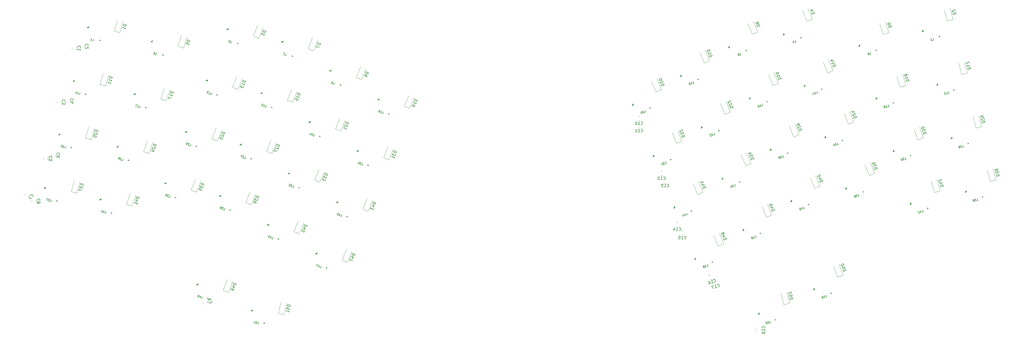
<source format=gbr>
%TF.GenerationSoftware,KiCad,Pcbnew,9.0.4*%
%TF.CreationDate,2025-09-09T15:52:51-06:00*%
%TF.ProjectId,ergo-kola,6572676f-2d6b-46f6-9c61-2e6b69636164,rev?*%
%TF.SameCoordinates,Original*%
%TF.FileFunction,Legend,Bot*%
%TF.FilePolarity,Positive*%
%FSLAX46Y46*%
G04 Gerber Fmt 4.6, Leading zero omitted, Abs format (unit mm)*
G04 Created by KiCad (PCBNEW 9.0.4) date 2025-09-09 15:52:51*
%MOMM*%
%LPD*%
G01*
G04 APERTURE LIST*
%ADD10C,0.150000*%
%ADD11C,0.100000*%
%ADD12C,0.120000*%
G04 APERTURE END LIST*
D10*
X59627577Y-104701005D02*
X59944596Y-104804010D01*
X59944596Y-104804010D02*
X60160908Y-104138271D01*
X59264555Y-104092369D02*
X59120347Y-104536196D01*
X59505469Y-103890257D02*
X59509470Y-104417288D01*
X59509470Y-104417288D02*
X59097345Y-104283381D01*
X58422905Y-104309583D02*
X58803328Y-104433190D01*
X58613116Y-104371386D02*
X58829428Y-103705647D01*
X58829428Y-103705647D02*
X58861930Y-103821354D01*
X58861930Y-103821354D02*
X58904733Y-103905358D01*
X58904733Y-103905358D02*
X58957836Y-103957662D01*
X152809524Y-101280211D02*
X151882340Y-100905604D01*
X151882340Y-100905604D02*
X151793148Y-101126362D01*
X151793148Y-101126362D02*
X151783784Y-101276655D01*
X151783784Y-101276655D02*
X151836411Y-101400635D01*
X151836411Y-101400635D02*
X151906876Y-101480464D01*
X151906876Y-101480464D02*
X152065644Y-101595969D01*
X152065644Y-101595969D02*
X152198098Y-101649484D01*
X152198098Y-101649484D02*
X152392543Y-101676686D01*
X152392543Y-101676686D02*
X152498685Y-101668211D01*
X152498685Y-101668211D02*
X152622665Y-101615585D01*
X152622665Y-101615585D02*
X152720332Y-101500969D01*
X152720332Y-101500969D02*
X152809524Y-101280211D01*
X151656249Y-102355021D02*
X152274372Y-102604759D01*
X151392228Y-101991556D02*
X152143694Y-102038374D01*
X152143694Y-102038374D02*
X151911795Y-102612345D01*
X151186642Y-102627517D02*
X150954743Y-103201488D01*
X150954743Y-103201488D02*
X151432824Y-103035134D01*
X151432824Y-103035134D02*
X151379309Y-103167589D01*
X151379309Y-103167589D02*
X151387784Y-103273730D01*
X151387784Y-103273730D02*
X151414097Y-103335720D01*
X151414097Y-103335720D02*
X151484562Y-103415549D01*
X151484562Y-103415549D02*
X151705320Y-103504741D01*
X151705320Y-103504741D02*
X151811462Y-103496266D01*
X151811462Y-103496266D02*
X151873452Y-103469953D01*
X151873452Y-103469953D02*
X151953280Y-103399488D01*
X151953280Y-103399488D02*
X152060311Y-103134578D01*
X152060311Y-103134578D02*
X152051836Y-103028437D01*
X152051836Y-103028437D02*
X152025523Y-102966447D01*
X256907357Y-110624580D02*
X256954976Y-110672200D01*
X256954976Y-110672200D02*
X257097833Y-110719819D01*
X257097833Y-110719819D02*
X257193071Y-110719819D01*
X257193071Y-110719819D02*
X257335928Y-110672200D01*
X257335928Y-110672200D02*
X257431166Y-110576961D01*
X257431166Y-110576961D02*
X257478785Y-110481723D01*
X257478785Y-110481723D02*
X257526404Y-110291247D01*
X257526404Y-110291247D02*
X257526404Y-110148390D01*
X257526404Y-110148390D02*
X257478785Y-109957914D01*
X257478785Y-109957914D02*
X257431166Y-109862676D01*
X257431166Y-109862676D02*
X257335928Y-109767438D01*
X257335928Y-109767438D02*
X257193071Y-109719819D01*
X257193071Y-109719819D02*
X257097833Y-109719819D01*
X257097833Y-109719819D02*
X256954976Y-109767438D01*
X256954976Y-109767438D02*
X256907357Y-109815057D01*
X255954976Y-110719819D02*
X256526404Y-110719819D01*
X256240690Y-110719819D02*
X256240690Y-109719819D01*
X256240690Y-109719819D02*
X256335928Y-109862676D01*
X256335928Y-109862676D02*
X256431166Y-109957914D01*
X256431166Y-109957914D02*
X256526404Y-110005533D01*
X255097833Y-110053152D02*
X255097833Y-110719819D01*
X255335928Y-109672200D02*
X255574023Y-110386485D01*
X255574023Y-110386485D02*
X254954976Y-110386485D01*
X88992311Y-45472224D02*
X88041254Y-45163207D01*
X88041254Y-45163207D02*
X87967679Y-45389650D01*
X87967679Y-45389650D02*
X87968822Y-45540230D01*
X87968822Y-45540230D02*
X88029969Y-45660237D01*
X88029969Y-45660237D02*
X88105830Y-45734955D01*
X88105830Y-45734955D02*
X88272269Y-45839104D01*
X88272269Y-45839104D02*
X88408134Y-45883249D01*
X88408134Y-45883249D02*
X88604003Y-45896821D01*
X88604003Y-45896821D02*
X88709295Y-45880963D01*
X88709295Y-45880963D02*
X88829302Y-45819817D01*
X88829302Y-45819817D02*
X88918735Y-45698667D01*
X88918735Y-45698667D02*
X88992311Y-45472224D01*
X87585086Y-46567148D02*
X87732237Y-46114264D01*
X87732237Y-46114264D02*
X88199837Y-46216127D01*
X88199837Y-46216127D02*
X88139833Y-46246700D01*
X88139833Y-46246700D02*
X88065114Y-46322562D01*
X88065114Y-46322562D02*
X87991539Y-46549004D01*
X87991539Y-46549004D02*
X88007397Y-46654296D01*
X88007397Y-46654296D02*
X88037971Y-46714299D01*
X88037971Y-46714299D02*
X88113832Y-46789018D01*
X88113832Y-46789018D02*
X88340274Y-46862593D01*
X88340274Y-46862593D02*
X88445566Y-46846735D01*
X88445566Y-46846735D02*
X88505570Y-46816162D01*
X88505570Y-46816162D02*
X88580288Y-46740300D01*
X88580288Y-46740300D02*
X88653864Y-46513858D01*
X88653864Y-46513858D02*
X88638006Y-46408566D01*
X88638006Y-46408566D02*
X88607432Y-46348562D01*
X351148541Y-36440821D02*
X352114467Y-36182002D01*
X352114467Y-36182002D02*
X352052843Y-35952020D01*
X352052843Y-35952020D02*
X351969873Y-35826355D01*
X351969873Y-35826355D02*
X351853230Y-35759012D01*
X351853230Y-35759012D02*
X351748913Y-35737665D01*
X351748913Y-35737665D02*
X351552602Y-35740967D01*
X351552602Y-35740967D02*
X351414613Y-35777941D01*
X351414613Y-35777941D02*
X351242951Y-35873236D01*
X351242951Y-35873236D02*
X351163283Y-35943882D01*
X351163283Y-35943882D02*
X351095940Y-36060525D01*
X351095940Y-36060525D02*
X351086917Y-36210839D01*
X351086917Y-36210839D02*
X351148541Y-36440821D01*
X351775980Y-35286722D02*
X351809651Y-35228401D01*
X351809651Y-35228401D02*
X351830998Y-35124083D01*
X351830998Y-35124083D02*
X351769375Y-34894101D01*
X351769375Y-34894101D02*
X351698729Y-34814433D01*
X351698729Y-34814433D02*
X351640408Y-34780761D01*
X351640408Y-34780761D02*
X351536090Y-34759414D01*
X351536090Y-34759414D02*
X351444097Y-34784063D01*
X351444097Y-34784063D02*
X351318432Y-34867034D01*
X351318432Y-34867034D02*
X350914371Y-35566888D01*
X350914371Y-35566888D02*
X350754150Y-34968934D01*
X270287666Y-130093709D02*
X270348700Y-130122170D01*
X270348700Y-130122170D02*
X270499228Y-130118057D01*
X270499228Y-130118057D02*
X270588723Y-130085483D01*
X270588723Y-130085483D02*
X270706678Y-129991876D01*
X270706678Y-129991876D02*
X270763599Y-129869808D01*
X270763599Y-129869808D02*
X270775773Y-129764027D01*
X270775773Y-129764027D02*
X270755373Y-129568751D01*
X270755373Y-129568751D02*
X270706513Y-129434510D01*
X270706513Y-129434510D02*
X270596619Y-129271807D01*
X270596619Y-129271807D02*
X270519299Y-129198599D01*
X270519299Y-129198599D02*
X270397231Y-129141678D01*
X270397231Y-129141678D02*
X270246702Y-129145791D01*
X270246702Y-129145791D02*
X270157208Y-129178364D01*
X270157208Y-129178364D02*
X270039253Y-129271971D01*
X270039253Y-129271971D02*
X270010792Y-129333005D01*
X269425294Y-130508937D02*
X269962261Y-130313497D01*
X269693777Y-130411217D02*
X269351757Y-129471524D01*
X269351757Y-129471524D02*
X269490112Y-129573193D01*
X269490112Y-129573193D02*
X269612179Y-129630114D01*
X269612179Y-129630114D02*
X269717961Y-129642288D01*
X268770043Y-129683251D02*
X268143581Y-129911265D01*
X268143581Y-129911265D02*
X268888326Y-130704377D01*
X51188580Y-47839333D02*
X51236200Y-47791714D01*
X51236200Y-47791714D02*
X51283819Y-47648857D01*
X51283819Y-47648857D02*
X51283819Y-47553619D01*
X51283819Y-47553619D02*
X51236200Y-47410762D01*
X51236200Y-47410762D02*
X51140961Y-47315524D01*
X51140961Y-47315524D02*
X51045723Y-47267905D01*
X51045723Y-47267905D02*
X50855247Y-47220286D01*
X50855247Y-47220286D02*
X50712390Y-47220286D01*
X50712390Y-47220286D02*
X50521914Y-47267905D01*
X50521914Y-47267905D02*
X50426676Y-47315524D01*
X50426676Y-47315524D02*
X50331438Y-47410762D01*
X50331438Y-47410762D02*
X50283819Y-47553619D01*
X50283819Y-47553619D02*
X50283819Y-47648857D01*
X50283819Y-47648857D02*
X50331438Y-47791714D01*
X50331438Y-47791714D02*
X50379057Y-47839333D01*
X51283819Y-48791714D02*
X51283819Y-48220286D01*
X51283819Y-48506000D02*
X50283819Y-48506000D01*
X50283819Y-48506000D02*
X50426676Y-48410762D01*
X50426676Y-48410762D02*
X50521914Y-48315524D01*
X50521914Y-48315524D02*
X50569533Y-48220286D01*
X359276089Y-100446132D02*
X359598064Y-100359859D01*
X359598064Y-100359859D02*
X359416891Y-99683711D01*
X358933927Y-99813120D02*
X358515359Y-99925275D01*
X358515359Y-99925275D02*
X358809761Y-100122464D01*
X358809761Y-100122464D02*
X358713168Y-100148346D01*
X358713168Y-100148346D02*
X358657400Y-100197798D01*
X358657400Y-100197798D02*
X358633830Y-100238623D01*
X358633830Y-100238623D02*
X358618887Y-100311645D01*
X358618887Y-100311645D02*
X358662024Y-100472633D01*
X358662024Y-100472633D02*
X358711476Y-100528401D01*
X358711476Y-100528401D02*
X358752301Y-100551971D01*
X358752301Y-100551971D02*
X358825323Y-100566914D01*
X358825323Y-100566914D02*
X359018508Y-100515150D01*
X359018508Y-100515150D02*
X359074276Y-100465698D01*
X359074276Y-100465698D02*
X359097846Y-100424873D01*
X358206634Y-100318581D02*
X358262402Y-100269128D01*
X358262402Y-100269128D02*
X358285972Y-100228304D01*
X358285972Y-100228304D02*
X358300915Y-100155281D01*
X358300915Y-100155281D02*
X358292288Y-100123084D01*
X358292288Y-100123084D02*
X358242836Y-100067316D01*
X358242836Y-100067316D02*
X358202011Y-100043746D01*
X358202011Y-100043746D02*
X358128989Y-100028803D01*
X358128989Y-100028803D02*
X358000199Y-100063312D01*
X358000199Y-100063312D02*
X357944431Y-100112764D01*
X357944431Y-100112764D02*
X357920861Y-100153589D01*
X357920861Y-100153589D02*
X357905918Y-100226611D01*
X357905918Y-100226611D02*
X357914545Y-100258809D01*
X357914545Y-100258809D02*
X357963997Y-100314577D01*
X357963997Y-100314577D02*
X358004822Y-100338147D01*
X358004822Y-100338147D02*
X358077844Y-100353090D01*
X358077844Y-100353090D02*
X358206634Y-100318581D01*
X358206634Y-100318581D02*
X358279657Y-100333524D01*
X358279657Y-100333524D02*
X358320482Y-100357094D01*
X358320482Y-100357094D02*
X358369934Y-100412861D01*
X358369934Y-100412861D02*
X358404443Y-100541652D01*
X358404443Y-100541652D02*
X358389500Y-100614674D01*
X358389500Y-100614674D02*
X358365930Y-100655499D01*
X358365930Y-100655499D02*
X358310162Y-100704951D01*
X358310162Y-100704951D02*
X358181372Y-100739460D01*
X358181372Y-100739460D02*
X358108350Y-100724517D01*
X358108350Y-100724517D02*
X358067525Y-100700947D01*
X358067525Y-100700947D02*
X358018073Y-100645179D01*
X358018073Y-100645179D02*
X357983563Y-100516389D01*
X357983563Y-100516389D02*
X357998506Y-100443367D01*
X357998506Y-100443367D02*
X358022077Y-100402542D01*
X358022077Y-100402542D02*
X358077844Y-100353090D01*
X71479140Y-99372210D02*
X70528084Y-99063193D01*
X70528084Y-99063193D02*
X70454508Y-99289635D01*
X70454508Y-99289635D02*
X70455651Y-99440215D01*
X70455651Y-99440215D02*
X70516798Y-99560222D01*
X70516798Y-99560222D02*
X70592660Y-99634941D01*
X70592660Y-99634941D02*
X70759098Y-99739090D01*
X70759098Y-99739090D02*
X70894963Y-99783235D01*
X70894963Y-99783235D02*
X71090832Y-99796807D01*
X71090832Y-99796807D02*
X71196124Y-99780949D01*
X71196124Y-99780949D02*
X71316131Y-99719802D01*
X71316131Y-99719802D02*
X71405565Y-99598652D01*
X71405565Y-99598652D02*
X71479140Y-99372210D01*
X70403650Y-100524851D02*
X71037687Y-100730862D01*
X70114918Y-100180688D02*
X70867819Y-100174972D01*
X70867819Y-100174972D02*
X70676523Y-100763722D01*
X70713955Y-101727207D02*
X70890536Y-101183746D01*
X70802246Y-101455477D02*
X69851189Y-101146460D01*
X69851189Y-101146460D02*
X70016485Y-101100028D01*
X70016485Y-101100028D02*
X70136492Y-101038881D01*
X70136492Y-101038881D02*
X70211210Y-100963020D01*
X335050731Y-59501180D02*
X336001787Y-59192163D01*
X336001787Y-59192163D02*
X335928212Y-58965721D01*
X335928212Y-58965721D02*
X335838778Y-58844571D01*
X335838778Y-58844571D02*
X335718771Y-58783424D01*
X335718771Y-58783424D02*
X335613479Y-58767566D01*
X335613479Y-58767566D02*
X335417611Y-58781138D01*
X335417611Y-58781138D02*
X335281745Y-58825283D01*
X335281745Y-58825283D02*
X335115307Y-58929432D01*
X335115307Y-58929432D02*
X335039445Y-59004150D01*
X335039445Y-59004150D02*
X334978298Y-59124157D01*
X334978298Y-59124157D02*
X334977155Y-59274738D01*
X334977155Y-59274738D02*
X335050731Y-59501180D01*
X334579848Y-58051951D02*
X334756429Y-58595412D01*
X334668138Y-58323681D02*
X335619195Y-58014664D01*
X335619195Y-58014664D02*
X335512760Y-58149386D01*
X335512760Y-58149386D02*
X335451613Y-58269393D01*
X335451613Y-58269393D02*
X335435755Y-58374685D01*
X334946727Y-57331909D02*
X335021446Y-57407770D01*
X335021446Y-57407770D02*
X335081450Y-57438344D01*
X335081450Y-57438344D02*
X335186741Y-57454202D01*
X335186741Y-57454202D02*
X335232030Y-57439487D01*
X335232030Y-57439487D02*
X335307892Y-57364768D01*
X335307892Y-57364768D02*
X335338465Y-57304765D01*
X335338465Y-57304765D02*
X335354323Y-57199473D01*
X335354323Y-57199473D02*
X335295463Y-57018319D01*
X335295463Y-57018319D02*
X335220744Y-56942457D01*
X335220744Y-56942457D02*
X335160741Y-56911884D01*
X335160741Y-56911884D02*
X335055449Y-56896026D01*
X335055449Y-56896026D02*
X335010160Y-56910741D01*
X335010160Y-56910741D02*
X334934299Y-56985460D01*
X334934299Y-56985460D02*
X334903725Y-57045463D01*
X334903725Y-57045463D02*
X334887867Y-57150755D01*
X334887867Y-57150755D02*
X334946727Y-57331909D01*
X334946727Y-57331909D02*
X334930869Y-57437201D01*
X334930869Y-57437201D02*
X334900296Y-57497204D01*
X334900296Y-57497204D02*
X334824434Y-57571923D01*
X334824434Y-57571923D02*
X334643281Y-57630783D01*
X334643281Y-57630783D02*
X334537989Y-57614925D01*
X334537989Y-57614925D02*
X334477985Y-57584352D01*
X334477985Y-57584352D02*
X334403267Y-57508490D01*
X334403267Y-57508490D02*
X334344406Y-57327336D01*
X334344406Y-57327336D02*
X334360264Y-57222044D01*
X334360264Y-57222044D02*
X334390838Y-57162041D01*
X334390838Y-57162041D02*
X334466699Y-57087322D01*
X334466699Y-57087322D02*
X334647853Y-57028462D01*
X334647853Y-57028462D02*
X334753145Y-57044320D01*
X334753145Y-57044320D02*
X334813149Y-57074893D01*
X334813149Y-57074893D02*
X334887867Y-57150755D01*
X108083991Y-59419722D02*
X107156807Y-59045115D01*
X107156807Y-59045115D02*
X107067615Y-59265873D01*
X107067615Y-59265873D02*
X107058251Y-59416166D01*
X107058251Y-59416166D02*
X107110878Y-59540146D01*
X107110878Y-59540146D02*
X107181343Y-59619975D01*
X107181343Y-59619975D02*
X107340111Y-59735480D01*
X107340111Y-59735480D02*
X107472565Y-59788995D01*
X107472565Y-59788995D02*
X107667010Y-59816197D01*
X107667010Y-59816197D02*
X107773152Y-59807722D01*
X107773152Y-59807722D02*
X107897132Y-59755096D01*
X107897132Y-59755096D02*
X107994799Y-59640480D01*
X107994799Y-59640480D02*
X108083991Y-59419722D01*
X107513162Y-60832573D02*
X107727223Y-60302754D01*
X107620192Y-60567663D02*
X106693008Y-60193057D01*
X106693008Y-60193057D02*
X106861140Y-60158269D01*
X106861140Y-60158269D02*
X106985120Y-60105642D01*
X106985120Y-60105642D02*
X107064948Y-60035178D01*
X106461109Y-60767028D02*
X106229210Y-61340999D01*
X106229210Y-61340999D02*
X106707291Y-61174645D01*
X106707291Y-61174645D02*
X106653776Y-61307100D01*
X106653776Y-61307100D02*
X106662251Y-61413241D01*
X106662251Y-61413241D02*
X106688564Y-61475231D01*
X106688564Y-61475231D02*
X106759029Y-61555060D01*
X106759029Y-61555060D02*
X106979787Y-61644252D01*
X106979787Y-61644252D02*
X107085929Y-61635777D01*
X107085929Y-61635777D02*
X107147919Y-61609464D01*
X107147919Y-61609464D02*
X107227747Y-61538999D01*
X107227747Y-61538999D02*
X107334778Y-61274089D01*
X107334778Y-61274089D02*
X107326303Y-61167948D01*
X107326303Y-61167948D02*
X107299990Y-61105958D01*
X112601108Y-99092814D02*
X111673924Y-98718207D01*
X111673924Y-98718207D02*
X111584732Y-98938965D01*
X111584732Y-98938965D02*
X111575368Y-99089258D01*
X111575368Y-99089258D02*
X111627995Y-99213238D01*
X111627995Y-99213238D02*
X111698460Y-99293067D01*
X111698460Y-99293067D02*
X111857228Y-99408572D01*
X111857228Y-99408572D02*
X111989682Y-99462087D01*
X111989682Y-99462087D02*
X112184127Y-99489289D01*
X112184127Y-99489289D02*
X112290269Y-99480814D01*
X112290269Y-99480814D02*
X112414249Y-99428188D01*
X112414249Y-99428188D02*
X112511916Y-99313572D01*
X112511916Y-99313572D02*
X112601108Y-99092814D01*
X111334994Y-99557088D02*
X111103095Y-100131059D01*
X111103095Y-100131059D02*
X111581177Y-99964705D01*
X111581177Y-99964705D02*
X111527661Y-100097159D01*
X111527661Y-100097159D02*
X111536136Y-100203301D01*
X111536136Y-100203301D02*
X111562449Y-100265291D01*
X111562449Y-100265291D02*
X111632914Y-100345119D01*
X111632914Y-100345119D02*
X111853672Y-100434312D01*
X111853672Y-100434312D02*
X111959814Y-100425837D01*
X111959814Y-100425837D02*
X112021804Y-100399524D01*
X112021804Y-100399524D02*
X112101632Y-100329059D01*
X112101632Y-100329059D02*
X112208663Y-100064149D01*
X112208663Y-100064149D02*
X112200188Y-99958007D01*
X112200188Y-99958007D02*
X112173875Y-99896017D01*
X111851895Y-100947181D02*
X111780541Y-101123788D01*
X111780541Y-101123788D02*
X111700713Y-101194253D01*
X111700713Y-101194253D02*
X111638723Y-101220566D01*
X111638723Y-101220566D02*
X111470591Y-101255354D01*
X111470591Y-101255354D02*
X111276146Y-101228152D01*
X111276146Y-101228152D02*
X110922933Y-101085444D01*
X110922933Y-101085444D02*
X110852468Y-101005616D01*
X110852468Y-101005616D02*
X110826155Y-100943626D01*
X110826155Y-100943626D02*
X110817680Y-100837484D01*
X110817680Y-100837484D02*
X110889034Y-100660878D01*
X110889034Y-100660878D02*
X110968862Y-100590413D01*
X110968862Y-100590413D02*
X111030852Y-100564100D01*
X111030852Y-100564100D02*
X111136994Y-100555625D01*
X111136994Y-100555625D02*
X111357752Y-100644817D01*
X111357752Y-100644817D02*
X111428217Y-100724646D01*
X111428217Y-100724646D02*
X111454530Y-100786636D01*
X111454530Y-100786636D02*
X111463005Y-100892777D01*
X111463005Y-100892777D02*
X111391651Y-101069384D01*
X111391651Y-101069384D02*
X111311823Y-101139849D01*
X111311823Y-101139849D02*
X111249833Y-101166162D01*
X111249833Y-101166162D02*
X111143691Y-101174637D01*
X311335752Y-81234521D02*
X311644814Y-81109652D01*
X311644814Y-81109652D02*
X311382589Y-80460623D01*
X310913064Y-80722226D02*
X310869671Y-80703806D01*
X310869671Y-80703806D02*
X310795372Y-80697874D01*
X310795372Y-80697874D02*
X310640842Y-80760308D01*
X310640842Y-80760308D02*
X310591516Y-80816188D01*
X310591516Y-80816188D02*
X310573097Y-80859581D01*
X310573097Y-80859581D02*
X310567165Y-80933880D01*
X310567165Y-80933880D02*
X310592138Y-80995693D01*
X310592138Y-80995693D02*
X310660505Y-81075924D01*
X310660505Y-81075924D02*
X311181221Y-81296955D01*
X311181221Y-81296955D02*
X310779442Y-81459285D01*
X310048315Y-81251363D02*
X310223131Y-81684049D01*
X310102950Y-80941679D02*
X310444784Y-81342837D01*
X310444784Y-81342837D02*
X310043005Y-81505166D01*
X40847868Y-100679069D02*
X41169843Y-100765342D01*
X41169843Y-100765342D02*
X41351016Y-100089194D01*
X40868053Y-99959784D02*
X40449485Y-99847629D01*
X40449485Y-99847629D02*
X40605849Y-100165601D01*
X40605849Y-100165601D02*
X40509257Y-100139719D01*
X40509257Y-100139719D02*
X40436235Y-100154662D01*
X40436235Y-100154662D02*
X40395410Y-100178232D01*
X40395410Y-100178232D02*
X40345958Y-100234000D01*
X40345958Y-100234000D02*
X40302821Y-100394987D01*
X40302821Y-100394987D02*
X40317764Y-100468010D01*
X40317764Y-100468010D02*
X40341334Y-100508834D01*
X40341334Y-100508834D02*
X40397102Y-100558287D01*
X40397102Y-100558287D02*
X40590287Y-100610050D01*
X40590287Y-100610050D02*
X40663309Y-100595107D01*
X40663309Y-100595107D02*
X40704134Y-100571537D01*
X40224102Y-99787238D02*
X39773337Y-99666456D01*
X39773337Y-99666456D02*
X39881941Y-100420250D01*
X100947747Y-77082577D02*
X100020563Y-76707970D01*
X100020563Y-76707970D02*
X99931371Y-76928728D01*
X99931371Y-76928728D02*
X99922007Y-77079021D01*
X99922007Y-77079021D02*
X99974634Y-77203001D01*
X99974634Y-77203001D02*
X100045099Y-77282830D01*
X100045099Y-77282830D02*
X100203867Y-77398335D01*
X100203867Y-77398335D02*
X100336321Y-77451850D01*
X100336321Y-77451850D02*
X100530766Y-77479052D01*
X100530766Y-77479052D02*
X100636908Y-77470577D01*
X100636908Y-77470577D02*
X100760888Y-77417951D01*
X100760888Y-77417951D02*
X100858555Y-77303335D01*
X100858555Y-77303335D02*
X100947747Y-77082577D01*
X99752098Y-77626679D02*
X99690108Y-77652992D01*
X99690108Y-77652992D02*
X99610280Y-77723457D01*
X99610280Y-77723457D02*
X99521088Y-77944215D01*
X99521088Y-77944215D02*
X99529562Y-78050357D01*
X99529562Y-78050357D02*
X99555876Y-78112347D01*
X99555876Y-78112347D02*
X99626340Y-78192175D01*
X99626340Y-78192175D02*
X99714644Y-78227852D01*
X99714644Y-78227852D02*
X99864937Y-78237216D01*
X99864937Y-78237216D02*
X100608817Y-77921457D01*
X100608817Y-77921457D02*
X100376918Y-78495428D01*
X99324865Y-78429883D02*
X99092966Y-79003854D01*
X99092966Y-79003854D02*
X99571047Y-78837500D01*
X99571047Y-78837500D02*
X99517532Y-78969955D01*
X99517532Y-78969955D02*
X99526007Y-79076096D01*
X99526007Y-79076096D02*
X99552320Y-79138086D01*
X99552320Y-79138086D02*
X99622785Y-79217915D01*
X99622785Y-79217915D02*
X99843543Y-79307107D01*
X99843543Y-79307107D02*
X99949685Y-79298632D01*
X99949685Y-79298632D02*
X100011675Y-79272319D01*
X100011675Y-79272319D02*
X100091503Y-79201854D01*
X100091503Y-79201854D02*
X100198534Y-78936944D01*
X100198534Y-78936944D02*
X100190059Y-78830803D01*
X100190059Y-78830803D02*
X100163746Y-78768813D01*
X131215290Y-78181319D02*
X131524351Y-78306188D01*
X131524351Y-78306188D02*
X131786576Y-77657160D01*
X131267104Y-77519182D02*
X131248685Y-77475789D01*
X131248685Y-77475789D02*
X131199359Y-77419909D01*
X131199359Y-77419909D02*
X131044829Y-77357474D01*
X131044829Y-77357474D02*
X130970529Y-77363407D01*
X130970529Y-77363407D02*
X130927136Y-77381826D01*
X130927136Y-77381826D02*
X130871257Y-77431151D01*
X130871257Y-77431151D02*
X130846283Y-77492963D01*
X130846283Y-77492963D02*
X130839728Y-77598169D01*
X130839728Y-77598169D02*
X131060759Y-78118885D01*
X131060759Y-78118885D02*
X130658979Y-77956555D01*
X130040857Y-77706818D02*
X130411730Y-77856660D01*
X130226293Y-77781739D02*
X130488518Y-77132710D01*
X130488518Y-77132710D02*
X130512870Y-77250402D01*
X130512870Y-77250402D02*
X130549708Y-77337188D01*
X130549708Y-77337188D02*
X130599033Y-77393068D01*
X65514351Y-86583388D02*
X65831370Y-86686393D01*
X65831370Y-86686393D02*
X66047682Y-86020654D01*
X65519850Y-85919248D02*
X65498449Y-85877246D01*
X65498449Y-85877246D02*
X65445346Y-85824943D01*
X65445346Y-85824943D02*
X65286836Y-85773440D01*
X65286836Y-85773440D02*
X65213132Y-85784541D01*
X65213132Y-85784541D02*
X65171130Y-85805942D01*
X65171130Y-85805942D02*
X65118827Y-85859045D01*
X65118827Y-85859045D02*
X65098226Y-85922449D01*
X65098226Y-85922449D02*
X65099026Y-86027855D01*
X65099026Y-86027855D02*
X65355842Y-86531885D01*
X65355842Y-86531885D02*
X64943717Y-86397977D01*
X64626698Y-86294972D02*
X64499890Y-86253769D01*
X64499890Y-86253769D02*
X64446787Y-86201466D01*
X64446787Y-86201466D02*
X64425386Y-86159464D01*
X64425386Y-86159464D02*
X64392884Y-86043757D01*
X64392884Y-86043757D02*
X64402384Y-85906649D01*
X64402384Y-85906649D02*
X64484789Y-85653034D01*
X64484789Y-85653034D02*
X64537092Y-85599931D01*
X64537092Y-85599931D02*
X64579094Y-85578529D01*
X64579094Y-85578529D02*
X64652798Y-85567429D01*
X64652798Y-85567429D02*
X64779606Y-85608631D01*
X64779606Y-85608631D02*
X64832709Y-85660934D01*
X64832709Y-85660934D02*
X64854111Y-85702936D01*
X64854111Y-85702936D02*
X64865211Y-85776641D01*
X64865211Y-85776641D02*
X64813708Y-85935150D01*
X64813708Y-85935150D02*
X64761405Y-85988253D01*
X64761405Y-85988253D02*
X64719403Y-86009655D01*
X64719403Y-86009655D02*
X64645699Y-86020755D01*
X64645699Y-86020755D02*
X64518891Y-85979553D01*
X64518891Y-85979553D02*
X64465788Y-85927250D01*
X64465788Y-85927250D02*
X64444387Y-85885248D01*
X64444387Y-85885248D02*
X64433286Y-85811543D01*
X288866204Y-104062242D02*
X289793388Y-103687635D01*
X289793388Y-103687635D02*
X289704196Y-103466877D01*
X289704196Y-103466877D02*
X289606529Y-103352261D01*
X289606529Y-103352261D02*
X289482549Y-103299634D01*
X289482549Y-103299634D02*
X289376407Y-103291160D01*
X289376407Y-103291160D02*
X289181963Y-103318362D01*
X289181963Y-103318362D02*
X289049508Y-103371877D01*
X289049508Y-103371877D02*
X288890740Y-103487382D01*
X288890740Y-103487382D02*
X288820275Y-103567211D01*
X288820275Y-103567211D02*
X288767648Y-103691191D01*
X288767648Y-103691191D02*
X288777012Y-103841484D01*
X288777012Y-103841484D02*
X288866204Y-104062242D01*
X288949174Y-102487956D02*
X288331052Y-102737694D01*
X289391579Y-102566007D02*
X288818497Y-103054341D01*
X288818497Y-103054341D02*
X288586598Y-102480370D01*
X288901467Y-101480055D02*
X288972821Y-101656661D01*
X288972821Y-101656661D02*
X288964346Y-101762803D01*
X288964346Y-101762803D02*
X288938033Y-101824793D01*
X288938033Y-101824793D02*
X288841255Y-101966611D01*
X288841255Y-101966611D02*
X288682487Y-102082116D01*
X288682487Y-102082116D02*
X288329274Y-102224824D01*
X288329274Y-102224824D02*
X288223133Y-102216349D01*
X288223133Y-102216349D02*
X288161142Y-102190036D01*
X288161142Y-102190036D02*
X288081314Y-102119571D01*
X288081314Y-102119571D02*
X288009960Y-101942964D01*
X288009960Y-101942964D02*
X288018435Y-101836823D01*
X288018435Y-101836823D02*
X288044748Y-101774833D01*
X288044748Y-101774833D02*
X288115213Y-101695004D01*
X288115213Y-101695004D02*
X288335971Y-101605812D01*
X288335971Y-101605812D02*
X288442113Y-101614287D01*
X288442113Y-101614287D02*
X288504103Y-101640600D01*
X288504103Y-101640600D02*
X288583931Y-101711065D01*
X288583931Y-101711065D02*
X288655285Y-101887672D01*
X288655285Y-101887672D02*
X288646810Y-101993813D01*
X288646810Y-101993813D02*
X288620497Y-102055803D01*
X288620497Y-102055803D02*
X288550032Y-102135632D01*
X92732388Y-133981960D02*
X93045619Y-134095966D01*
X93045619Y-134095966D02*
X93285033Y-133438182D01*
X92390828Y-133361026D02*
X92231219Y-133799549D01*
X92638649Y-133167444D02*
X92624254Y-133694294D01*
X92624254Y-133694294D02*
X92217054Y-133546085D01*
X91855341Y-133662741D02*
X91730049Y-133617138D01*
X91730049Y-133617138D02*
X91678803Y-133563014D01*
X91678803Y-133563014D02*
X91658881Y-133520290D01*
X91658881Y-133520290D02*
X91630437Y-133403519D01*
X91630437Y-133403519D02*
X91644717Y-133266826D01*
X91644717Y-133266826D02*
X91735922Y-133016242D01*
X91735922Y-133016242D02*
X91790046Y-132964996D01*
X91790046Y-132964996D02*
X91832770Y-132945074D01*
X91832770Y-132945074D02*
X91906817Y-132936552D01*
X91906817Y-132936552D02*
X92032109Y-132982155D01*
X92032109Y-132982155D02*
X92083355Y-133036279D01*
X92083355Y-133036279D02*
X92103277Y-133079003D01*
X92103277Y-133079003D02*
X92111799Y-133153050D01*
X92111799Y-133153050D02*
X92054796Y-133309665D01*
X92054796Y-133309665D02*
X92000671Y-133360911D01*
X92000671Y-133360911D02*
X91957947Y-133380833D01*
X91957947Y-133380833D02*
X91883901Y-133389355D01*
X91883901Y-133389355D02*
X91758608Y-133343752D01*
X91758608Y-133343752D02*
X91707363Y-133289628D01*
X91707363Y-133289628D02*
X91687440Y-133246904D01*
X91687440Y-133246904D02*
X91678919Y-133172857D01*
X88753336Y-81571666D02*
X89062397Y-81696535D01*
X89062397Y-81696535D02*
X89324622Y-81047507D01*
X88805150Y-80909529D02*
X88786731Y-80866136D01*
X88786731Y-80866136D02*
X88737405Y-80810256D01*
X88737405Y-80810256D02*
X88582875Y-80747821D01*
X88582875Y-80747821D02*
X88508575Y-80753754D01*
X88508575Y-80753754D02*
X88465182Y-80772173D01*
X88465182Y-80772173D02*
X88409303Y-80821498D01*
X88409303Y-80821498D02*
X88384329Y-80883310D01*
X88384329Y-80883310D02*
X88377774Y-80988516D01*
X88377774Y-80988516D02*
X88598805Y-81509232D01*
X88598805Y-81509232D02*
X88197025Y-81346902D01*
X88242907Y-80610465D02*
X87841127Y-80448136D01*
X87841127Y-80448136D02*
X87957575Y-80782793D01*
X87957575Y-80782793D02*
X87864857Y-80745332D01*
X87864857Y-80745332D02*
X87790557Y-80751265D01*
X87790557Y-80751265D02*
X87747164Y-80769684D01*
X87747164Y-80769684D02*
X87691285Y-80819009D01*
X87691285Y-80819009D02*
X87628850Y-80973540D01*
X87628850Y-80973540D02*
X87634782Y-81047839D01*
X87634782Y-81047839D02*
X87653202Y-81091232D01*
X87653202Y-81091232D02*
X87702527Y-81147112D01*
X87702527Y-81147112D02*
X87887964Y-81222033D01*
X87887964Y-81222033D02*
X87962263Y-81216101D01*
X87962263Y-81216101D02*
X88005656Y-81197682D01*
X81617072Y-99234522D02*
X81926133Y-99359391D01*
X81926133Y-99359391D02*
X82188358Y-98710363D01*
X81724766Y-98523059D02*
X81322986Y-98360730D01*
X81322986Y-98360730D02*
X81439434Y-98695387D01*
X81439434Y-98695387D02*
X81346715Y-98657926D01*
X81346715Y-98657926D02*
X81272416Y-98663859D01*
X81272416Y-98663859D02*
X81229023Y-98682278D01*
X81229023Y-98682278D02*
X81173143Y-98731603D01*
X81173143Y-98731603D02*
X81110709Y-98886134D01*
X81110709Y-98886134D02*
X81116641Y-98960433D01*
X81116641Y-98960433D02*
X81135061Y-99003826D01*
X81135061Y-99003826D02*
X81184386Y-99059706D01*
X81184386Y-99059706D02*
X81369823Y-99134627D01*
X81369823Y-99134627D02*
X81444122Y-99128695D01*
X81444122Y-99128695D02*
X81487515Y-99110276D01*
X80735769Y-98123479D02*
X81044831Y-98248348D01*
X81044831Y-98248348D02*
X80950868Y-98569896D01*
X80950868Y-98569896D02*
X80932449Y-98526503D01*
X80932449Y-98526503D02*
X80883123Y-98470623D01*
X80883123Y-98470623D02*
X80728593Y-98408188D01*
X80728593Y-98408188D02*
X80654293Y-98414121D01*
X80654293Y-98414121D02*
X80610900Y-98432540D01*
X80610900Y-98432540D02*
X80555021Y-98481865D01*
X80555021Y-98481865D02*
X80492586Y-98636396D01*
X80492586Y-98636396D02*
X80498518Y-98710695D01*
X80498518Y-98710695D02*
X80516938Y-98754088D01*
X80516938Y-98754088D02*
X80566263Y-98809968D01*
X80566263Y-98809968D02*
X80720794Y-98872403D01*
X80720794Y-98872403D02*
X80795093Y-98866470D01*
X80795093Y-98866470D02*
X80838486Y-98848051D01*
X261737534Y-60181319D02*
X262046596Y-60056450D01*
X262046596Y-60056450D02*
X261784371Y-59407421D01*
X261181224Y-60406083D02*
X261552097Y-60256240D01*
X261366661Y-60331161D02*
X261104436Y-59682133D01*
X261104436Y-59682133D02*
X261203709Y-59749877D01*
X261203709Y-59749877D02*
X261290495Y-59786716D01*
X261290495Y-59786716D02*
X261364794Y-59792648D01*
X260517219Y-59919384D02*
X260455407Y-59944357D01*
X260455407Y-59944357D02*
X260406082Y-60000237D01*
X260406082Y-60000237D02*
X260387662Y-60043630D01*
X260387662Y-60043630D02*
X260381730Y-60117929D01*
X260381730Y-60117929D02*
X260400771Y-60254041D01*
X260400771Y-60254041D02*
X260463206Y-60408571D01*
X260463206Y-60408571D02*
X260544059Y-60519709D01*
X260544059Y-60519709D02*
X260599939Y-60569034D01*
X260599939Y-60569034D02*
X260643332Y-60587454D01*
X260643332Y-60587454D02*
X260717632Y-60593386D01*
X260717632Y-60593386D02*
X260779444Y-60568412D01*
X260779444Y-60568412D02*
X260828769Y-60512532D01*
X260828769Y-60512532D02*
X260847188Y-60469139D01*
X260847188Y-60469139D02*
X260853121Y-60394840D01*
X260853121Y-60394840D02*
X260834079Y-60258729D01*
X260834079Y-60258729D02*
X260771645Y-60104198D01*
X260771645Y-60104198D02*
X260690791Y-59993061D01*
X260690791Y-59993061D02*
X260634911Y-59943735D01*
X260634911Y-59943735D02*
X260591518Y-59925316D01*
X260591518Y-59925316D02*
X260517219Y-59919384D01*
X318472015Y-98897377D02*
X318781077Y-98772508D01*
X318781077Y-98772508D02*
X318518852Y-98123479D01*
X318055260Y-98310782D02*
X317653480Y-98473112D01*
X317653480Y-98473112D02*
X317969718Y-98632953D01*
X317969718Y-98632953D02*
X317877000Y-98670413D01*
X317877000Y-98670413D02*
X317827674Y-98726293D01*
X317827674Y-98726293D02*
X317809255Y-98769686D01*
X317809255Y-98769686D02*
X317803323Y-98843985D01*
X317803323Y-98843985D02*
X317865757Y-98998516D01*
X317865757Y-98998516D02*
X317921637Y-99047841D01*
X317921637Y-99047841D02*
X317965030Y-99066261D01*
X317965030Y-99066261D02*
X318039329Y-99072193D01*
X318039329Y-99072193D02*
X318224766Y-98997272D01*
X318224766Y-98997272D02*
X318274091Y-98941392D01*
X318274091Y-98941392D02*
X318292511Y-98897999D01*
X317097170Y-98697876D02*
X317220794Y-98647928D01*
X317220794Y-98647928D02*
X317295093Y-98653861D01*
X317295093Y-98653861D02*
X317338486Y-98672280D01*
X317338486Y-98672280D02*
X317437759Y-98740025D01*
X317437759Y-98740025D02*
X317518613Y-98851162D01*
X317518613Y-98851162D02*
X317618508Y-99098411D01*
X317618508Y-99098411D02*
X317612576Y-99172710D01*
X317612576Y-99172710D02*
X317594156Y-99216103D01*
X317594156Y-99216103D02*
X317544831Y-99271983D01*
X317544831Y-99271983D02*
X317421206Y-99321931D01*
X317421206Y-99321931D02*
X317346907Y-99315999D01*
X317346907Y-99315999D02*
X317303514Y-99297579D01*
X317303514Y-99297579D02*
X317247634Y-99248254D01*
X317247634Y-99248254D02*
X317185200Y-99093723D01*
X317185200Y-99093723D02*
X317191132Y-99019424D01*
X317191132Y-99019424D02*
X317209552Y-98976031D01*
X317209552Y-98976031D02*
X317258877Y-98920151D01*
X317258877Y-98920151D02*
X317382501Y-98870204D01*
X317382501Y-98870204D02*
X317456801Y-98876136D01*
X317456801Y-98876136D02*
X317500194Y-98894555D01*
X317500194Y-98894555D02*
X317556073Y-98943881D01*
X50708872Y-63877288D02*
X51030847Y-63963561D01*
X51030847Y-63963561D02*
X51212020Y-63287413D01*
X50129316Y-63721996D02*
X50515686Y-63825524D01*
X50322501Y-63773760D02*
X50503674Y-63097612D01*
X50503674Y-63097612D02*
X50542188Y-63211459D01*
X50542188Y-63211459D02*
X50589328Y-63293109D01*
X50589328Y-63293109D02*
X50645096Y-63342561D01*
X49485365Y-63549450D02*
X49871735Y-63652978D01*
X49678550Y-63601214D02*
X49859723Y-62925066D01*
X49859723Y-62925066D02*
X49898237Y-63038913D01*
X49898237Y-63038913D02*
X49945377Y-63120563D01*
X49945377Y-63120563D02*
X50001145Y-63170015D01*
X114679205Y-68256193D02*
X114988266Y-68381062D01*
X114988266Y-68381062D02*
X115250491Y-67732034D01*
X114122894Y-68031429D02*
X114493768Y-68181272D01*
X114308331Y-68106351D02*
X114570556Y-67457322D01*
X114570556Y-67457322D02*
X114594907Y-67575014D01*
X114594907Y-67575014D02*
X114631746Y-67661800D01*
X114631746Y-67661800D02*
X114681071Y-67717680D01*
X113797902Y-67145150D02*
X114106964Y-67270019D01*
X114106964Y-67270019D02*
X114013001Y-67591567D01*
X114013001Y-67591567D02*
X113994582Y-67548174D01*
X113994582Y-67548174D02*
X113945256Y-67492294D01*
X113945256Y-67492294D02*
X113790726Y-67429859D01*
X113790726Y-67429859D02*
X113716426Y-67435792D01*
X113716426Y-67435792D02*
X113673033Y-67454211D01*
X113673033Y-67454211D02*
X113617154Y-67503536D01*
X113617154Y-67503536D02*
X113554719Y-67658067D01*
X113554719Y-67658067D02*
X113560651Y-67732366D01*
X113560651Y-67732366D02*
X113579071Y-67775759D01*
X113579071Y-67775759D02*
X113628396Y-67831639D01*
X113628396Y-67831639D02*
X113782927Y-67894074D01*
X113782927Y-67894074D02*
X113857226Y-67888141D01*
X113857226Y-67888141D02*
X113900619Y-67869722D01*
X286392580Y-144264142D02*
X286440200Y-144216523D01*
X286440200Y-144216523D02*
X286487819Y-144073666D01*
X286487819Y-144073666D02*
X286487819Y-143978428D01*
X286487819Y-143978428D02*
X286440200Y-143835571D01*
X286440200Y-143835571D02*
X286344961Y-143740333D01*
X286344961Y-143740333D02*
X286249723Y-143692714D01*
X286249723Y-143692714D02*
X286059247Y-143645095D01*
X286059247Y-143645095D02*
X285916390Y-143645095D01*
X285916390Y-143645095D02*
X285725914Y-143692714D01*
X285725914Y-143692714D02*
X285630676Y-143740333D01*
X285630676Y-143740333D02*
X285535438Y-143835571D01*
X285535438Y-143835571D02*
X285487819Y-143978428D01*
X285487819Y-143978428D02*
X285487819Y-144073666D01*
X285487819Y-144073666D02*
X285535438Y-144216523D01*
X285535438Y-144216523D02*
X285583057Y-144264142D01*
X286487819Y-145216523D02*
X286487819Y-144645095D01*
X286487819Y-144930809D02*
X285487819Y-144930809D01*
X285487819Y-144930809D02*
X285630676Y-144835571D01*
X285630676Y-144835571D02*
X285725914Y-144740333D01*
X285725914Y-144740333D02*
X285773533Y-144645095D01*
X285916390Y-145787952D02*
X285868771Y-145692714D01*
X285868771Y-145692714D02*
X285821152Y-145645095D01*
X285821152Y-145645095D02*
X285725914Y-145597476D01*
X285725914Y-145597476D02*
X285678295Y-145597476D01*
X285678295Y-145597476D02*
X285583057Y-145645095D01*
X285583057Y-145645095D02*
X285535438Y-145692714D01*
X285535438Y-145692714D02*
X285487819Y-145787952D01*
X285487819Y-145787952D02*
X285487819Y-145978428D01*
X285487819Y-145978428D02*
X285535438Y-146073666D01*
X285535438Y-146073666D02*
X285583057Y-146121285D01*
X285583057Y-146121285D02*
X285678295Y-146168904D01*
X285678295Y-146168904D02*
X285725914Y-146168904D01*
X285725914Y-146168904D02*
X285821152Y-146121285D01*
X285821152Y-146121285D02*
X285868771Y-146073666D01*
X285868771Y-146073666D02*
X285916390Y-145978428D01*
X285916390Y-145978428D02*
X285916390Y-145787952D01*
X285916390Y-145787952D02*
X285964009Y-145692714D01*
X285964009Y-145692714D02*
X286011628Y-145645095D01*
X286011628Y-145645095D02*
X286106866Y-145597476D01*
X286106866Y-145597476D02*
X286297342Y-145597476D01*
X286297342Y-145597476D02*
X286392580Y-145645095D01*
X286392580Y-145645095D02*
X286440200Y-145692714D01*
X286440200Y-145692714D02*
X286487819Y-145787952D01*
X286487819Y-145787952D02*
X286487819Y-145978428D01*
X286487819Y-145978428D02*
X286440200Y-146073666D01*
X286440200Y-146073666D02*
X286392580Y-146121285D01*
X286392580Y-146121285D02*
X286297342Y-146168904D01*
X286297342Y-146168904D02*
X286106866Y-146168904D01*
X286106866Y-146168904D02*
X286011628Y-146121285D01*
X286011628Y-146121285D02*
X285964009Y-146073666D01*
X285964009Y-146073666D02*
X285916390Y-145978428D01*
X328709449Y-68187636D02*
X329026467Y-68084631D01*
X329026467Y-68084631D02*
X328810156Y-67418891D01*
X328138814Y-68373047D02*
X328519237Y-68249440D01*
X328329026Y-68311243D02*
X328112714Y-67645504D01*
X328112714Y-67645504D02*
X328207019Y-67720008D01*
X328207019Y-67720008D02*
X328291024Y-67762811D01*
X328291024Y-67762811D02*
X328364728Y-67773912D01*
X327634785Y-68116231D02*
X327687888Y-68063928D01*
X327687888Y-68063928D02*
X327709289Y-68021926D01*
X327709289Y-68021926D02*
X327720390Y-67948221D01*
X327720390Y-67948221D02*
X327710089Y-67916519D01*
X327710089Y-67916519D02*
X327657786Y-67863416D01*
X327657786Y-67863416D02*
X327615784Y-67842015D01*
X327615784Y-67842015D02*
X327542080Y-67830914D01*
X327542080Y-67830914D02*
X327415272Y-67872116D01*
X327415272Y-67872116D02*
X327362169Y-67924419D01*
X327362169Y-67924419D02*
X327340768Y-67966422D01*
X327340768Y-67966422D02*
X327329667Y-68040126D01*
X327329667Y-68040126D02*
X327339967Y-68071828D01*
X327339967Y-68071828D02*
X327392270Y-68124931D01*
X327392270Y-68124931D02*
X327434273Y-68146333D01*
X327434273Y-68146333D02*
X327507977Y-68157433D01*
X327507977Y-68157433D02*
X327634785Y-68116231D01*
X327634785Y-68116231D02*
X327708489Y-68127332D01*
X327708489Y-68127332D02*
X327750491Y-68148733D01*
X327750491Y-68148733D02*
X327802794Y-68201836D01*
X327802794Y-68201836D02*
X327843997Y-68328644D01*
X327843997Y-68328644D02*
X327832896Y-68402348D01*
X327832896Y-68402348D02*
X327811495Y-68444351D01*
X327811495Y-68444351D02*
X327758391Y-68496654D01*
X327758391Y-68496654D02*
X327631584Y-68537856D01*
X327631584Y-68537856D02*
X327557880Y-68526755D01*
X327557880Y-68526755D02*
X327515877Y-68505354D01*
X327515877Y-68505354D02*
X327463574Y-68452251D01*
X327463574Y-68452251D02*
X327422372Y-68325443D01*
X327422372Y-68325443D02*
X327433473Y-68251739D01*
X327433473Y-68251739D02*
X327454874Y-68209736D01*
X327454874Y-68209736D02*
X327507977Y-68157433D01*
X115041870Y-42198383D02*
X114114686Y-41823777D01*
X114114686Y-41823777D02*
X114025494Y-42044535D01*
X114025494Y-42044535D02*
X114016130Y-42194828D01*
X114016130Y-42194828D02*
X114068756Y-42318808D01*
X114068756Y-42318808D02*
X114139221Y-42398636D01*
X114139221Y-42398636D02*
X114297989Y-42514142D01*
X114297989Y-42514142D02*
X114430444Y-42567657D01*
X114430444Y-42567657D02*
X114624889Y-42594859D01*
X114624889Y-42594859D02*
X114731031Y-42586384D01*
X114731031Y-42586384D02*
X114855011Y-42533758D01*
X114855011Y-42533758D02*
X114952677Y-42419141D01*
X114952677Y-42419141D02*
X115041870Y-42198383D01*
X113775756Y-42662657D02*
X113543857Y-43236628D01*
X113543857Y-43236628D02*
X114021938Y-43070274D01*
X114021938Y-43070274D02*
X113968423Y-43202729D01*
X113968423Y-43202729D02*
X113976898Y-43308871D01*
X113976898Y-43308871D02*
X114003211Y-43370861D01*
X114003211Y-43370861D02*
X114073676Y-43450689D01*
X114073676Y-43450689D02*
X114294434Y-43539881D01*
X114294434Y-43539881D02*
X114400576Y-43531406D01*
X114400576Y-43531406D02*
X114462566Y-43505093D01*
X114462566Y-43505093D02*
X114542394Y-43434628D01*
X114542394Y-43434628D02*
X114649425Y-43169719D01*
X114649425Y-43169719D02*
X114640950Y-43063577D01*
X114640950Y-43063577D02*
X114614637Y-43001587D01*
X95889580Y-63908811D02*
X96198641Y-64033680D01*
X96198641Y-64033680D02*
X96460866Y-63384652D01*
X95333269Y-63684047D02*
X95704143Y-63833890D01*
X95518706Y-63758969D02*
X95780931Y-63109940D01*
X95780931Y-63109940D02*
X95805282Y-63227632D01*
X95805282Y-63227632D02*
X95842121Y-63314418D01*
X95842121Y-63314418D02*
X95891446Y-63370298D01*
X95379151Y-62947610D02*
X94977371Y-62785281D01*
X94977371Y-62785281D02*
X95093819Y-63119938D01*
X95093819Y-63119938D02*
X95001101Y-63082477D01*
X95001101Y-63082477D02*
X94926801Y-63088410D01*
X94926801Y-63088410D02*
X94883408Y-63106829D01*
X94883408Y-63106829D02*
X94827529Y-63156154D01*
X94827529Y-63156154D02*
X94765094Y-63310685D01*
X94765094Y-63310685D02*
X94771026Y-63384984D01*
X94771026Y-63384984D02*
X94789446Y-63428377D01*
X94789446Y-63428377D02*
X94838771Y-63484257D01*
X94838771Y-63484257D02*
X95024208Y-63559178D01*
X95024208Y-63559178D02*
X95098507Y-63553246D01*
X95098507Y-63553246D02*
X95141900Y-63534827D01*
X62265305Y-57935534D02*
X61299379Y-57676715D01*
X61299379Y-57676715D02*
X61237756Y-57906698D01*
X61237756Y-57906698D02*
X61246778Y-58057012D01*
X61246778Y-58057012D02*
X61314122Y-58173654D01*
X61314122Y-58173654D02*
X61393790Y-58244300D01*
X61393790Y-58244300D02*
X61565451Y-58339595D01*
X61565451Y-58339595D02*
X61703440Y-58376570D01*
X61703440Y-58376570D02*
X61899751Y-58379872D01*
X61899751Y-58379872D02*
X62004069Y-58358525D01*
X62004069Y-58358525D02*
X62120711Y-58291181D01*
X62120711Y-58291181D02*
X62203682Y-58165517D01*
X62203682Y-58165517D02*
X62265305Y-57935534D01*
X61870914Y-59407421D02*
X62018811Y-58855464D01*
X61944863Y-59131443D02*
X60978937Y-58872623D01*
X60978937Y-58872623D02*
X61141576Y-58817605D01*
X61141576Y-58817605D02*
X61258218Y-58750261D01*
X61258218Y-58750261D02*
X61328864Y-58670593D01*
X61624420Y-60327351D02*
X61772317Y-59775393D01*
X61698368Y-60051372D02*
X60732442Y-59792553D01*
X60732442Y-59792553D02*
X60895081Y-59737534D01*
X60895081Y-59737534D02*
X61011724Y-59670191D01*
X61011724Y-59670191D02*
X61082370Y-59590522D01*
X133831495Y-46545765D02*
X132904311Y-46171159D01*
X132904311Y-46171159D02*
X132815119Y-46391917D01*
X132815119Y-46391917D02*
X132805755Y-46542210D01*
X132805755Y-46542210D02*
X132858381Y-46666190D01*
X132858381Y-46666190D02*
X132928846Y-46746018D01*
X132928846Y-46746018D02*
X133087614Y-46861524D01*
X133087614Y-46861524D02*
X133220069Y-46915039D01*
X133220069Y-46915039D02*
X133414514Y-46942241D01*
X133414514Y-46942241D02*
X133520656Y-46933766D01*
X133520656Y-46933766D02*
X133644636Y-46881140D01*
X133644636Y-46881140D02*
X133742302Y-46766523D01*
X133742302Y-46766523D02*
X133831495Y-46545765D01*
X132565381Y-47010039D02*
X132315643Y-47628162D01*
X132315643Y-47628162D02*
X133403373Y-47605404D01*
X83252688Y-63136957D02*
X82301632Y-62827940D01*
X82301632Y-62827940D02*
X82228056Y-63054382D01*
X82228056Y-63054382D02*
X82229199Y-63204962D01*
X82229199Y-63204962D02*
X82290346Y-63324969D01*
X82290346Y-63324969D02*
X82366208Y-63399688D01*
X82366208Y-63399688D02*
X82532646Y-63503837D01*
X82532646Y-63503837D02*
X82668511Y-63547982D01*
X82668511Y-63547982D02*
X82864380Y-63561554D01*
X82864380Y-63561554D02*
X82969672Y-63545696D01*
X82969672Y-63545696D02*
X83089679Y-63484549D01*
X83089679Y-63484549D02*
X83179113Y-63363399D01*
X83179113Y-63363399D02*
X83252688Y-63136957D01*
X82781805Y-64586186D02*
X82958386Y-64042725D01*
X82870096Y-64314455D02*
X81919039Y-64005438D01*
X81919039Y-64005438D02*
X82084334Y-63959007D01*
X82084334Y-63959007D02*
X82204341Y-63897860D01*
X82204341Y-63897860D02*
X82279060Y-63821999D01*
X81727743Y-64594188D02*
X81521731Y-65228225D01*
X81521731Y-65228225D02*
X82605224Y-65129647D01*
X344162608Y-45329734D02*
X344484583Y-45243461D01*
X344484583Y-45243461D02*
X344303410Y-44567313D01*
X343805503Y-44769744D02*
X343764679Y-44746174D01*
X343764679Y-44746174D02*
X343691656Y-44731231D01*
X343691656Y-44731231D02*
X343530669Y-44774368D01*
X343530669Y-44774368D02*
X343474901Y-44823820D01*
X343474901Y-44823820D02*
X343451331Y-44864645D01*
X343451331Y-44864645D02*
X343436388Y-44937667D01*
X343436388Y-44937667D02*
X343453642Y-45002062D01*
X343453642Y-45002062D02*
X343511722Y-45090027D01*
X343511722Y-45090027D02*
X344001620Y-45372870D01*
X344001620Y-45372870D02*
X343583052Y-45485025D01*
X288041911Y-142564989D02*
X288366701Y-142490005D01*
X288366701Y-142490005D02*
X288209235Y-141807946D01*
X287332302Y-142010402D02*
X287657092Y-141935419D01*
X287657092Y-141935419D02*
X287764555Y-142252710D01*
X287764555Y-142252710D02*
X287724577Y-142227730D01*
X287724577Y-142227730D02*
X287652121Y-142210247D01*
X287652121Y-142210247D02*
X287489726Y-142247739D01*
X287489726Y-142247739D02*
X287432266Y-142295215D01*
X287432266Y-142295215D02*
X287407286Y-142335192D01*
X287407286Y-142335192D02*
X287389803Y-142407649D01*
X287389803Y-142407649D02*
X287427295Y-142570044D01*
X287427295Y-142570044D02*
X287474771Y-142627503D01*
X287474771Y-142627503D02*
X287514748Y-142652484D01*
X287514748Y-142652484D02*
X287587205Y-142669966D01*
X287587205Y-142669966D02*
X287749600Y-142632474D01*
X287749600Y-142632474D02*
X287807059Y-142584999D01*
X287807059Y-142584999D02*
X287832040Y-142545021D01*
X287054987Y-142142846D02*
X287015010Y-142117865D01*
X287015010Y-142117865D02*
X286942554Y-142100383D01*
X286942554Y-142100383D02*
X286780159Y-142137875D01*
X286780159Y-142137875D02*
X286722699Y-142185350D01*
X286722699Y-142185350D02*
X286697718Y-142225328D01*
X286697718Y-142225328D02*
X286680236Y-142297784D01*
X286680236Y-142297784D02*
X286695233Y-142362742D01*
X286695233Y-142362742D02*
X286750207Y-142452681D01*
X286750207Y-142452681D02*
X287229935Y-142752448D01*
X287229935Y-142752448D02*
X286807708Y-142849927D01*
X295116137Y-134464266D02*
X296090507Y-134239315D01*
X296090507Y-134239315D02*
X296036948Y-134007322D01*
X296036948Y-134007322D02*
X295958413Y-133878839D01*
X295958413Y-133878839D02*
X295844192Y-133807465D01*
X295844192Y-133807465D02*
X295740683Y-133782491D01*
X295740683Y-133782491D02*
X295544377Y-133778940D01*
X295544377Y-133778940D02*
X295405181Y-133811076D01*
X295405181Y-133811076D02*
X295230299Y-133900322D01*
X295230299Y-133900322D02*
X295148213Y-133968145D01*
X295148213Y-133968145D02*
X295076840Y-134082366D01*
X295076840Y-134082366D02*
X295062578Y-134232273D01*
X295062578Y-134232273D02*
X295116137Y-134464266D01*
X295758437Y-132800959D02*
X295865556Y-133264945D01*
X295865556Y-133264945D02*
X295412283Y-133418463D01*
X295412283Y-133418463D02*
X295447969Y-133361353D01*
X295447969Y-133361353D02*
X295472944Y-133257844D01*
X295472944Y-133257844D02*
X295419384Y-133025851D01*
X295419384Y-133025851D02*
X295351562Y-132943766D01*
X295351562Y-132943766D02*
X295294451Y-132908079D01*
X295294451Y-132908079D02*
X295190942Y-132883104D01*
X295190942Y-132883104D02*
X294958949Y-132936664D01*
X294958949Y-132936664D02*
X294876864Y-133004487D01*
X294876864Y-133004487D02*
X294841177Y-133061597D01*
X294841177Y-133061597D02*
X294816203Y-133165106D01*
X294816203Y-133165106D02*
X294869762Y-133397099D01*
X294869762Y-133397099D02*
X294937585Y-133479184D01*
X294937585Y-133479184D02*
X294994695Y-133514871D01*
X295569232Y-132404796D02*
X295604919Y-132347686D01*
X295604919Y-132347686D02*
X295629893Y-132244176D01*
X295629893Y-132244176D02*
X295576334Y-132012184D01*
X295576334Y-132012184D02*
X295508511Y-131930098D01*
X295508511Y-131930098D02*
X295451400Y-131894412D01*
X295451400Y-131894412D02*
X295347891Y-131869437D01*
X295347891Y-131869437D02*
X295255094Y-131890861D01*
X295255094Y-131890861D02*
X295126610Y-131969395D01*
X295126610Y-131969395D02*
X294698371Y-132654722D01*
X294698371Y-132654722D02*
X294559116Y-132051540D01*
X138042493Y-60393596D02*
X138351554Y-60518465D01*
X138351554Y-60518465D02*
X138613779Y-59869436D01*
X137795244Y-60293701D02*
X137671619Y-60243753D01*
X137671619Y-60243753D02*
X137622294Y-60187873D01*
X137622294Y-60187873D02*
X137603875Y-60144480D01*
X137603875Y-60144480D02*
X137579523Y-60026788D01*
X137579523Y-60026788D02*
X137598564Y-59890676D01*
X137598564Y-59890676D02*
X137698460Y-59643427D01*
X137698460Y-59643427D02*
X137754339Y-59594102D01*
X137754339Y-59594102D02*
X137797732Y-59575683D01*
X137797732Y-59575683D02*
X137872032Y-59569750D01*
X137872032Y-59569750D02*
X137995656Y-59619698D01*
X137995656Y-59619698D02*
X138044981Y-59675578D01*
X138044981Y-59675578D02*
X138063401Y-59718971D01*
X138063401Y-59718971D02*
X138069333Y-59793270D01*
X138069333Y-59793270D02*
X138006899Y-59947801D01*
X138006899Y-59947801D02*
X137951019Y-59997126D01*
X137951019Y-59997126D02*
X137907626Y-60015545D01*
X137907626Y-60015545D02*
X137833327Y-60021478D01*
X137833327Y-60021478D02*
X137709702Y-59971530D01*
X137709702Y-59971530D02*
X137660377Y-59915650D01*
X137660377Y-59915650D02*
X137641957Y-59872257D01*
X137641957Y-59872257D02*
X137636025Y-59797958D01*
X269017666Y-128442709D02*
X269078700Y-128471170D01*
X269078700Y-128471170D02*
X269229228Y-128467057D01*
X269229228Y-128467057D02*
X269318723Y-128434483D01*
X269318723Y-128434483D02*
X269436678Y-128340876D01*
X269436678Y-128340876D02*
X269493599Y-128218808D01*
X269493599Y-128218808D02*
X269505773Y-128113027D01*
X269505773Y-128113027D02*
X269485373Y-127917751D01*
X269485373Y-127917751D02*
X269436513Y-127783510D01*
X269436513Y-127783510D02*
X269326619Y-127620807D01*
X269326619Y-127620807D02*
X269249299Y-127547599D01*
X269249299Y-127547599D02*
X269127231Y-127490678D01*
X269127231Y-127490678D02*
X268976702Y-127494791D01*
X268976702Y-127494791D02*
X268887208Y-127527364D01*
X268887208Y-127527364D02*
X268769253Y-127620971D01*
X268769253Y-127620971D02*
X268740792Y-127682005D01*
X268155294Y-128857937D02*
X268692261Y-128662497D01*
X268423777Y-128760217D02*
X268081757Y-127820524D01*
X268081757Y-127820524D02*
X268220112Y-127922193D01*
X268220112Y-127922193D02*
X268342179Y-127979114D01*
X268342179Y-127979114D02*
X268447961Y-127991288D01*
X267007823Y-128211404D02*
X267186812Y-128146258D01*
X267186812Y-128146258D02*
X267292593Y-128158432D01*
X267292593Y-128158432D02*
X267353627Y-128186892D01*
X267353627Y-128186892D02*
X267491981Y-128288561D01*
X267491981Y-128288561D02*
X267601875Y-128451263D01*
X267601875Y-128451263D02*
X267732169Y-128809241D01*
X267732169Y-128809241D02*
X267719995Y-128915023D01*
X267719995Y-128915023D02*
X267691534Y-128976056D01*
X267691534Y-128976056D02*
X267618326Y-129053377D01*
X267618326Y-129053377D02*
X267439337Y-129118524D01*
X267439337Y-129118524D02*
X267333556Y-129106350D01*
X267333556Y-129106350D02*
X267272522Y-129077889D01*
X267272522Y-129077889D02*
X267195201Y-129004681D01*
X267195201Y-129004681D02*
X267113768Y-128780945D01*
X267113768Y-128780945D02*
X267125942Y-128675164D01*
X267125942Y-128675164D02*
X267154403Y-128614130D01*
X267154403Y-128614130D02*
X267227610Y-128536809D01*
X267227610Y-128536809D02*
X267406600Y-128471663D01*
X267406600Y-128471663D02*
X267512381Y-128483837D01*
X267512381Y-128483837D02*
X267573415Y-128512297D01*
X267573415Y-128512297D02*
X267650735Y-128585505D01*
X140615113Y-105769300D02*
X140924174Y-105894169D01*
X140924174Y-105894169D02*
X141186399Y-105245141D01*
X140295431Y-105136824D02*
X140120615Y-105569510D01*
X140549857Y-104952010D02*
X140517084Y-105478036D01*
X140517084Y-105478036D02*
X140115305Y-105315707D01*
X140104684Y-104808099D02*
X139702904Y-104645770D01*
X139702904Y-104645770D02*
X139819352Y-104980427D01*
X139819352Y-104980427D02*
X139726634Y-104942966D01*
X139726634Y-104942966D02*
X139652334Y-104948899D01*
X139652334Y-104948899D02*
X139608941Y-104967318D01*
X139608941Y-104967318D02*
X139553062Y-105016643D01*
X139553062Y-105016643D02*
X139490627Y-105171174D01*
X139490627Y-105171174D02*
X139496559Y-105245473D01*
X139496559Y-105245473D02*
X139514979Y-105288866D01*
X139514979Y-105288866D02*
X139564304Y-105344746D01*
X139564304Y-105344746D02*
X139749741Y-105419667D01*
X139749741Y-105419667D02*
X139824040Y-105413735D01*
X139824040Y-105413735D02*
X139867433Y-105395316D01*
X150367581Y-56470891D02*
X149440397Y-56096285D01*
X149440397Y-56096285D02*
X149351205Y-56317043D01*
X149351205Y-56317043D02*
X149341841Y-56467336D01*
X149341841Y-56467336D02*
X149394467Y-56591316D01*
X149394467Y-56591316D02*
X149464932Y-56671144D01*
X149464932Y-56671144D02*
X149623700Y-56786650D01*
X149623700Y-56786650D02*
X149756155Y-56840165D01*
X149756155Y-56840165D02*
X149950600Y-56867367D01*
X149950600Y-56867367D02*
X150056742Y-56858892D01*
X150056742Y-56858892D02*
X150180722Y-56806266D01*
X150180722Y-56806266D02*
X150278388Y-56691649D01*
X150278388Y-56691649D02*
X150367581Y-56470891D01*
X149975136Y-57442227D02*
X149903782Y-57618833D01*
X149903782Y-57618833D02*
X149823953Y-57689298D01*
X149823953Y-57689298D02*
X149761963Y-57715611D01*
X149761963Y-57715611D02*
X149593832Y-57750399D01*
X149593832Y-57750399D02*
X149399387Y-57723197D01*
X149399387Y-57723197D02*
X149046174Y-57580490D01*
X149046174Y-57580490D02*
X148975709Y-57500661D01*
X148975709Y-57500661D02*
X148949396Y-57438671D01*
X148949396Y-57438671D02*
X148940921Y-57332530D01*
X148940921Y-57332530D02*
X149012275Y-57155923D01*
X149012275Y-57155923D02*
X149092103Y-57085458D01*
X149092103Y-57085458D02*
X149154093Y-57059145D01*
X149154093Y-57059145D02*
X149260235Y-57050670D01*
X149260235Y-57050670D02*
X149480993Y-57139862D01*
X149480993Y-57139862D02*
X149551458Y-57219691D01*
X149551458Y-57219691D02*
X149577771Y-57281681D01*
X149577771Y-57281681D02*
X149586246Y-57387823D01*
X149586246Y-57387823D02*
X149514892Y-57564429D01*
X149514892Y-57564429D02*
X149435064Y-57634894D01*
X149435064Y-57634894D02*
X149373074Y-57661207D01*
X149373074Y-57661207D02*
X149266932Y-57669682D01*
X154887621Y-70443590D02*
X155196682Y-70568459D01*
X155196682Y-70568459D02*
X155458907Y-69919431D01*
X154331310Y-70218826D02*
X154702184Y-70368669D01*
X154516747Y-70293748D02*
X154778972Y-69644719D01*
X154778972Y-69644719D02*
X154803323Y-69762411D01*
X154803323Y-69762411D02*
X154840162Y-69849197D01*
X154840162Y-69849197D02*
X154889487Y-69905077D01*
X154022249Y-70093957D02*
X153898624Y-70044010D01*
X153898624Y-70044010D02*
X153849299Y-69988130D01*
X153849299Y-69988130D02*
X153830880Y-69944737D01*
X153830880Y-69944737D02*
X153806528Y-69827045D01*
X153806528Y-69827045D02*
X153825570Y-69690933D01*
X153825570Y-69690933D02*
X153925465Y-69443684D01*
X153925465Y-69443684D02*
X153981345Y-69394359D01*
X153981345Y-69394359D02*
X154024738Y-69375940D01*
X154024738Y-69375940D02*
X154099037Y-69370007D01*
X154099037Y-69370007D02*
X154222661Y-69419955D01*
X154222661Y-69419955D02*
X154271987Y-69475835D01*
X154271987Y-69475835D02*
X154290406Y-69519228D01*
X154290406Y-69519228D02*
X154296338Y-69593527D01*
X154296338Y-69593527D02*
X154233904Y-69748058D01*
X154233904Y-69748058D02*
X154178024Y-69797383D01*
X154178024Y-69797383D02*
X154134631Y-69815802D01*
X154134631Y-69815802D02*
X154060332Y-69821735D01*
X154060332Y-69821735D02*
X153936707Y-69771787D01*
X153936707Y-69771787D02*
X153887382Y-69715907D01*
X153887382Y-69715907D02*
X153868963Y-69672514D01*
X153868963Y-69672514D02*
X153863030Y-69598215D01*
X346824278Y-95736433D02*
X347775334Y-95427416D01*
X347775334Y-95427416D02*
X347701759Y-95200974D01*
X347701759Y-95200974D02*
X347612325Y-95079824D01*
X347612325Y-95079824D02*
X347492318Y-95018677D01*
X347492318Y-95018677D02*
X347387026Y-95002819D01*
X347387026Y-95002819D02*
X347191158Y-95016391D01*
X347191158Y-95016391D02*
X347055292Y-95060536D01*
X347055292Y-95060536D02*
X346888854Y-95164685D01*
X346888854Y-95164685D02*
X346812992Y-95239403D01*
X346812992Y-95239403D02*
X346751845Y-95359410D01*
X346751845Y-95359410D02*
X346750702Y-95509991D01*
X346750702Y-95509991D02*
X346824278Y-95736433D01*
X347016863Y-94171769D02*
X346382825Y-94377781D01*
X347452745Y-94280490D02*
X346846995Y-94727659D01*
X346846995Y-94727659D02*
X346655699Y-94138910D01*
X347096154Y-93645310D02*
X347126727Y-93585306D01*
X347126727Y-93585306D02*
X347142585Y-93480014D01*
X347142585Y-93480014D02*
X347069010Y-93253572D01*
X347069010Y-93253572D02*
X346994291Y-93177710D01*
X346994291Y-93177710D02*
X346934288Y-93147137D01*
X346934288Y-93147137D02*
X346828996Y-93131279D01*
X346828996Y-93131279D02*
X346738419Y-93160709D01*
X346738419Y-93160709D02*
X346617269Y-93250143D01*
X346617269Y-93250143D02*
X346250389Y-93970185D01*
X346250389Y-93970185D02*
X346059093Y-93381436D01*
X44076580Y-84647833D02*
X44124200Y-84600214D01*
X44124200Y-84600214D02*
X44171819Y-84457357D01*
X44171819Y-84457357D02*
X44171819Y-84362119D01*
X44171819Y-84362119D02*
X44124200Y-84219262D01*
X44124200Y-84219262D02*
X44028961Y-84124024D01*
X44028961Y-84124024D02*
X43933723Y-84076405D01*
X43933723Y-84076405D02*
X43743247Y-84028786D01*
X43743247Y-84028786D02*
X43600390Y-84028786D01*
X43600390Y-84028786D02*
X43409914Y-84076405D01*
X43409914Y-84076405D02*
X43314676Y-84124024D01*
X43314676Y-84124024D02*
X43219438Y-84219262D01*
X43219438Y-84219262D02*
X43171819Y-84362119D01*
X43171819Y-84362119D02*
X43171819Y-84457357D01*
X43171819Y-84457357D02*
X43219438Y-84600214D01*
X43219438Y-84600214D02*
X43267057Y-84647833D01*
X43171819Y-85504976D02*
X43171819Y-85314500D01*
X43171819Y-85314500D02*
X43219438Y-85219262D01*
X43219438Y-85219262D02*
X43267057Y-85171643D01*
X43267057Y-85171643D02*
X43409914Y-85076405D01*
X43409914Y-85076405D02*
X43600390Y-85028786D01*
X43600390Y-85028786D02*
X43981342Y-85028786D01*
X43981342Y-85028786D02*
X44076580Y-85076405D01*
X44076580Y-85076405D02*
X44124200Y-85124024D01*
X44124200Y-85124024D02*
X44171819Y-85219262D01*
X44171819Y-85219262D02*
X44171819Y-85409738D01*
X44171819Y-85409738D02*
X44124200Y-85504976D01*
X44124200Y-85504976D02*
X44076580Y-85552595D01*
X44076580Y-85552595D02*
X43981342Y-85600214D01*
X43981342Y-85600214D02*
X43743247Y-85600214D01*
X43743247Y-85600214D02*
X43648009Y-85552595D01*
X43648009Y-85552595D02*
X43600390Y-85504976D01*
X43600390Y-85504976D02*
X43552771Y-85409738D01*
X43552771Y-85409738D02*
X43552771Y-85219262D01*
X43552771Y-85219262D02*
X43600390Y-85124024D01*
X43600390Y-85124024D02*
X43648009Y-85076405D01*
X43648009Y-85076405D02*
X43743247Y-85028786D01*
X305402290Y-94137116D02*
X306329474Y-93762509D01*
X306329474Y-93762509D02*
X306240282Y-93541751D01*
X306240282Y-93541751D02*
X306142615Y-93427135D01*
X306142615Y-93427135D02*
X306018635Y-93374508D01*
X306018635Y-93374508D02*
X305912493Y-93366034D01*
X305912493Y-93366034D02*
X305718049Y-93393236D01*
X305718049Y-93393236D02*
X305585594Y-93446751D01*
X305585594Y-93446751D02*
X305426826Y-93562256D01*
X305426826Y-93562256D02*
X305356361Y-93642085D01*
X305356361Y-93642085D02*
X305303734Y-93766065D01*
X305303734Y-93766065D02*
X305313098Y-93916358D01*
X305313098Y-93916358D02*
X305402290Y-94137116D01*
X305485260Y-92562830D02*
X304867138Y-92812568D01*
X305927665Y-92640881D02*
X305354583Y-93129215D01*
X305354583Y-93129215D02*
X305122684Y-92555244D01*
X305526745Y-91775687D02*
X305491069Y-91687383D01*
X305491069Y-91687383D02*
X305411240Y-91616919D01*
X305411240Y-91616919D02*
X305349250Y-91590605D01*
X305349250Y-91590605D02*
X305243109Y-91582131D01*
X305243109Y-91582131D02*
X305048664Y-91609333D01*
X305048664Y-91609333D02*
X304827906Y-91698525D01*
X304827906Y-91698525D02*
X304669138Y-91814030D01*
X304669138Y-91814030D02*
X304598673Y-91893858D01*
X304598673Y-91893858D02*
X304572360Y-91955848D01*
X304572360Y-91955848D02*
X304563885Y-92061990D01*
X304563885Y-92061990D02*
X304599562Y-92150293D01*
X304599562Y-92150293D02*
X304679390Y-92220758D01*
X304679390Y-92220758D02*
X304741380Y-92247071D01*
X304741380Y-92247071D02*
X304847522Y-92255546D01*
X304847522Y-92255546D02*
X305041967Y-92228344D01*
X305041967Y-92228344D02*
X305262725Y-92139152D01*
X305262725Y-92139152D02*
X305421493Y-92023647D01*
X305421493Y-92023647D02*
X305491958Y-91943818D01*
X305491958Y-91943818D02*
X305518271Y-91881828D01*
X305518271Y-91881828D02*
X305526745Y-91775687D01*
X277964559Y-50381061D02*
X278273621Y-50256192D01*
X278273621Y-50256192D02*
X278011396Y-49607164D01*
X277505655Y-50135057D02*
X277554981Y-50079177D01*
X277554981Y-50079177D02*
X277573400Y-50035784D01*
X277573400Y-50035784D02*
X277579332Y-49961485D01*
X277579332Y-49961485D02*
X277566845Y-49930579D01*
X277566845Y-49930579D02*
X277510965Y-49881253D01*
X277510965Y-49881253D02*
X277467572Y-49862834D01*
X277467572Y-49862834D02*
X277393273Y-49856902D01*
X277393273Y-49856902D02*
X277269649Y-49906849D01*
X277269649Y-49906849D02*
X277220323Y-49962729D01*
X277220323Y-49962729D02*
X277201904Y-50006122D01*
X277201904Y-50006122D02*
X277195972Y-50080421D01*
X277195972Y-50080421D02*
X277208459Y-50111327D01*
X277208459Y-50111327D02*
X277264339Y-50160653D01*
X277264339Y-50160653D02*
X277307732Y-50179072D01*
X277307732Y-50179072D02*
X277382031Y-50185004D01*
X277382031Y-50185004D02*
X277505655Y-50135057D01*
X277505655Y-50135057D02*
X277579954Y-50140989D01*
X277579954Y-50140989D02*
X277623347Y-50159408D01*
X277623347Y-50159408D02*
X277679227Y-50208734D01*
X277679227Y-50208734D02*
X277729175Y-50332358D01*
X277729175Y-50332358D02*
X277723242Y-50406657D01*
X277723242Y-50406657D02*
X277704823Y-50450050D01*
X277704823Y-50450050D02*
X277655498Y-50505930D01*
X277655498Y-50505930D02*
X277531873Y-50555878D01*
X277531873Y-50555878D02*
X277457574Y-50549945D01*
X277457574Y-50549945D02*
X277414181Y-50531526D01*
X277414181Y-50531526D02*
X277358301Y-50482201D01*
X277358301Y-50482201D02*
X277308354Y-50358576D01*
X277308354Y-50358576D02*
X277314286Y-50284277D01*
X277314286Y-50284277D02*
X277332705Y-50240884D01*
X277332705Y-50240884D02*
X277382031Y-50185004D01*
X143409701Y-73692230D02*
X142482517Y-73317623D01*
X142482517Y-73317623D02*
X142393325Y-73538381D01*
X142393325Y-73538381D02*
X142383961Y-73688674D01*
X142383961Y-73688674D02*
X142436588Y-73812654D01*
X142436588Y-73812654D02*
X142507053Y-73892483D01*
X142507053Y-73892483D02*
X142665821Y-74007988D01*
X142665821Y-74007988D02*
X142798275Y-74061503D01*
X142798275Y-74061503D02*
X142992720Y-74088705D01*
X142992720Y-74088705D02*
X143098862Y-74080230D01*
X143098862Y-74080230D02*
X143222842Y-74027604D01*
X143222842Y-74027604D02*
X143320509Y-73912988D01*
X143320509Y-73912988D02*
X143409701Y-73692230D01*
X142214052Y-74236332D02*
X142152062Y-74262645D01*
X142152062Y-74262645D02*
X142072234Y-74333110D01*
X142072234Y-74333110D02*
X141983042Y-74553868D01*
X141983042Y-74553868D02*
X141991516Y-74660010D01*
X141991516Y-74660010D02*
X142017830Y-74722000D01*
X142017830Y-74722000D02*
X142088294Y-74801828D01*
X142088294Y-74801828D02*
X142176598Y-74837505D01*
X142176598Y-74837505D02*
X142326891Y-74846869D01*
X142326891Y-74846869D02*
X143070771Y-74531110D01*
X143070771Y-74531110D02*
X142838872Y-75105081D01*
X142482104Y-75988113D02*
X142696164Y-75458294D01*
X142589134Y-75723204D02*
X141661950Y-75348597D01*
X141661950Y-75348597D02*
X141830082Y-75313809D01*
X141830082Y-75313809D02*
X141954062Y-75261183D01*
X141954062Y-75261183D02*
X142033890Y-75190718D01*
X55317399Y-45390125D02*
X55639374Y-45476398D01*
X55639374Y-45476398D02*
X55820547Y-44800250D01*
X54737843Y-45234833D02*
X55124213Y-45338361D01*
X54931028Y-45286597D02*
X55112201Y-44610449D01*
X55112201Y-44610449D02*
X55150715Y-44724296D01*
X55150715Y-44724296D02*
X55197855Y-44805946D01*
X55197855Y-44805946D02*
X55253623Y-44855398D01*
X340937505Y-77618816D02*
X341888561Y-77309799D01*
X341888561Y-77309799D02*
X341814986Y-77083357D01*
X341814986Y-77083357D02*
X341725552Y-76962207D01*
X341725552Y-76962207D02*
X341605545Y-76901060D01*
X341605545Y-76901060D02*
X341500253Y-76885202D01*
X341500253Y-76885202D02*
X341304385Y-76898774D01*
X341304385Y-76898774D02*
X341168519Y-76942919D01*
X341168519Y-76942919D02*
X341002081Y-77047068D01*
X341002081Y-77047068D02*
X340926219Y-77121786D01*
X340926219Y-77121786D02*
X340865072Y-77241793D01*
X340865072Y-77241793D02*
X340863929Y-77392374D01*
X340863929Y-77392374D02*
X340937505Y-77618816D01*
X341608975Y-76449319D02*
X341417678Y-75860570D01*
X341417678Y-75860570D02*
X341158377Y-76295309D01*
X341158377Y-76295309D02*
X341114231Y-76159444D01*
X341114231Y-76159444D02*
X341039513Y-76083582D01*
X341039513Y-76083582D02*
X340979509Y-76053009D01*
X340979509Y-76053009D02*
X340874217Y-76037151D01*
X340874217Y-76037151D02*
X340647775Y-76110726D01*
X340647775Y-76110726D02*
X340571914Y-76185445D01*
X340571914Y-76185445D02*
X340541340Y-76245448D01*
X340541340Y-76245448D02*
X340525482Y-76350740D01*
X340525482Y-76350740D02*
X340613773Y-76622471D01*
X340613773Y-76622471D02*
X340688491Y-76698332D01*
X340688491Y-76698332D02*
X340748495Y-76728906D01*
X341226382Y-75271820D02*
X341196952Y-75181244D01*
X341196952Y-75181244D02*
X341122233Y-75105382D01*
X341122233Y-75105382D02*
X341062230Y-75074809D01*
X341062230Y-75074809D02*
X340956938Y-75058950D01*
X340956938Y-75058950D02*
X340761069Y-75072522D01*
X340761069Y-75072522D02*
X340534627Y-75146098D01*
X340534627Y-75146098D02*
X340368189Y-75250247D01*
X340368189Y-75250247D02*
X340292327Y-75324965D01*
X340292327Y-75324965D02*
X340261754Y-75384969D01*
X340261754Y-75384969D02*
X340245895Y-75490261D01*
X340245895Y-75490261D02*
X340275326Y-75580837D01*
X340275326Y-75580837D02*
X340350044Y-75656699D01*
X340350044Y-75656699D02*
X340410048Y-75687272D01*
X340410048Y-75687272D02*
X340515340Y-75703131D01*
X340515340Y-75703131D02*
X340711208Y-75689559D01*
X340711208Y-75689559D02*
X340937650Y-75615983D01*
X340937650Y-75615983D02*
X341104089Y-75511834D01*
X341104089Y-75511834D02*
X341179951Y-75437116D01*
X341179951Y-75437116D02*
X341210524Y-75377112D01*
X341210524Y-75377112D02*
X341226382Y-75271820D01*
X258057629Y-78661658D02*
X258984813Y-78287051D01*
X258984813Y-78287051D02*
X258895621Y-78066293D01*
X258895621Y-78066293D02*
X258797954Y-77951677D01*
X258797954Y-77951677D02*
X258673974Y-77899050D01*
X258673974Y-77899050D02*
X258567832Y-77890576D01*
X258567832Y-77890576D02*
X258373388Y-77917778D01*
X258373388Y-77917778D02*
X258240933Y-77971293D01*
X258240933Y-77971293D02*
X258082165Y-78086798D01*
X258082165Y-78086798D02*
X258011700Y-78166627D01*
X258011700Y-78166627D02*
X257959073Y-78290607D01*
X257959073Y-78290607D02*
X257968437Y-78440900D01*
X257968437Y-78440900D02*
X258057629Y-78661658D01*
X258645883Y-77448171D02*
X258413984Y-76874200D01*
X258413984Y-76874200D02*
X258185640Y-77325968D01*
X258185640Y-77325968D02*
X258132125Y-77193513D01*
X258132125Y-77193513D02*
X258052296Y-77123049D01*
X258052296Y-77123049D02*
X257990306Y-77096735D01*
X257990306Y-77096735D02*
X257884164Y-77088261D01*
X257884164Y-77088261D02*
X257663406Y-77177453D01*
X257663406Y-77177453D02*
X257592942Y-77257281D01*
X257592942Y-77257281D02*
X257566628Y-77319271D01*
X257566628Y-77319271D02*
X257558154Y-77425413D01*
X257558154Y-77425413D02*
X257665184Y-77690322D01*
X257665184Y-77690322D02*
X257745013Y-77760787D01*
X257745013Y-77760787D02*
X257807003Y-77787100D01*
X258182973Y-76556664D02*
X258209287Y-76494674D01*
X258209287Y-76494674D02*
X258217761Y-76388532D01*
X258217761Y-76388532D02*
X258128569Y-76167774D01*
X258128569Y-76167774D02*
X258048741Y-76097309D01*
X258048741Y-76097309D02*
X257986751Y-76070996D01*
X257986751Y-76070996D02*
X257880609Y-76062521D01*
X257880609Y-76062521D02*
X257792306Y-76098198D01*
X257792306Y-76098198D02*
X257677690Y-76195865D01*
X257677690Y-76195865D02*
X257361931Y-76939745D01*
X257361931Y-76939745D02*
X257130032Y-76365774D01*
X276010060Y-95507029D02*
X276319122Y-95382160D01*
X276319122Y-95382160D02*
X276056897Y-94733131D01*
X275593305Y-94920434D02*
X275191525Y-95082764D01*
X275191525Y-95082764D02*
X275507763Y-95242605D01*
X275507763Y-95242605D02*
X275415045Y-95280065D01*
X275415045Y-95280065D02*
X275365719Y-95335945D01*
X275365719Y-95335945D02*
X275347300Y-95379338D01*
X275347300Y-95379338D02*
X275341368Y-95453637D01*
X275341368Y-95453637D02*
X275403802Y-95608168D01*
X275403802Y-95608168D02*
X275459682Y-95657493D01*
X275459682Y-95657493D02*
X275503075Y-95675913D01*
X275503075Y-95675913D02*
X275577374Y-95681845D01*
X275577374Y-95681845D02*
X275762811Y-95606924D01*
X275762811Y-95606924D02*
X275812136Y-95551044D01*
X275812136Y-95551044D02*
X275830556Y-95507651D01*
X274722623Y-95523871D02*
X274897439Y-95956557D01*
X274777258Y-95214187D02*
X275119092Y-95615345D01*
X275119092Y-95615345D02*
X274717313Y-95777674D01*
X119737371Y-81429959D02*
X118810187Y-81055352D01*
X118810187Y-81055352D02*
X118720995Y-81276110D01*
X118720995Y-81276110D02*
X118711631Y-81426403D01*
X118711631Y-81426403D02*
X118764258Y-81550383D01*
X118764258Y-81550383D02*
X118834723Y-81630212D01*
X118834723Y-81630212D02*
X118993491Y-81745717D01*
X118993491Y-81745717D02*
X119125945Y-81799232D01*
X119125945Y-81799232D02*
X119320390Y-81826434D01*
X119320390Y-81826434D02*
X119426532Y-81817959D01*
X119426532Y-81817959D02*
X119550512Y-81765333D01*
X119550512Y-81765333D02*
X119648179Y-81650717D01*
X119648179Y-81650717D02*
X119737371Y-81429959D01*
X118541722Y-81974061D02*
X118479732Y-82000374D01*
X118479732Y-82000374D02*
X118399904Y-82070839D01*
X118399904Y-82070839D02*
X118310712Y-82291597D01*
X118310712Y-82291597D02*
X118319186Y-82397739D01*
X118319186Y-82397739D02*
X118345500Y-82459729D01*
X118345500Y-82459729D02*
X118415964Y-82539557D01*
X118415964Y-82539557D02*
X118504268Y-82575234D01*
X118504268Y-82575234D02*
X118654561Y-82584598D01*
X118654561Y-82584598D02*
X119398441Y-82268839D01*
X119398441Y-82268839D02*
X119166542Y-82842810D01*
X118114489Y-82777265D02*
X117864751Y-83395387D01*
X117864751Y-83395387D02*
X118952481Y-83372630D01*
X133478850Y-123432156D02*
X133787911Y-123557025D01*
X133787911Y-123557025D02*
X134050136Y-122907997D01*
X133159168Y-122799680D02*
X132984352Y-123232366D01*
X133413594Y-122614866D02*
X133380821Y-123140892D01*
X133380821Y-123140892D02*
X132979042Y-122978563D01*
X132968421Y-122470955D02*
X132535735Y-122296139D01*
X132535735Y-122296139D02*
X132551666Y-123057550D01*
X67072560Y-39994610D02*
X66106634Y-39735790D01*
X66106634Y-39735790D02*
X66045011Y-39965773D01*
X66045011Y-39965773D02*
X66054033Y-40116087D01*
X66054033Y-40116087D02*
X66121376Y-40232729D01*
X66121376Y-40232729D02*
X66201045Y-40303375D01*
X66201045Y-40303375D02*
X66372706Y-40398671D01*
X66372706Y-40398671D02*
X66510695Y-40435645D01*
X66510695Y-40435645D02*
X66707006Y-40438947D01*
X66707006Y-40438947D02*
X66811323Y-40417600D01*
X66811323Y-40417600D02*
X66927966Y-40350257D01*
X66927966Y-40350257D02*
X67010936Y-40224592D01*
X67010936Y-40224592D02*
X67072560Y-39994610D01*
X66678169Y-41466497D02*
X66826066Y-40914539D01*
X66752117Y-41190518D02*
X65786191Y-40931699D01*
X65786191Y-40931699D02*
X65948830Y-40876680D01*
X65948830Y-40876680D02*
X66065473Y-40809336D01*
X66065473Y-40809336D02*
X66136119Y-40729668D01*
X266610238Y-123095011D02*
X266919300Y-122970142D01*
X266919300Y-122970142D02*
X266657075Y-122321113D01*
X265940924Y-122862115D02*
X266115740Y-123294801D01*
X265995559Y-122552432D02*
X266337393Y-122953589D01*
X266337393Y-122953589D02*
X265935613Y-123115919D01*
X265533211Y-123098744D02*
X265582537Y-123042864D01*
X265582537Y-123042864D02*
X265600956Y-122999471D01*
X265600956Y-122999471D02*
X265606888Y-122925172D01*
X265606888Y-122925172D02*
X265594401Y-122894266D01*
X265594401Y-122894266D02*
X265538521Y-122844940D01*
X265538521Y-122844940D02*
X265495128Y-122826521D01*
X265495128Y-122826521D02*
X265420829Y-122820589D01*
X265420829Y-122820589D02*
X265297205Y-122870536D01*
X265297205Y-122870536D02*
X265247879Y-122926416D01*
X265247879Y-122926416D02*
X265229460Y-122969809D01*
X265229460Y-122969809D02*
X265223528Y-123044108D01*
X265223528Y-123044108D02*
X265236015Y-123075014D01*
X265236015Y-123075014D02*
X265291895Y-123124340D01*
X265291895Y-123124340D02*
X265335288Y-123142759D01*
X265335288Y-123142759D02*
X265409587Y-123148691D01*
X265409587Y-123148691D02*
X265533211Y-123098744D01*
X265533211Y-123098744D02*
X265607510Y-123104676D01*
X265607510Y-123104676D02*
X265650903Y-123123095D01*
X265650903Y-123123095D02*
X265706783Y-123172421D01*
X265706783Y-123172421D02*
X265756731Y-123296045D01*
X265756731Y-123296045D02*
X265750799Y-123370344D01*
X265750799Y-123370344D02*
X265732379Y-123413737D01*
X265732379Y-123413737D02*
X265683054Y-123469617D01*
X265683054Y-123469617D02*
X265559429Y-123519565D01*
X265559429Y-123519565D02*
X265485130Y-123513633D01*
X265485130Y-123513633D02*
X265441737Y-123495213D01*
X265441737Y-123495213D02*
X265385857Y-123445888D01*
X265385857Y-123445888D02*
X265335910Y-123322263D01*
X265335910Y-123322263D02*
X265341842Y-123247964D01*
X265341842Y-123247964D02*
X265360261Y-123204571D01*
X265360261Y-123204571D02*
X265409587Y-123148691D01*
X340482996Y-104422889D02*
X340800014Y-104319884D01*
X340800014Y-104319884D02*
X340583703Y-103654144D01*
X339831557Y-104143872D02*
X339975765Y-104587699D01*
X339907662Y-103838754D02*
X340220680Y-104262780D01*
X340220680Y-104262780D02*
X339808556Y-104396687D01*
X339463035Y-104088369D02*
X339421033Y-104066967D01*
X339421033Y-104066967D02*
X339347328Y-104055866D01*
X339347328Y-104055866D02*
X339188819Y-104107369D01*
X339188819Y-104107369D02*
X339135716Y-104159672D01*
X339135716Y-104159672D02*
X339114315Y-104201675D01*
X339114315Y-104201675D02*
X339103214Y-104275379D01*
X339103214Y-104275379D02*
X339123815Y-104338783D01*
X339123815Y-104338783D02*
X339186418Y-104423588D01*
X339186418Y-104423588D02*
X339690448Y-104680404D01*
X339690448Y-104680404D02*
X339278323Y-104814311D01*
X167082032Y-65954501D02*
X166154848Y-65579894D01*
X166154848Y-65579894D02*
X166065656Y-65800652D01*
X166065656Y-65800652D02*
X166056292Y-65950945D01*
X166056292Y-65950945D02*
X166108919Y-66074925D01*
X166108919Y-66074925D02*
X166179384Y-66154754D01*
X166179384Y-66154754D02*
X166338152Y-66270259D01*
X166338152Y-66270259D02*
X166470606Y-66323774D01*
X166470606Y-66323774D02*
X166665051Y-66350976D01*
X166665051Y-66350976D02*
X166771193Y-66342501D01*
X166771193Y-66342501D02*
X166895173Y-66289875D01*
X166895173Y-66289875D02*
X166992840Y-66175259D01*
X166992840Y-66175259D02*
X167082032Y-65954501D01*
X166511203Y-67367352D02*
X166725264Y-66837533D01*
X166618233Y-67102442D02*
X165691049Y-66727836D01*
X165691049Y-66727836D02*
X165859181Y-66693048D01*
X165859181Y-66693048D02*
X165983161Y-66640421D01*
X165983161Y-66640421D02*
X166062989Y-66569957D01*
X166332819Y-67808868D02*
X166261465Y-67985475D01*
X166261465Y-67985475D02*
X166181637Y-68055940D01*
X166181637Y-68055940D02*
X166119647Y-68082253D01*
X166119647Y-68082253D02*
X165951515Y-68117041D01*
X165951515Y-68117041D02*
X165757070Y-68089839D01*
X165757070Y-68089839D02*
X165403857Y-67947131D01*
X165403857Y-67947131D02*
X165333392Y-67867303D01*
X165333392Y-67867303D02*
X165307079Y-67805313D01*
X165307079Y-67805313D02*
X165298604Y-67699171D01*
X165298604Y-67699171D02*
X165369958Y-67522565D01*
X165369958Y-67522565D02*
X165449786Y-67452100D01*
X165449786Y-67452100D02*
X165511776Y-67425787D01*
X165511776Y-67425787D02*
X165617918Y-67417312D01*
X165617918Y-67417312D02*
X165838676Y-67506504D01*
X165838676Y-67506504D02*
X165909141Y-67586333D01*
X165909141Y-67586333D02*
X165935454Y-67648323D01*
X165935454Y-67648323D02*
X165943929Y-67754464D01*
X165943929Y-67754464D02*
X165872575Y-67931071D01*
X165872575Y-67931071D02*
X165792747Y-68001536D01*
X165792747Y-68001536D02*
X165730757Y-68027849D01*
X165730757Y-68027849D02*
X165624615Y-68036324D01*
X281729959Y-86399387D02*
X282657143Y-86024780D01*
X282657143Y-86024780D02*
X282567951Y-85804022D01*
X282567951Y-85804022D02*
X282470284Y-85689406D01*
X282470284Y-85689406D02*
X282346304Y-85636779D01*
X282346304Y-85636779D02*
X282240162Y-85628305D01*
X282240162Y-85628305D02*
X282045718Y-85655507D01*
X282045718Y-85655507D02*
X281913263Y-85709022D01*
X281913263Y-85709022D02*
X281754495Y-85824527D01*
X281754495Y-85824527D02*
X281684030Y-85904356D01*
X281684030Y-85904356D02*
X281631403Y-86028336D01*
X281631403Y-86028336D02*
X281640767Y-86178629D01*
X281640767Y-86178629D02*
X281729959Y-86399387D01*
X282318213Y-85185900D02*
X282086314Y-84611929D01*
X282086314Y-84611929D02*
X281857970Y-85063697D01*
X281857970Y-85063697D02*
X281804455Y-84931242D01*
X281804455Y-84931242D02*
X281724626Y-84860778D01*
X281724626Y-84860778D02*
X281662636Y-84834464D01*
X281662636Y-84834464D02*
X281556494Y-84825990D01*
X281556494Y-84825990D02*
X281335736Y-84915182D01*
X281335736Y-84915182D02*
X281265272Y-84995010D01*
X281265272Y-84995010D02*
X281238958Y-85057000D01*
X281238958Y-85057000D02*
X281230484Y-85163142D01*
X281230484Y-85163142D02*
X281337514Y-85428051D01*
X281337514Y-85428051D02*
X281417343Y-85498516D01*
X281417343Y-85498516D02*
X281479333Y-85524829D01*
X281456161Y-83942068D02*
X280838039Y-84191806D01*
X281898566Y-84020119D02*
X281325484Y-84508453D01*
X281325484Y-84508453D02*
X281093585Y-83934483D01*
X71401125Y-68465752D02*
X71718144Y-68568757D01*
X71718144Y-68568757D02*
X71934456Y-67903018D01*
X70830491Y-68280341D02*
X71210914Y-68403948D01*
X71020702Y-68342145D02*
X71237014Y-67676405D01*
X71237014Y-67676405D02*
X71269516Y-67792112D01*
X71269516Y-67792112D02*
X71312319Y-67876117D01*
X71312319Y-67876117D02*
X71365422Y-67928420D01*
X70824889Y-67542498D02*
X70381063Y-67398290D01*
X70381063Y-67398290D02*
X70450068Y-68156735D01*
X283146305Y-113169884D02*
X283455367Y-113045015D01*
X283455367Y-113045015D02*
X283193142Y-112395986D01*
X282476991Y-112936988D02*
X282651807Y-113369674D01*
X282531626Y-112627305D02*
X282873460Y-113028462D01*
X282873460Y-113028462D02*
X282471680Y-113190792D01*
X281771460Y-112970383D02*
X281895084Y-112920435D01*
X281895084Y-112920435D02*
X281969383Y-112926368D01*
X281969383Y-112926368D02*
X282012776Y-112944787D01*
X282012776Y-112944787D02*
X282112049Y-113012532D01*
X282112049Y-113012532D02*
X282192903Y-113123669D01*
X282192903Y-113123669D02*
X282292798Y-113370918D01*
X282292798Y-113370918D02*
X282286866Y-113445217D01*
X282286866Y-113445217D02*
X282268446Y-113488610D01*
X282268446Y-113488610D02*
X282219121Y-113544490D01*
X282219121Y-113544490D02*
X282095496Y-113594438D01*
X282095496Y-113594438D02*
X282021197Y-113588506D01*
X282021197Y-113588506D02*
X281977804Y-113570086D01*
X281977804Y-113570086D02*
X281921924Y-113520761D01*
X281921924Y-113520761D02*
X281859490Y-113366230D01*
X281859490Y-113366230D02*
X281865422Y-113291931D01*
X281865422Y-113291931D02*
X281883842Y-113248538D01*
X281883842Y-113248538D02*
X281933167Y-113192658D01*
X281933167Y-113192658D02*
X282056791Y-113142711D01*
X282056791Y-113142711D02*
X282131091Y-113148643D01*
X282131091Y-113148643D02*
X282174484Y-113167062D01*
X282174484Y-113167062D02*
X282230363Y-113216388D01*
X324191914Y-89789735D02*
X325119098Y-89415128D01*
X325119098Y-89415128D02*
X325029906Y-89194370D01*
X325029906Y-89194370D02*
X324932239Y-89079754D01*
X324932239Y-89079754D02*
X324808259Y-89027127D01*
X324808259Y-89027127D02*
X324702117Y-89018653D01*
X324702117Y-89018653D02*
X324507673Y-89045855D01*
X324507673Y-89045855D02*
X324375218Y-89099370D01*
X324375218Y-89099370D02*
X324216450Y-89214875D01*
X324216450Y-89214875D02*
X324145985Y-89294704D01*
X324145985Y-89294704D02*
X324093358Y-89418684D01*
X324093358Y-89418684D02*
X324102722Y-89568977D01*
X324102722Y-89568977D02*
X324191914Y-89789735D01*
X324780168Y-88576248D02*
X324548269Y-88002277D01*
X324548269Y-88002277D02*
X324319925Y-88454045D01*
X324319925Y-88454045D02*
X324266410Y-88321590D01*
X324266410Y-88321590D02*
X324186581Y-88251126D01*
X324186581Y-88251126D02*
X324124591Y-88224812D01*
X324124591Y-88224812D02*
X324018449Y-88216338D01*
X324018449Y-88216338D02*
X323797691Y-88305530D01*
X323797691Y-88305530D02*
X323727227Y-88385358D01*
X323727227Y-88385358D02*
X323700913Y-88447348D01*
X323700913Y-88447348D02*
X323692439Y-88553490D01*
X323692439Y-88553490D02*
X323799469Y-88818399D01*
X323799469Y-88818399D02*
X323879298Y-88888864D01*
X323879298Y-88888864D02*
X323941288Y-88915177D01*
X324227177Y-87207548D02*
X324298531Y-87384154D01*
X324298531Y-87384154D02*
X324290056Y-87490296D01*
X324290056Y-87490296D02*
X324263743Y-87552286D01*
X324263743Y-87552286D02*
X324166965Y-87694104D01*
X324166965Y-87694104D02*
X324008197Y-87809609D01*
X324008197Y-87809609D02*
X323654984Y-87952317D01*
X323654984Y-87952317D02*
X323548843Y-87943842D01*
X323548843Y-87943842D02*
X323486852Y-87917529D01*
X323486852Y-87917529D02*
X323407024Y-87847064D01*
X323407024Y-87847064D02*
X323335670Y-87670457D01*
X323335670Y-87670457D02*
X323344145Y-87564316D01*
X323344145Y-87564316D02*
X323370458Y-87502326D01*
X323370458Y-87502326D02*
X323440923Y-87422497D01*
X323440923Y-87422497D02*
X323661681Y-87333305D01*
X323661681Y-87333305D02*
X323767823Y-87341780D01*
X323767823Y-87341780D02*
X323829813Y-87368093D01*
X323829813Y-87368093D02*
X323909641Y-87438558D01*
X323909641Y-87438558D02*
X323980995Y-87615165D01*
X323980995Y-87615165D02*
X323972520Y-87721306D01*
X323972520Y-87721306D02*
X323946207Y-87783296D01*
X323946207Y-87783296D02*
X323875742Y-87863125D01*
X45778370Y-82278178D02*
X46100345Y-82364451D01*
X46100345Y-82364451D02*
X46281518Y-81688303D01*
X45749103Y-81614661D02*
X45725533Y-81573836D01*
X45725533Y-81573836D02*
X45669765Y-81524384D01*
X45669765Y-81524384D02*
X45508777Y-81481247D01*
X45508777Y-81481247D02*
X45435755Y-81496190D01*
X45435755Y-81496190D02*
X45394930Y-81519761D01*
X45394930Y-81519761D02*
X45345478Y-81575528D01*
X45345478Y-81575528D02*
X45328223Y-81639923D01*
X45328223Y-81639923D02*
X45334539Y-81745143D01*
X45334539Y-81745143D02*
X45617382Y-82235041D01*
X45617382Y-82235041D02*
X45198814Y-82122886D01*
X44768234Y-81282819D02*
X45090209Y-81369092D01*
X45090209Y-81369092D02*
X45036134Y-81699695D01*
X45036134Y-81699695D02*
X45012563Y-81658870D01*
X45012563Y-81658870D02*
X44956796Y-81609418D01*
X44956796Y-81609418D02*
X44795808Y-81566282D01*
X44795808Y-81566282D02*
X44722786Y-81581224D01*
X44722786Y-81581224D02*
X44681961Y-81604795D01*
X44681961Y-81604795D02*
X44632509Y-81660562D01*
X44632509Y-81660562D02*
X44589372Y-81821550D01*
X44589372Y-81821550D02*
X44604315Y-81894572D01*
X44604315Y-81894572D02*
X44627885Y-81935397D01*
X44627885Y-81935397D02*
X44683653Y-81984849D01*
X44683653Y-81984849D02*
X44844641Y-82027986D01*
X44844641Y-82027986D02*
X44917663Y-82013043D01*
X44917663Y-82013043D02*
X44958488Y-81989473D01*
X112089645Y-142767445D02*
X112414435Y-142842429D01*
X112414435Y-142842429D02*
X112571901Y-142160370D01*
X111694967Y-141957914D02*
X112019757Y-142032897D01*
X112019757Y-142032897D02*
X111977253Y-142365186D01*
X111977253Y-142365186D02*
X111952272Y-142325208D01*
X111952272Y-142325208D02*
X111894812Y-142277732D01*
X111894812Y-142277732D02*
X111732417Y-142240241D01*
X111732417Y-142240241D02*
X111659961Y-142257723D01*
X111659961Y-142257723D02*
X111619984Y-142282704D01*
X111619984Y-142282704D02*
X111572508Y-142340163D01*
X111572508Y-142340163D02*
X111535016Y-142502558D01*
X111535016Y-142502558D02*
X111552498Y-142575015D01*
X111552498Y-142575015D02*
X111577479Y-142614992D01*
X111577479Y-142614992D02*
X111634939Y-142662468D01*
X111634939Y-142662468D02*
X111797334Y-142699960D01*
X111797334Y-142699960D02*
X111869790Y-142682477D01*
X111869790Y-142682477D02*
X111909767Y-142657497D01*
X110855442Y-142482507D02*
X111245190Y-142572487D01*
X111050316Y-142527497D02*
X111207782Y-141845438D01*
X111207782Y-141845438D02*
X111250245Y-141957872D01*
X111250245Y-141957872D02*
X111300206Y-142037826D01*
X111300206Y-142037826D02*
X111357666Y-142085302D01*
X252843357Y-95638580D02*
X252890976Y-95686200D01*
X252890976Y-95686200D02*
X253033833Y-95733819D01*
X253033833Y-95733819D02*
X253129071Y-95733819D01*
X253129071Y-95733819D02*
X253271928Y-95686200D01*
X253271928Y-95686200D02*
X253367166Y-95590961D01*
X253367166Y-95590961D02*
X253414785Y-95495723D01*
X253414785Y-95495723D02*
X253462404Y-95305247D01*
X253462404Y-95305247D02*
X253462404Y-95162390D01*
X253462404Y-95162390D02*
X253414785Y-94971914D01*
X253414785Y-94971914D02*
X253367166Y-94876676D01*
X253367166Y-94876676D02*
X253271928Y-94781438D01*
X253271928Y-94781438D02*
X253129071Y-94733819D01*
X253129071Y-94733819D02*
X253033833Y-94733819D01*
X253033833Y-94733819D02*
X252890976Y-94781438D01*
X252890976Y-94781438D02*
X252843357Y-94829057D01*
X251890976Y-95733819D02*
X252462404Y-95733819D01*
X252176690Y-95733819D02*
X252176690Y-94733819D01*
X252176690Y-94733819D02*
X252271928Y-94876676D01*
X252271928Y-94876676D02*
X252367166Y-94971914D01*
X252367166Y-94971914D02*
X252462404Y-95019533D01*
X251557642Y-94733819D02*
X250938595Y-94733819D01*
X250938595Y-94733819D02*
X251271928Y-95114771D01*
X251271928Y-95114771D02*
X251129071Y-95114771D01*
X251129071Y-95114771D02*
X251033833Y-95162390D01*
X251033833Y-95162390D02*
X250986214Y-95210009D01*
X250986214Y-95210009D02*
X250938595Y-95305247D01*
X250938595Y-95305247D02*
X250938595Y-95543342D01*
X250938595Y-95543342D02*
X250986214Y-95638580D01*
X250986214Y-95638580D02*
X251033833Y-95686200D01*
X251033833Y-95686200D02*
X251129071Y-95733819D01*
X251129071Y-95733819D02*
X251414785Y-95733819D01*
X251414785Y-95733819D02*
X251510023Y-95686200D01*
X251510023Y-95686200D02*
X251557642Y-95638580D01*
X267457433Y-51073677D02*
X268384617Y-50699070D01*
X268384617Y-50699070D02*
X268295425Y-50478312D01*
X268295425Y-50478312D02*
X268197758Y-50363696D01*
X268197758Y-50363696D02*
X268073778Y-50311069D01*
X268073778Y-50311069D02*
X267967636Y-50302595D01*
X267967636Y-50302595D02*
X267773192Y-50329797D01*
X267773192Y-50329797D02*
X267640737Y-50383312D01*
X267640737Y-50383312D02*
X267481969Y-50498817D01*
X267481969Y-50498817D02*
X267411504Y-50578646D01*
X267411504Y-50578646D02*
X267358877Y-50702626D01*
X267358877Y-50702626D02*
X267368241Y-50852919D01*
X267368241Y-50852919D02*
X267457433Y-51073677D01*
X266886604Y-49660825D02*
X267100665Y-50190645D01*
X266993634Y-49925735D02*
X267920818Y-49551128D01*
X267920818Y-49551128D02*
X267824040Y-49692947D01*
X267824040Y-49692947D02*
X267771414Y-49816927D01*
X267771414Y-49816927D02*
X267762939Y-49923068D01*
X267581888Y-48712248D02*
X267546212Y-48623944D01*
X267546212Y-48623944D02*
X267466383Y-48553480D01*
X267466383Y-48553480D02*
X267404393Y-48527166D01*
X267404393Y-48527166D02*
X267298252Y-48518692D01*
X267298252Y-48518692D02*
X267103807Y-48545894D01*
X267103807Y-48545894D02*
X266883049Y-48635086D01*
X266883049Y-48635086D02*
X266724281Y-48750591D01*
X266724281Y-48750591D02*
X266653816Y-48830419D01*
X266653816Y-48830419D02*
X266627503Y-48892409D01*
X266627503Y-48892409D02*
X266619028Y-48998551D01*
X266619028Y-48998551D02*
X266654705Y-49086854D01*
X266654705Y-49086854D02*
X266734533Y-49157319D01*
X266734533Y-49157319D02*
X266796523Y-49183632D01*
X266796523Y-49183632D02*
X266902665Y-49192107D01*
X266902665Y-49192107D02*
X267097110Y-49164905D01*
X267097110Y-49164905D02*
X267317868Y-49075713D01*
X267317868Y-49075713D02*
X267476636Y-48960208D01*
X267476636Y-48960208D02*
X267547101Y-48880379D01*
X267547101Y-48880379D02*
X267573414Y-48818389D01*
X267573414Y-48818389D02*
X267581888Y-48712248D01*
X41409580Y-85790833D02*
X41457200Y-85743214D01*
X41457200Y-85743214D02*
X41504819Y-85600357D01*
X41504819Y-85600357D02*
X41504819Y-85505119D01*
X41504819Y-85505119D02*
X41457200Y-85362262D01*
X41457200Y-85362262D02*
X41361961Y-85267024D01*
X41361961Y-85267024D02*
X41266723Y-85219405D01*
X41266723Y-85219405D02*
X41076247Y-85171786D01*
X41076247Y-85171786D02*
X40933390Y-85171786D01*
X40933390Y-85171786D02*
X40742914Y-85219405D01*
X40742914Y-85219405D02*
X40647676Y-85267024D01*
X40647676Y-85267024D02*
X40552438Y-85362262D01*
X40552438Y-85362262D02*
X40504819Y-85505119D01*
X40504819Y-85505119D02*
X40504819Y-85600357D01*
X40504819Y-85600357D02*
X40552438Y-85743214D01*
X40552438Y-85743214D02*
X40600057Y-85790833D01*
X40504819Y-86695595D02*
X40504819Y-86219405D01*
X40504819Y-86219405D02*
X40981009Y-86171786D01*
X40981009Y-86171786D02*
X40933390Y-86219405D01*
X40933390Y-86219405D02*
X40885771Y-86314643D01*
X40885771Y-86314643D02*
X40885771Y-86552738D01*
X40885771Y-86552738D02*
X40933390Y-86647976D01*
X40933390Y-86647976D02*
X40981009Y-86695595D01*
X40981009Y-86695595D02*
X41076247Y-86743214D01*
X41076247Y-86743214D02*
X41314342Y-86743214D01*
X41314342Y-86743214D02*
X41409580Y-86695595D01*
X41409580Y-86695595D02*
X41457200Y-86647976D01*
X41457200Y-86647976D02*
X41504819Y-86552738D01*
X41504819Y-86552738D02*
X41504819Y-86314643D01*
X41504819Y-86314643D02*
X41457200Y-86219405D01*
X41457200Y-86219405D02*
X41409580Y-86171786D01*
X258706857Y-113545580D02*
X258754476Y-113593200D01*
X258754476Y-113593200D02*
X258897333Y-113640819D01*
X258897333Y-113640819D02*
X258992571Y-113640819D01*
X258992571Y-113640819D02*
X259135428Y-113593200D01*
X259135428Y-113593200D02*
X259230666Y-113497961D01*
X259230666Y-113497961D02*
X259278285Y-113402723D01*
X259278285Y-113402723D02*
X259325904Y-113212247D01*
X259325904Y-113212247D02*
X259325904Y-113069390D01*
X259325904Y-113069390D02*
X259278285Y-112878914D01*
X259278285Y-112878914D02*
X259230666Y-112783676D01*
X259230666Y-112783676D02*
X259135428Y-112688438D01*
X259135428Y-112688438D02*
X258992571Y-112640819D01*
X258992571Y-112640819D02*
X258897333Y-112640819D01*
X258897333Y-112640819D02*
X258754476Y-112688438D01*
X258754476Y-112688438D02*
X258706857Y-112736057D01*
X257754476Y-113640819D02*
X258325904Y-113640819D01*
X258040190Y-113640819D02*
X258040190Y-112640819D01*
X258040190Y-112640819D02*
X258135428Y-112783676D01*
X258135428Y-112783676D02*
X258230666Y-112878914D01*
X258230666Y-112878914D02*
X258325904Y-112926533D01*
X256849714Y-112640819D02*
X257325904Y-112640819D01*
X257325904Y-112640819D02*
X257373523Y-113117009D01*
X257373523Y-113117009D02*
X257325904Y-113069390D01*
X257325904Y-113069390D02*
X257230666Y-113021771D01*
X257230666Y-113021771D02*
X256992571Y-113021771D01*
X256992571Y-113021771D02*
X256897333Y-113069390D01*
X256897333Y-113069390D02*
X256849714Y-113117009D01*
X256849714Y-113117009D02*
X256802095Y-113212247D01*
X256802095Y-113212247D02*
X256802095Y-113450342D01*
X256802095Y-113450342D02*
X256849714Y-113545580D01*
X256849714Y-113545580D02*
X256897333Y-113593200D01*
X256897333Y-113593200D02*
X256992571Y-113640819D01*
X256992571Y-113640819D02*
X257230666Y-113640819D01*
X257230666Y-113640819D02*
X257325904Y-113593200D01*
X257325904Y-113593200D02*
X257373523Y-113545580D01*
X159945768Y-83617356D02*
X159018584Y-83242749D01*
X159018584Y-83242749D02*
X158929392Y-83463507D01*
X158929392Y-83463507D02*
X158920028Y-83613800D01*
X158920028Y-83613800D02*
X158972655Y-83737780D01*
X158972655Y-83737780D02*
X159043120Y-83817609D01*
X159043120Y-83817609D02*
X159201888Y-83933114D01*
X159201888Y-83933114D02*
X159334342Y-83986629D01*
X159334342Y-83986629D02*
X159528787Y-84013831D01*
X159528787Y-84013831D02*
X159634929Y-84005356D01*
X159634929Y-84005356D02*
X159758909Y-83952730D01*
X159758909Y-83952730D02*
X159856576Y-83838114D01*
X159856576Y-83838114D02*
X159945768Y-83617356D01*
X158679654Y-84081630D02*
X158447755Y-84655601D01*
X158447755Y-84655601D02*
X158925837Y-84489247D01*
X158925837Y-84489247D02*
X158872321Y-84621701D01*
X158872321Y-84621701D02*
X158880796Y-84727843D01*
X158880796Y-84727843D02*
X158907109Y-84789833D01*
X158907109Y-84789833D02*
X158977574Y-84869661D01*
X158977574Y-84869661D02*
X159198332Y-84958854D01*
X159198332Y-84958854D02*
X159304474Y-84950379D01*
X159304474Y-84950379D02*
X159366464Y-84924066D01*
X159366464Y-84924066D02*
X159446292Y-84853601D01*
X159446292Y-84853601D02*
X159553323Y-84588691D01*
X159553323Y-84588691D02*
X159544848Y-84482549D01*
X159544848Y-84482549D02*
X159518535Y-84420559D01*
X159018171Y-85913239D02*
X159232231Y-85383420D01*
X159125201Y-85648330D02*
X158198017Y-85273723D01*
X158198017Y-85273723D02*
X158366149Y-85238935D01*
X158366149Y-85238935D02*
X158490129Y-85186309D01*
X158490129Y-85186309D02*
X158569957Y-85115844D01*
X285409883Y-67919048D02*
X285718945Y-67794179D01*
X285718945Y-67794179D02*
X285456720Y-67145150D01*
X284853573Y-68143812D02*
X285224446Y-67993969D01*
X285039010Y-68068890D02*
X284776785Y-67419862D01*
X284776785Y-67419862D02*
X284876058Y-67487606D01*
X284876058Y-67487606D02*
X284962844Y-67524445D01*
X284962844Y-67524445D02*
X285037143Y-67530377D01*
X284035038Y-67719547D02*
X284158662Y-67669599D01*
X284158662Y-67669599D02*
X284232961Y-67675532D01*
X284232961Y-67675532D02*
X284276354Y-67693951D01*
X284276354Y-67693951D02*
X284375627Y-67761696D01*
X284375627Y-67761696D02*
X284456481Y-67872833D01*
X284456481Y-67872833D02*
X284556376Y-68120082D01*
X284556376Y-68120082D02*
X284550444Y-68194381D01*
X284550444Y-68194381D02*
X284532024Y-68237774D01*
X284532024Y-68237774D02*
X284482699Y-68293654D01*
X284482699Y-68293654D02*
X284359074Y-68343602D01*
X284359074Y-68343602D02*
X284284775Y-68337670D01*
X284284775Y-68337670D02*
X284241382Y-68319250D01*
X284241382Y-68319250D02*
X284185502Y-68269925D01*
X284185502Y-68269925D02*
X284123068Y-68115394D01*
X284123068Y-68115394D02*
X284129000Y-68041095D01*
X284129000Y-68041095D02*
X284147420Y-67997702D01*
X284147420Y-67997702D02*
X284196745Y-67941822D01*
X284196745Y-67941822D02*
X284320369Y-67891875D01*
X284320369Y-67891875D02*
X284394669Y-67897807D01*
X284394669Y-67897807D02*
X284438062Y-67916226D01*
X284438062Y-67916226D02*
X284493941Y-67965552D01*
X245201467Y-70106445D02*
X245510529Y-69981576D01*
X245510529Y-69981576D02*
X245248304Y-69332547D01*
X244778779Y-69594150D02*
X244735386Y-69575730D01*
X244735386Y-69575730D02*
X244661087Y-69569798D01*
X244661087Y-69569798D02*
X244506557Y-69632232D01*
X244506557Y-69632232D02*
X244457231Y-69688112D01*
X244457231Y-69688112D02*
X244438812Y-69731505D01*
X244438812Y-69731505D02*
X244432880Y-69805804D01*
X244432880Y-69805804D02*
X244457853Y-69867617D01*
X244457853Y-69867617D02*
X244526220Y-69947848D01*
X244526220Y-69947848D02*
X245046936Y-70168879D01*
X245046936Y-70168879D02*
X244645157Y-70331209D01*
X243981152Y-69844510D02*
X243919340Y-69869483D01*
X243919340Y-69869483D02*
X243870015Y-69925363D01*
X243870015Y-69925363D02*
X243851595Y-69968756D01*
X243851595Y-69968756D02*
X243845663Y-70043055D01*
X243845663Y-70043055D02*
X243864704Y-70179167D01*
X243864704Y-70179167D02*
X243927139Y-70333697D01*
X243927139Y-70333697D02*
X244007992Y-70444835D01*
X244007992Y-70444835D02*
X244063872Y-70494160D01*
X244063872Y-70494160D02*
X244107265Y-70512580D01*
X244107265Y-70512580D02*
X244181565Y-70518512D01*
X244181565Y-70518512D02*
X244243377Y-70493538D01*
X244243377Y-70493538D02*
X244292702Y-70437658D01*
X244292702Y-70437658D02*
X244311121Y-70394265D01*
X244311121Y-70394265D02*
X244317054Y-70319966D01*
X244317054Y-70319966D02*
X244298012Y-70183855D01*
X244298012Y-70183855D02*
X244235578Y-70029324D01*
X244235578Y-70029324D02*
X244154724Y-69918187D01*
X244154724Y-69918187D02*
X244098844Y-69868861D01*
X244098844Y-69868861D02*
X244055451Y-69850442D01*
X244055451Y-69850442D02*
X243981152Y-69844510D01*
X145673261Y-118943067D02*
X144746077Y-118568460D01*
X144746077Y-118568460D02*
X144656885Y-118789218D01*
X144656885Y-118789218D02*
X144647521Y-118939511D01*
X144647521Y-118939511D02*
X144700148Y-119063491D01*
X144700148Y-119063491D02*
X144770613Y-119143320D01*
X144770613Y-119143320D02*
X144929381Y-119258825D01*
X144929381Y-119258825D02*
X145061835Y-119312340D01*
X145061835Y-119312340D02*
X145256280Y-119339542D01*
X145256280Y-119339542D02*
X145362422Y-119331067D01*
X145362422Y-119331067D02*
X145486402Y-119278441D01*
X145486402Y-119278441D02*
X145584069Y-119163825D01*
X145584069Y-119163825D02*
X145673261Y-118943067D01*
X144519986Y-120017877D02*
X145138109Y-120267615D01*
X144255965Y-119654412D02*
X145007431Y-119701230D01*
X145007431Y-119701230D02*
X144775532Y-120275201D01*
X144050379Y-120290373D02*
X143800641Y-120908495D01*
X143800641Y-120908495D02*
X144888371Y-120885738D01*
X322505656Y-50173025D02*
X322822675Y-50070019D01*
X322822675Y-50070019D02*
X322606363Y-49404280D01*
X321782114Y-49672095D02*
X321908921Y-49630892D01*
X321908921Y-49630892D02*
X321982626Y-49641993D01*
X321982626Y-49641993D02*
X322024628Y-49663394D01*
X322024628Y-49663394D02*
X322118934Y-49737899D01*
X322118934Y-49737899D02*
X322191838Y-49854406D01*
X322191838Y-49854406D02*
X322274242Y-50108021D01*
X322274242Y-50108021D02*
X322263141Y-50181725D01*
X322263141Y-50181725D02*
X322241740Y-50223728D01*
X322241740Y-50223728D02*
X322188637Y-50276031D01*
X322188637Y-50276031D02*
X322061829Y-50317233D01*
X322061829Y-50317233D02*
X321988125Y-50306132D01*
X321988125Y-50306132D02*
X321946123Y-50284731D01*
X321946123Y-50284731D02*
X321893820Y-50231628D01*
X321893820Y-50231628D02*
X321842317Y-50073118D01*
X321842317Y-50073118D02*
X321853418Y-49999414D01*
X321853418Y-49999414D02*
X321874819Y-49957412D01*
X321874819Y-49957412D02*
X321927922Y-49905109D01*
X321927922Y-49905109D02*
X322054730Y-49863906D01*
X322054730Y-49863906D02*
X322128434Y-49875007D01*
X322128434Y-49875007D02*
X322170436Y-49896408D01*
X322170436Y-49896408D02*
X322222739Y-49949512D01*
X274593696Y-68736532D02*
X275520880Y-68361925D01*
X275520880Y-68361925D02*
X275431688Y-68141167D01*
X275431688Y-68141167D02*
X275334021Y-68026551D01*
X275334021Y-68026551D02*
X275210041Y-67973924D01*
X275210041Y-67973924D02*
X275103899Y-67965450D01*
X275103899Y-67965450D02*
X274909455Y-67992652D01*
X274909455Y-67992652D02*
X274777000Y-68046167D01*
X274777000Y-68046167D02*
X274618232Y-68161672D01*
X274618232Y-68161672D02*
X274547767Y-68241501D01*
X274547767Y-68241501D02*
X274495140Y-68365481D01*
X274495140Y-68365481D02*
X274504504Y-68515774D01*
X274504504Y-68515774D02*
X274593696Y-68736532D01*
X275075809Y-67514570D02*
X275102122Y-67452580D01*
X275102122Y-67452580D02*
X275110597Y-67346438D01*
X275110597Y-67346438D02*
X275021404Y-67125680D01*
X275021404Y-67125680D02*
X274941576Y-67055215D01*
X274941576Y-67055215D02*
X274879586Y-67028902D01*
X274879586Y-67028902D02*
X274773444Y-67020427D01*
X274773444Y-67020427D02*
X274685141Y-67056104D01*
X274685141Y-67056104D02*
X274570525Y-67153771D01*
X274570525Y-67153771D02*
X274254766Y-67897651D01*
X274254766Y-67897651D02*
X274022867Y-67323680D01*
X274719040Y-66631538D02*
X274745354Y-66569548D01*
X274745354Y-66569548D02*
X274753828Y-66463406D01*
X274753828Y-66463406D02*
X274664636Y-66242648D01*
X274664636Y-66242648D02*
X274584808Y-66172183D01*
X274584808Y-66172183D02*
X274522818Y-66145870D01*
X274522818Y-66145870D02*
X274416676Y-66137395D01*
X274416676Y-66137395D02*
X274328373Y-66173072D01*
X274328373Y-66173072D02*
X274213757Y-66270739D01*
X274213757Y-66270739D02*
X273897998Y-67014619D01*
X273897998Y-67014619D02*
X273666099Y-66440648D01*
X309919406Y-54464024D02*
X310846590Y-54089417D01*
X310846590Y-54089417D02*
X310757398Y-53868659D01*
X310757398Y-53868659D02*
X310659731Y-53754043D01*
X310659731Y-53754043D02*
X310535751Y-53701416D01*
X310535751Y-53701416D02*
X310429609Y-53692942D01*
X310429609Y-53692942D02*
X310235165Y-53720144D01*
X310235165Y-53720144D02*
X310102710Y-53773659D01*
X310102710Y-53773659D02*
X309943942Y-53889164D01*
X309943942Y-53889164D02*
X309873477Y-53968993D01*
X309873477Y-53968993D02*
X309820850Y-54092973D01*
X309820850Y-54092973D02*
X309830214Y-54243266D01*
X309830214Y-54243266D02*
X309919406Y-54464024D01*
X309348577Y-53051172D02*
X309562638Y-53580992D01*
X309455607Y-53316082D02*
X310382791Y-52941475D01*
X310382791Y-52941475D02*
X310286013Y-53083294D01*
X310286013Y-53083294D02*
X310233387Y-53207274D01*
X310233387Y-53207274D02*
X310224912Y-53313415D01*
X309645608Y-52006705D02*
X309027486Y-52256443D01*
X310088013Y-52084756D02*
X309514931Y-52573090D01*
X309514931Y-52573090D02*
X309283032Y-51999120D01*
X349415085Y-63644351D02*
X349737060Y-63558078D01*
X349737060Y-63558078D02*
X349555887Y-62881930D01*
X348835529Y-63799642D02*
X349221899Y-63696115D01*
X349028714Y-63747878D02*
X348847541Y-63071730D01*
X348847541Y-63071730D02*
X348937818Y-63151068D01*
X348937818Y-63151068D02*
X349019467Y-63198209D01*
X349019467Y-63198209D02*
X349092490Y-63213152D01*
X348414029Y-63256908D02*
X348373205Y-63233337D01*
X348373205Y-63233337D02*
X348300182Y-63218395D01*
X348300182Y-63218395D02*
X348139195Y-63261531D01*
X348139195Y-63261531D02*
X348083427Y-63310983D01*
X348083427Y-63310983D02*
X348059857Y-63351808D01*
X348059857Y-63351808D02*
X348044914Y-63424830D01*
X348044914Y-63424830D02*
X348062168Y-63489225D01*
X348062168Y-63489225D02*
X348120248Y-63577191D01*
X348120248Y-63577191D02*
X348610146Y-63860033D01*
X348610146Y-63860033D02*
X348191578Y-63972188D01*
X307367958Y-133674142D02*
X307681189Y-133560135D01*
X307681189Y-133560135D02*
X307441775Y-132902350D01*
X306596051Y-133210168D02*
X306909282Y-133096162D01*
X306909282Y-133096162D02*
X307054612Y-133397992D01*
X307054612Y-133397992D02*
X307011888Y-133378069D01*
X307011888Y-133378069D02*
X306937841Y-133369548D01*
X306937841Y-133369548D02*
X306781226Y-133426551D01*
X306781226Y-133426551D02*
X306729980Y-133480675D01*
X306729980Y-133480675D02*
X306710058Y-133523399D01*
X306710058Y-133523399D02*
X306701536Y-133597446D01*
X306701536Y-133597446D02*
X306758539Y-133754061D01*
X306758539Y-133754061D02*
X306812664Y-133805307D01*
X306812664Y-133805307D02*
X306855388Y-133825229D01*
X306855388Y-133825229D02*
X306929434Y-133833751D01*
X306929434Y-133833751D02*
X307086050Y-133776748D01*
X307086050Y-133776748D02*
X307137295Y-133722623D01*
X307137295Y-133722623D02*
X307157218Y-133679900D01*
X306157528Y-133369778D02*
X306094881Y-133392579D01*
X306094881Y-133392579D02*
X306043636Y-133446704D01*
X306043636Y-133446704D02*
X306023713Y-133489427D01*
X306023713Y-133489427D02*
X306015192Y-133563474D01*
X306015192Y-133563474D02*
X306029471Y-133700167D01*
X306029471Y-133700167D02*
X306086475Y-133856783D01*
X306086475Y-133856783D02*
X306163400Y-133970674D01*
X306163400Y-133970674D02*
X306217525Y-134021920D01*
X306217525Y-134021920D02*
X306260249Y-134041842D01*
X306260249Y-134041842D02*
X306334295Y-134050364D01*
X306334295Y-134050364D02*
X306396942Y-134027563D01*
X306396942Y-134027563D02*
X306448187Y-133973438D01*
X306448187Y-133973438D02*
X306468110Y-133930714D01*
X306468110Y-133930714D02*
X306476631Y-133856668D01*
X306476631Y-133856668D02*
X306462352Y-133719975D01*
X306462352Y-133719975D02*
X306405348Y-133563359D01*
X306405348Y-133563359D02*
X306328423Y-133449467D01*
X306328423Y-133449467D02*
X306274298Y-133398222D01*
X306274298Y-133398222D02*
X306231574Y-133378300D01*
X306231574Y-133378300D02*
X306157528Y-133369778D01*
X129137194Y-109017940D02*
X128210010Y-108643333D01*
X128210010Y-108643333D02*
X128120818Y-108864091D01*
X128120818Y-108864091D02*
X128111454Y-109014384D01*
X128111454Y-109014384D02*
X128164081Y-109138364D01*
X128164081Y-109138364D02*
X128234546Y-109218193D01*
X128234546Y-109218193D02*
X128393314Y-109333698D01*
X128393314Y-109333698D02*
X128525768Y-109387213D01*
X128525768Y-109387213D02*
X128720213Y-109414415D01*
X128720213Y-109414415D02*
X128826355Y-109405940D01*
X128826355Y-109405940D02*
X128950335Y-109353314D01*
X128950335Y-109353314D02*
X129048002Y-109238698D01*
X129048002Y-109238698D02*
X129137194Y-109017940D01*
X127983919Y-110092750D02*
X128602042Y-110342488D01*
X127719898Y-109729285D02*
X128471364Y-109776103D01*
X128471364Y-109776103D02*
X128239465Y-110350074D01*
X127300251Y-110895065D02*
X127478635Y-110453549D01*
X127478635Y-110453549D02*
X127937990Y-110587782D01*
X127937990Y-110587782D02*
X127876000Y-110614095D01*
X127876000Y-110614095D02*
X127796171Y-110684560D01*
X127796171Y-110684560D02*
X127706979Y-110905318D01*
X127706979Y-110905318D02*
X127715454Y-111011459D01*
X127715454Y-111011459D02*
X127741767Y-111073449D01*
X127741767Y-111073449D02*
X127812232Y-111153278D01*
X127812232Y-111153278D02*
X128032990Y-111242470D01*
X128032990Y-111242470D02*
X128139132Y-111233995D01*
X128139132Y-111233995D02*
X128201122Y-111207682D01*
X128201122Y-111207682D02*
X128280950Y-111137217D01*
X128280950Y-111137217D02*
X128370142Y-110916459D01*
X128370142Y-110916459D02*
X128361667Y-110810317D01*
X128361667Y-110810317D02*
X128335354Y-110748327D01*
X48775580Y-65978833D02*
X48823200Y-65931214D01*
X48823200Y-65931214D02*
X48870819Y-65788357D01*
X48870819Y-65788357D02*
X48870819Y-65693119D01*
X48870819Y-65693119D02*
X48823200Y-65550262D01*
X48823200Y-65550262D02*
X48727961Y-65455024D01*
X48727961Y-65455024D02*
X48632723Y-65407405D01*
X48632723Y-65407405D02*
X48442247Y-65359786D01*
X48442247Y-65359786D02*
X48299390Y-65359786D01*
X48299390Y-65359786D02*
X48108914Y-65407405D01*
X48108914Y-65407405D02*
X48013676Y-65455024D01*
X48013676Y-65455024D02*
X47918438Y-65550262D01*
X47918438Y-65550262D02*
X47870819Y-65693119D01*
X47870819Y-65693119D02*
X47870819Y-65788357D01*
X47870819Y-65788357D02*
X47918438Y-65931214D01*
X47918438Y-65931214D02*
X47966057Y-65978833D01*
X48204152Y-66835976D02*
X48870819Y-66835976D01*
X47823200Y-66597881D02*
X48537485Y-66359786D01*
X48537485Y-66359786D02*
X48537485Y-66978833D01*
X102716782Y-46121088D02*
X103025843Y-46245957D01*
X103025843Y-46245957D02*
X103288068Y-45596928D01*
X102824476Y-45409624D02*
X102422696Y-45247295D01*
X102422696Y-45247295D02*
X102539144Y-45581952D01*
X102539144Y-45581952D02*
X102446426Y-45544492D01*
X102446426Y-45544492D02*
X102372126Y-45550424D01*
X102372126Y-45550424D02*
X102328733Y-45568843D01*
X102328733Y-45568843D02*
X102272853Y-45618168D01*
X102272853Y-45618168D02*
X102210419Y-45772699D01*
X102210419Y-45772699D02*
X102216351Y-45846998D01*
X102216351Y-45846998D02*
X102234771Y-45890391D01*
X102234771Y-45890391D02*
X102284096Y-45946271D01*
X102284096Y-45946271D02*
X102469533Y-46021193D01*
X102469533Y-46021193D02*
X102543832Y-46015260D01*
X102543832Y-46015260D02*
X102587225Y-45996841D01*
X313402223Y-124771670D02*
X314341915Y-124429650D01*
X314341915Y-124429650D02*
X314260482Y-124205914D01*
X314260482Y-124205914D02*
X314166875Y-124087959D01*
X314166875Y-124087959D02*
X314044807Y-124031037D01*
X314044807Y-124031037D02*
X313939025Y-124018863D01*
X313939025Y-124018863D02*
X313743750Y-124039263D01*
X313743750Y-124039263D02*
X313609508Y-124088123D01*
X313609508Y-124088123D02*
X313446806Y-124198017D01*
X313446806Y-124198017D02*
X313373598Y-124275337D01*
X313373598Y-124275337D02*
X313316676Y-124397405D01*
X313316676Y-124397405D02*
X313320789Y-124547934D01*
X313320789Y-124547934D02*
X313402223Y-124771670D01*
X313837028Y-123042485D02*
X313999895Y-123489957D01*
X313999895Y-123489957D02*
X313568709Y-123697571D01*
X313568709Y-123697571D02*
X313597170Y-123636537D01*
X313597170Y-123636537D02*
X313609344Y-123530756D01*
X313609344Y-123530756D02*
X313527910Y-123307020D01*
X313527910Y-123307020D02*
X313450590Y-123233812D01*
X313450590Y-123233812D02*
X313389556Y-123205351D01*
X313389556Y-123205351D02*
X313283774Y-123193178D01*
X313283774Y-123193178D02*
X313060038Y-123274611D01*
X313060038Y-123274611D02*
X312986830Y-123351932D01*
X312986830Y-123351932D02*
X312958370Y-123412965D01*
X312958370Y-123412965D02*
X312946196Y-123518747D01*
X312946196Y-123518747D02*
X313027629Y-123742483D01*
X313027629Y-123742483D02*
X313104950Y-123815691D01*
X313104950Y-123815691D02*
X313165984Y-123844151D01*
X313609015Y-122416023D02*
X313576442Y-122326528D01*
X313576442Y-122326528D02*
X313499121Y-122253321D01*
X313499121Y-122253321D02*
X313438087Y-122224860D01*
X313438087Y-122224860D02*
X313332306Y-122212686D01*
X313332306Y-122212686D02*
X313137030Y-122233085D01*
X313137030Y-122233085D02*
X312913294Y-122314519D01*
X312913294Y-122314519D02*
X312750591Y-122424413D01*
X312750591Y-122424413D02*
X312677383Y-122501733D01*
X312677383Y-122501733D02*
X312648923Y-122562767D01*
X312648923Y-122562767D02*
X312636749Y-122668549D01*
X312636749Y-122668549D02*
X312669322Y-122758043D01*
X312669322Y-122758043D02*
X312746643Y-122831251D01*
X312746643Y-122831251D02*
X312807677Y-122859712D01*
X312807677Y-122859712D02*
X312913458Y-122871885D01*
X312913458Y-122871885D02*
X313108734Y-122851486D01*
X313108734Y-122851486D02*
X313332470Y-122770053D01*
X313332470Y-122770053D02*
X313495173Y-122660159D01*
X313495173Y-122660159D02*
X313568380Y-122582838D01*
X313568380Y-122582838D02*
X313596841Y-122521804D01*
X313596841Y-122521804D02*
X313609015Y-122416023D01*
X76970881Y-50245129D02*
X77287900Y-50348135D01*
X77287900Y-50348135D02*
X77504211Y-49682395D01*
X76648260Y-49404280D02*
X76965279Y-49507286D01*
X76965279Y-49507286D02*
X76893975Y-49834605D01*
X76893975Y-49834605D02*
X76872574Y-49792602D01*
X76872574Y-49792602D02*
X76819471Y-49740299D01*
X76819471Y-49740299D02*
X76660961Y-49688797D01*
X76660961Y-49688797D02*
X76587257Y-49699897D01*
X76587257Y-49699897D02*
X76545255Y-49721299D01*
X76545255Y-49721299D02*
X76492952Y-49774402D01*
X76492952Y-49774402D02*
X76441449Y-49932911D01*
X76441449Y-49932911D02*
X76452550Y-50006616D01*
X76452550Y-50006616D02*
X76473951Y-50048618D01*
X76473951Y-50048618D02*
X76527054Y-50100921D01*
X76527054Y-50100921D02*
X76685563Y-50152424D01*
X76685563Y-50152424D02*
X76759268Y-50141323D01*
X76759268Y-50141323D02*
X76801270Y-50119922D01*
X147751357Y-88106445D02*
X148060418Y-88231314D01*
X148060418Y-88231314D02*
X148322643Y-87582286D01*
X147859051Y-87394982D02*
X147457271Y-87232653D01*
X147457271Y-87232653D02*
X147573719Y-87567310D01*
X147573719Y-87567310D02*
X147481000Y-87529849D01*
X147481000Y-87529849D02*
X147406701Y-87535782D01*
X147406701Y-87535782D02*
X147363308Y-87554201D01*
X147363308Y-87554201D02*
X147307428Y-87603526D01*
X147307428Y-87603526D02*
X147244994Y-87758057D01*
X147244994Y-87758057D02*
X147250926Y-87832356D01*
X147250926Y-87832356D02*
X147269346Y-87875749D01*
X147269346Y-87875749D02*
X147318671Y-87931629D01*
X147318671Y-87931629D02*
X147504108Y-88006550D01*
X147504108Y-88006550D02*
X147578407Y-88000618D01*
X147578407Y-88000618D02*
X147621800Y-87982199D01*
X146576924Y-87631944D02*
X146947797Y-87781786D01*
X146762360Y-87706865D02*
X147024585Y-87057836D01*
X147024585Y-87057836D02*
X147048937Y-87175528D01*
X147048937Y-87175528D02*
X147085775Y-87262314D01*
X147085775Y-87262314D02*
X147135100Y-87318194D01*
X292546127Y-85581903D02*
X292855189Y-85457034D01*
X292855189Y-85457034D02*
X292592964Y-84808005D01*
X292123439Y-85069608D02*
X292080046Y-85051188D01*
X292080046Y-85051188D02*
X292005747Y-85045256D01*
X292005747Y-85045256D02*
X291851217Y-85107690D01*
X291851217Y-85107690D02*
X291801891Y-85163570D01*
X291801891Y-85163570D02*
X291783472Y-85206963D01*
X291783472Y-85206963D02*
X291777540Y-85281262D01*
X291777540Y-85281262D02*
X291802513Y-85343075D01*
X291802513Y-85343075D02*
X291870880Y-85423306D01*
X291870880Y-85423306D02*
X292391596Y-85644337D01*
X292391596Y-85644337D02*
X291989817Y-85806667D01*
X291469100Y-85585636D02*
X291518426Y-85529756D01*
X291518426Y-85529756D02*
X291536845Y-85486363D01*
X291536845Y-85486363D02*
X291542777Y-85412064D01*
X291542777Y-85412064D02*
X291530290Y-85381158D01*
X291530290Y-85381158D02*
X291474410Y-85331832D01*
X291474410Y-85331832D02*
X291431017Y-85313413D01*
X291431017Y-85313413D02*
X291356718Y-85307481D01*
X291356718Y-85307481D02*
X291233094Y-85357428D01*
X291233094Y-85357428D02*
X291183768Y-85413308D01*
X291183768Y-85413308D02*
X291165349Y-85456701D01*
X291165349Y-85456701D02*
X291159417Y-85531000D01*
X291159417Y-85531000D02*
X291171904Y-85561906D01*
X291171904Y-85561906D02*
X291227784Y-85611232D01*
X291227784Y-85611232D02*
X291271177Y-85629651D01*
X291271177Y-85629651D02*
X291345476Y-85635583D01*
X291345476Y-85635583D02*
X291469100Y-85585636D01*
X291469100Y-85585636D02*
X291543399Y-85591568D01*
X291543399Y-85591568D02*
X291586792Y-85609987D01*
X291586792Y-85609987D02*
X291642672Y-85659313D01*
X291642672Y-85659313D02*
X291692620Y-85782937D01*
X291692620Y-85782937D02*
X291686688Y-85857236D01*
X291686688Y-85857236D02*
X291668268Y-85900629D01*
X291668268Y-85900629D02*
X291618943Y-85956509D01*
X291618943Y-85956509D02*
X291495318Y-86006457D01*
X291495318Y-86006457D02*
X291421019Y-86000525D01*
X291421019Y-86000525D02*
X291377626Y-85982105D01*
X291377626Y-85982105D02*
X291321746Y-85932780D01*
X291321746Y-85932780D02*
X291271799Y-85809155D01*
X291271799Y-85809155D02*
X291277731Y-85734856D01*
X291277731Y-85734856D02*
X291296150Y-85691463D01*
X291296150Y-85691463D02*
X291345476Y-85635583D01*
X136273438Y-91355085D02*
X135346254Y-90980478D01*
X135346254Y-90980478D02*
X135257062Y-91201236D01*
X135257062Y-91201236D02*
X135247698Y-91351529D01*
X135247698Y-91351529D02*
X135300325Y-91475509D01*
X135300325Y-91475509D02*
X135370790Y-91555338D01*
X135370790Y-91555338D02*
X135529558Y-91670843D01*
X135529558Y-91670843D02*
X135662012Y-91724358D01*
X135662012Y-91724358D02*
X135856457Y-91751560D01*
X135856457Y-91751560D02*
X135962599Y-91743085D01*
X135962599Y-91743085D02*
X136086579Y-91690459D01*
X136086579Y-91690459D02*
X136184246Y-91575843D01*
X136184246Y-91575843D02*
X136273438Y-91355085D01*
X135007324Y-91819359D02*
X134775425Y-92393330D01*
X134775425Y-92393330D02*
X135253507Y-92226976D01*
X135253507Y-92226976D02*
X135199991Y-92359430D01*
X135199991Y-92359430D02*
X135208466Y-92465572D01*
X135208466Y-92465572D02*
X135234779Y-92527562D01*
X135234779Y-92527562D02*
X135305244Y-92607390D01*
X135305244Y-92607390D02*
X135526002Y-92696583D01*
X135526002Y-92696583D02*
X135632144Y-92688108D01*
X135632144Y-92688108D02*
X135694134Y-92661795D01*
X135694134Y-92661795D02*
X135773962Y-92591330D01*
X135773962Y-92591330D02*
X135880993Y-92326420D01*
X135880993Y-92326420D02*
X135872518Y-92220278D01*
X135872518Y-92220278D02*
X135846205Y-92158288D01*
X134650556Y-92702391D02*
X134418657Y-93276362D01*
X134418657Y-93276362D02*
X134896738Y-93110008D01*
X134896738Y-93110008D02*
X134843223Y-93242463D01*
X134843223Y-93242463D02*
X134851698Y-93348604D01*
X134851698Y-93348604D02*
X134878011Y-93410594D01*
X134878011Y-93410594D02*
X134948476Y-93490423D01*
X134948476Y-93490423D02*
X135169234Y-93579615D01*
X135169234Y-93579615D02*
X135275376Y-93571140D01*
X135275376Y-93571140D02*
X135337366Y-93544827D01*
X135337366Y-93544827D02*
X135417194Y-93474362D01*
X135417194Y-93474362D02*
X135524225Y-93209452D01*
X135524225Y-93209452D02*
X135515750Y-93103311D01*
X135515750Y-93103311D02*
X135489437Y-93041321D01*
X356202290Y-55301676D02*
X357168216Y-55042857D01*
X357168216Y-55042857D02*
X357106593Y-54812875D01*
X357106593Y-54812875D02*
X357023622Y-54687210D01*
X357023622Y-54687210D02*
X356906980Y-54619867D01*
X356906980Y-54619867D02*
X356802662Y-54598520D01*
X356802662Y-54598520D02*
X356606351Y-54601822D01*
X356606351Y-54601822D02*
X356468362Y-54638796D01*
X356468362Y-54638796D02*
X356296701Y-54734092D01*
X356296701Y-54734092D02*
X356217033Y-54804737D01*
X356217033Y-54804737D02*
X356149689Y-54921380D01*
X356149689Y-54921380D02*
X356140667Y-55071694D01*
X356140667Y-55071694D02*
X356202290Y-55301676D01*
X355807899Y-53829789D02*
X355955796Y-54381747D01*
X355881848Y-54105768D02*
X356847774Y-53846949D01*
X356847774Y-53846949D02*
X356734434Y-53975916D01*
X356734434Y-53975916D02*
X356667090Y-54092559D01*
X356667090Y-54092559D02*
X356645743Y-54196876D01*
X356583235Y-53227648D02*
X356616906Y-53169327D01*
X356616906Y-53169327D02*
X356638253Y-53065009D01*
X356638253Y-53065009D02*
X356576630Y-52835027D01*
X356576630Y-52835027D02*
X356505984Y-52755359D01*
X356505984Y-52755359D02*
X356447663Y-52721687D01*
X356447663Y-52721687D02*
X356343345Y-52700340D01*
X356343345Y-52700340D02*
X356251352Y-52724989D01*
X356251352Y-52724989D02*
X356125687Y-52807960D01*
X356125687Y-52807960D02*
X355721626Y-53507814D01*
X355721626Y-53507814D02*
X355561405Y-52909860D01*
X57334803Y-76336424D02*
X56368877Y-76077605D01*
X56368877Y-76077605D02*
X56307254Y-76307588D01*
X56307254Y-76307588D02*
X56316276Y-76457902D01*
X56316276Y-76457902D02*
X56383620Y-76574544D01*
X56383620Y-76574544D02*
X56463288Y-76645190D01*
X56463288Y-76645190D02*
X56634949Y-76740485D01*
X56634949Y-76740485D02*
X56772938Y-76777460D01*
X56772938Y-76777460D02*
X56969249Y-76780762D01*
X56969249Y-76780762D02*
X57073567Y-76759415D01*
X57073567Y-76759415D02*
X57190209Y-76692071D01*
X57190209Y-76692071D02*
X57273180Y-76566407D01*
X57273180Y-76566407D02*
X57334803Y-76336424D01*
X56214376Y-77022184D02*
X56156055Y-77055856D01*
X56156055Y-77055856D02*
X56085409Y-77135524D01*
X56085409Y-77135524D02*
X56023785Y-77365506D01*
X56023785Y-77365506D02*
X56045132Y-77469824D01*
X56045132Y-77469824D02*
X56078804Y-77528145D01*
X56078804Y-77528145D02*
X56158472Y-77598791D01*
X56158472Y-77598791D02*
X56250465Y-77623441D01*
X56250465Y-77623441D02*
X56400779Y-77614418D01*
X56400779Y-77614418D02*
X57100634Y-77210357D01*
X57100634Y-77210357D02*
X56940412Y-77808311D01*
X55740317Y-78423425D02*
X55863564Y-77963461D01*
X55863564Y-77963461D02*
X56335853Y-78040711D01*
X56335853Y-78040711D02*
X56277532Y-78074383D01*
X56277532Y-78074383D02*
X56206886Y-78154051D01*
X56206886Y-78154051D02*
X56145263Y-78384034D01*
X56145263Y-78384034D02*
X56166610Y-78488351D01*
X56166610Y-78488351D02*
X56200282Y-78546672D01*
X56200282Y-78546672D02*
X56279950Y-78617318D01*
X56279950Y-78617318D02*
X56509932Y-78678942D01*
X56509932Y-78678942D02*
X56614250Y-78657595D01*
X56614250Y-78657595D02*
X56672571Y-78623923D01*
X56672571Y-78623923D02*
X56743217Y-78544255D01*
X56743217Y-78544255D02*
X56804840Y-78314273D01*
X56804840Y-78314273D02*
X56783493Y-78209955D01*
X56783493Y-78209955D02*
X56749822Y-78151634D01*
X259473975Y-105432155D02*
X259783037Y-105307286D01*
X259783037Y-105307286D02*
X259520812Y-104658257D01*
X258804661Y-105199259D02*
X258979477Y-105631945D01*
X258859296Y-104889576D02*
X259201130Y-105290733D01*
X259201130Y-105290733D02*
X258799350Y-105453063D01*
X258186538Y-105448997D02*
X258361354Y-105881683D01*
X258241173Y-105139313D02*
X258583007Y-105540471D01*
X258583007Y-105540471D02*
X258181228Y-105702800D01*
X250921366Y-60998803D02*
X251848550Y-60624196D01*
X251848550Y-60624196D02*
X251759358Y-60403438D01*
X251759358Y-60403438D02*
X251661691Y-60288822D01*
X251661691Y-60288822D02*
X251537711Y-60236195D01*
X251537711Y-60236195D02*
X251431569Y-60227721D01*
X251431569Y-60227721D02*
X251237125Y-60254923D01*
X251237125Y-60254923D02*
X251104670Y-60308438D01*
X251104670Y-60308438D02*
X250945902Y-60423943D01*
X250945902Y-60423943D02*
X250875437Y-60503772D01*
X250875437Y-60503772D02*
X250822810Y-60627752D01*
X250822810Y-60627752D02*
X250832174Y-60778045D01*
X250832174Y-60778045D02*
X250921366Y-60998803D01*
X251403479Y-59776841D02*
X251429792Y-59714851D01*
X251429792Y-59714851D02*
X251438267Y-59608709D01*
X251438267Y-59608709D02*
X251349074Y-59387951D01*
X251349074Y-59387951D02*
X251269246Y-59317486D01*
X251269246Y-59317486D02*
X251207256Y-59291173D01*
X251207256Y-59291173D02*
X251101114Y-59282698D01*
X251101114Y-59282698D02*
X251012811Y-59318375D01*
X251012811Y-59318375D02*
X250898195Y-59416042D01*
X250898195Y-59416042D02*
X250582436Y-60159922D01*
X250582436Y-60159922D02*
X250350537Y-59585951D01*
X251045821Y-58637374D02*
X251010145Y-58549070D01*
X251010145Y-58549070D02*
X250930316Y-58478606D01*
X250930316Y-58478606D02*
X250868326Y-58452292D01*
X250868326Y-58452292D02*
X250762185Y-58443818D01*
X250762185Y-58443818D02*
X250567740Y-58471020D01*
X250567740Y-58471020D02*
X250346982Y-58560212D01*
X250346982Y-58560212D02*
X250188214Y-58675717D01*
X250188214Y-58675717D02*
X250117749Y-58755545D01*
X250117749Y-58755545D02*
X250091436Y-58817535D01*
X250091436Y-58817535D02*
X250082961Y-58923677D01*
X250082961Y-58923677D02*
X250118638Y-59011980D01*
X250118638Y-59011980D02*
X250198466Y-59082445D01*
X250198466Y-59082445D02*
X250260456Y-59108758D01*
X250260456Y-59108758D02*
X250366598Y-59117233D01*
X250366598Y-59117233D02*
X250561043Y-59090031D01*
X250561043Y-59090031D02*
X250781801Y-59000839D01*
X250781801Y-59000839D02*
X250940569Y-58885334D01*
X250940569Y-58885334D02*
X251011034Y-58805505D01*
X251011034Y-58805505D02*
X251037347Y-58743515D01*
X251037347Y-58743515D02*
X251045821Y-58637374D01*
X265193874Y-96324513D02*
X266121058Y-95949906D01*
X266121058Y-95949906D02*
X266031866Y-95729148D01*
X266031866Y-95729148D02*
X265934199Y-95614532D01*
X265934199Y-95614532D02*
X265810219Y-95561905D01*
X265810219Y-95561905D02*
X265704077Y-95553431D01*
X265704077Y-95553431D02*
X265509633Y-95580633D01*
X265509633Y-95580633D02*
X265377178Y-95634148D01*
X265377178Y-95634148D02*
X265218410Y-95749653D01*
X265218410Y-95749653D02*
X265147945Y-95829482D01*
X265147945Y-95829482D02*
X265095318Y-95953462D01*
X265095318Y-95953462D02*
X265104682Y-96103755D01*
X265104682Y-96103755D02*
X265193874Y-96324513D01*
X265276844Y-94750227D02*
X264658722Y-94999965D01*
X265719249Y-94828278D02*
X265146167Y-95316612D01*
X265146167Y-95316612D02*
X264914268Y-94742641D01*
X264920076Y-93867194D02*
X264301954Y-94116932D01*
X265362481Y-93945245D02*
X264789399Y-94433579D01*
X264789399Y-94433579D02*
X264557500Y-93859609D01*
X302604759Y-36359652D02*
X303531943Y-35985046D01*
X303531943Y-35985046D02*
X303442751Y-35764288D01*
X303442751Y-35764288D02*
X303345084Y-35649671D01*
X303345084Y-35649671D02*
X303221104Y-35597045D01*
X303221104Y-35597045D02*
X303114962Y-35588570D01*
X303114962Y-35588570D02*
X302920517Y-35615772D01*
X302920517Y-35615772D02*
X302788062Y-35669287D01*
X302788062Y-35669287D02*
X302629294Y-35784792D01*
X302629294Y-35784792D02*
X302558830Y-35864621D01*
X302558830Y-35864621D02*
X302506203Y-35988601D01*
X302506203Y-35988601D02*
X302515567Y-36138894D01*
X302515567Y-36138894D02*
X302604759Y-36359652D01*
X302687729Y-34785366D02*
X302069607Y-35035104D01*
X303130134Y-34863417D02*
X302557052Y-35351751D01*
X302557052Y-35351751D02*
X302325153Y-34777780D01*
X296754183Y-46033679D02*
X297063245Y-45908810D01*
X297063245Y-45908810D02*
X296801020Y-45259782D01*
X296084869Y-45800784D02*
X296259685Y-46233470D01*
X296139504Y-45491100D02*
X296481338Y-45892258D01*
X296481338Y-45892258D02*
X296079558Y-46054587D01*
X329016806Y-40930678D02*
X329967862Y-40621661D01*
X329967862Y-40621661D02*
X329894287Y-40395219D01*
X329894287Y-40395219D02*
X329804853Y-40274069D01*
X329804853Y-40274069D02*
X329684846Y-40212922D01*
X329684846Y-40212922D02*
X329579554Y-40197064D01*
X329579554Y-40197064D02*
X329383685Y-40210636D01*
X329383685Y-40210636D02*
X329247820Y-40254781D01*
X329247820Y-40254781D02*
X329081382Y-40358930D01*
X329081382Y-40358930D02*
X329005520Y-40433649D01*
X329005520Y-40433649D02*
X328944373Y-40553656D01*
X328944373Y-40553656D02*
X328943230Y-40704236D01*
X328943230Y-40704236D02*
X329016806Y-40930678D01*
X329526409Y-39263009D02*
X329585270Y-39444163D01*
X329585270Y-39444163D02*
X329569412Y-39549455D01*
X329569412Y-39549455D02*
X329538838Y-39609458D01*
X329538838Y-39609458D02*
X329432403Y-39744180D01*
X329432403Y-39744180D02*
X329265965Y-39848329D01*
X329265965Y-39848329D02*
X328903657Y-39966050D01*
X328903657Y-39966050D02*
X328798366Y-39950191D01*
X328798366Y-39950191D02*
X328738362Y-39919618D01*
X328738362Y-39919618D02*
X328663643Y-39843756D01*
X328663643Y-39843756D02*
X328604783Y-39662603D01*
X328604783Y-39662603D02*
X328620641Y-39557311D01*
X328620641Y-39557311D02*
X328651215Y-39497307D01*
X328651215Y-39497307D02*
X328727076Y-39422589D01*
X328727076Y-39422589D02*
X328953518Y-39349013D01*
X328953518Y-39349013D02*
X329058810Y-39364872D01*
X329058810Y-39364872D02*
X329118814Y-39395445D01*
X329118814Y-39395445D02*
X329193532Y-39471307D01*
X329193532Y-39471307D02*
X329252393Y-39652460D01*
X329252393Y-39652460D02*
X329236534Y-39757752D01*
X329236534Y-39757752D02*
X329205961Y-39817756D01*
X329205961Y-39817756D02*
X329130099Y-39892474D01*
X124079027Y-95844174D02*
X124388088Y-95969043D01*
X124388088Y-95969043D02*
X124650313Y-95320015D01*
X124186721Y-95132711D02*
X123784941Y-94970382D01*
X123784941Y-94970382D02*
X123901389Y-95305039D01*
X123901389Y-95305039D02*
X123808670Y-95267578D01*
X123808670Y-95267578D02*
X123734371Y-95273511D01*
X123734371Y-95273511D02*
X123690978Y-95291930D01*
X123690978Y-95291930D02*
X123635098Y-95341255D01*
X123635098Y-95341255D02*
X123572664Y-95495786D01*
X123572664Y-95495786D02*
X123578596Y-95570085D01*
X123578596Y-95570085D02*
X123597016Y-95613478D01*
X123597016Y-95613478D02*
X123646341Y-95669358D01*
X123646341Y-95669358D02*
X123831778Y-95744279D01*
X123831778Y-95744279D02*
X123906077Y-95738347D01*
X123906077Y-95738347D02*
X123949470Y-95719928D01*
X123568598Y-94882973D02*
X123166818Y-94720644D01*
X123166818Y-94720644D02*
X123283266Y-95055301D01*
X123283266Y-95055301D02*
X123190548Y-95017840D01*
X123190548Y-95017840D02*
X123116248Y-95023773D01*
X123116248Y-95023773D02*
X123072855Y-95042192D01*
X123072855Y-95042192D02*
X123016976Y-95091517D01*
X123016976Y-95091517D02*
X122954541Y-95246048D01*
X122954541Y-95246048D02*
X122960473Y-95320347D01*
X122960473Y-95320347D02*
X122978893Y-95363740D01*
X122978893Y-95363740D02*
X123028218Y-95419620D01*
X123028218Y-95419620D02*
X123213655Y-95494541D01*
X123213655Y-95494541D02*
X123287954Y-95488609D01*
X123287954Y-95488609D02*
X123331347Y-95470190D01*
X299682391Y-103244758D02*
X299991453Y-103119889D01*
X299991453Y-103119889D02*
X299729228Y-102470860D01*
X299013077Y-103011862D02*
X299187893Y-103444548D01*
X299067712Y-102702179D02*
X299409546Y-103103336D01*
X299409546Y-103103336D02*
X299007766Y-103265666D01*
X298462076Y-102982823D02*
X298400264Y-103007796D01*
X298400264Y-103007796D02*
X298350939Y-103063676D01*
X298350939Y-103063676D02*
X298332519Y-103107069D01*
X298332519Y-103107069D02*
X298326587Y-103181368D01*
X298326587Y-103181368D02*
X298345628Y-103317480D01*
X298345628Y-103317480D02*
X298408063Y-103472010D01*
X298408063Y-103472010D02*
X298488916Y-103583148D01*
X298488916Y-103583148D02*
X298544796Y-103632473D01*
X298544796Y-103632473D02*
X298588189Y-103650893D01*
X298588189Y-103650893D02*
X298662489Y-103656825D01*
X298662489Y-103656825D02*
X298724301Y-103631851D01*
X298724301Y-103631851D02*
X298773626Y-103575971D01*
X298773626Y-103575971D02*
X298792045Y-103532578D01*
X298792045Y-103532578D02*
X298797978Y-103458279D01*
X298797978Y-103458279D02*
X298778936Y-103322168D01*
X298778936Y-103322168D02*
X298716502Y-103167637D01*
X298716502Y-103167637D02*
X298635648Y-103056500D01*
X298635648Y-103056500D02*
X298579768Y-103007174D01*
X298579768Y-103007174D02*
X298536375Y-102988755D01*
X298536375Y-102988755D02*
X298462076Y-102982823D01*
X243847857Y-76715580D02*
X243895476Y-76763200D01*
X243895476Y-76763200D02*
X244038333Y-76810819D01*
X244038333Y-76810819D02*
X244133571Y-76810819D01*
X244133571Y-76810819D02*
X244276428Y-76763200D01*
X244276428Y-76763200D02*
X244371666Y-76667961D01*
X244371666Y-76667961D02*
X244419285Y-76572723D01*
X244419285Y-76572723D02*
X244466904Y-76382247D01*
X244466904Y-76382247D02*
X244466904Y-76239390D01*
X244466904Y-76239390D02*
X244419285Y-76048914D01*
X244419285Y-76048914D02*
X244371666Y-75953676D01*
X244371666Y-75953676D02*
X244276428Y-75858438D01*
X244276428Y-75858438D02*
X244133571Y-75810819D01*
X244133571Y-75810819D02*
X244038333Y-75810819D01*
X244038333Y-75810819D02*
X243895476Y-75858438D01*
X243895476Y-75858438D02*
X243847857Y-75906057D01*
X242895476Y-76810819D02*
X243466904Y-76810819D01*
X243181190Y-76810819D02*
X243181190Y-75810819D01*
X243181190Y-75810819D02*
X243276428Y-75953676D01*
X243276428Y-75953676D02*
X243371666Y-76048914D01*
X243371666Y-76048914D02*
X243466904Y-76096533D01*
X241943095Y-76810819D02*
X242514523Y-76810819D01*
X242228809Y-76810819D02*
X242228809Y-75810819D01*
X242228809Y-75810819D02*
X242324047Y-75953676D01*
X242324047Y-75953676D02*
X242419285Y-76048914D01*
X242419285Y-76048914D02*
X242514523Y-76096533D01*
X252337730Y-87769300D02*
X252646792Y-87644431D01*
X252646792Y-87644431D02*
X252384567Y-86995402D01*
X251920975Y-87182705D02*
X251519195Y-87345035D01*
X251519195Y-87345035D02*
X251835433Y-87504876D01*
X251835433Y-87504876D02*
X251742715Y-87542336D01*
X251742715Y-87542336D02*
X251693389Y-87598216D01*
X251693389Y-87598216D02*
X251674970Y-87641609D01*
X251674970Y-87641609D02*
X251669038Y-87715908D01*
X251669038Y-87715908D02*
X251731472Y-87870439D01*
X251731472Y-87870439D02*
X251787352Y-87919764D01*
X251787352Y-87919764D02*
X251830745Y-87938184D01*
X251830745Y-87938184D02*
X251905044Y-87944116D01*
X251905044Y-87944116D02*
X252090481Y-87869195D01*
X252090481Y-87869195D02*
X252139806Y-87813315D01*
X252139806Y-87813315D02*
X252158226Y-87769922D01*
X251296920Y-87506742D02*
X251253527Y-87488323D01*
X251253527Y-87488323D02*
X251179227Y-87482391D01*
X251179227Y-87482391D02*
X251024697Y-87544825D01*
X251024697Y-87544825D02*
X250975371Y-87600705D01*
X250975371Y-87600705D02*
X250956952Y-87644098D01*
X250956952Y-87644098D02*
X250951020Y-87718397D01*
X250951020Y-87718397D02*
X250975994Y-87780210D01*
X250975994Y-87780210D02*
X251044360Y-87860441D01*
X251044360Y-87860441D02*
X251565077Y-88081472D01*
X251565077Y-88081472D02*
X251163297Y-88243801D01*
X366063294Y-92103457D02*
X367029220Y-91844638D01*
X367029220Y-91844638D02*
X366967597Y-91614656D01*
X366967597Y-91614656D02*
X366884626Y-91488991D01*
X366884626Y-91488991D02*
X366767984Y-91421648D01*
X366767984Y-91421648D02*
X366663666Y-91400301D01*
X366663666Y-91400301D02*
X366467355Y-91403603D01*
X366467355Y-91403603D02*
X366329366Y-91440577D01*
X366329366Y-91440577D02*
X366157705Y-91535873D01*
X366157705Y-91535873D02*
X366078037Y-91606518D01*
X366078037Y-91606518D02*
X366010693Y-91723161D01*
X366010693Y-91723161D02*
X366001671Y-91873475D01*
X366001671Y-91873475D02*
X366063294Y-92103457D01*
X366795051Y-90970705D02*
X366634829Y-90372751D01*
X366634829Y-90372751D02*
X366353130Y-90793324D01*
X366353130Y-90793324D02*
X366316156Y-90655335D01*
X366316156Y-90655335D02*
X366245510Y-90575667D01*
X366245510Y-90575667D02*
X366187189Y-90541995D01*
X366187189Y-90541995D02*
X366082872Y-90520648D01*
X366082872Y-90520648D02*
X365852889Y-90582271D01*
X365852889Y-90582271D02*
X365773221Y-90652917D01*
X365773221Y-90652917D02*
X365739549Y-90711239D01*
X365739549Y-90711239D02*
X365718202Y-90815556D01*
X365718202Y-90815556D02*
X365792151Y-91091535D01*
X365792151Y-91091535D02*
X365862796Y-91171203D01*
X365862796Y-91171203D02*
X365921118Y-91204875D01*
X366072964Y-89931716D02*
X366143610Y-90011384D01*
X366143610Y-90011384D02*
X366201931Y-90045056D01*
X366201931Y-90045056D02*
X366306249Y-90066403D01*
X366306249Y-90066403D02*
X366352246Y-90054078D01*
X366352246Y-90054078D02*
X366431914Y-89983432D01*
X366431914Y-89983432D02*
X366465586Y-89925111D01*
X366465586Y-89925111D02*
X366486933Y-89820794D01*
X366486933Y-89820794D02*
X366437634Y-89636808D01*
X366437634Y-89636808D02*
X366366988Y-89557140D01*
X366366988Y-89557140D02*
X366308667Y-89523468D01*
X366308667Y-89523468D02*
X366204349Y-89502121D01*
X366204349Y-89502121D02*
X366158353Y-89514445D01*
X366158353Y-89514445D02*
X366078684Y-89585091D01*
X366078684Y-89585091D02*
X366045013Y-89643413D01*
X366045013Y-89643413D02*
X366023666Y-89747730D01*
X366023666Y-89747730D02*
X366072964Y-89931716D01*
X366072964Y-89931716D02*
X366051617Y-90036034D01*
X366051617Y-90036034D02*
X366017946Y-90094355D01*
X366017946Y-90094355D02*
X365938277Y-90165001D01*
X365938277Y-90165001D02*
X365754292Y-90214300D01*
X365754292Y-90214300D02*
X365649974Y-90192953D01*
X365649974Y-90192953D02*
X365591653Y-90159281D01*
X365591653Y-90159281D02*
X365521007Y-90079613D01*
X365521007Y-90079613D02*
X365471708Y-89895627D01*
X365471708Y-89895627D02*
X365493055Y-89791309D01*
X365493055Y-89791309D02*
X365526727Y-89732988D01*
X365526727Y-89732988D02*
X365606395Y-89662342D01*
X365606395Y-89662342D02*
X365790381Y-89613043D01*
X365790381Y-89613043D02*
X365894698Y-89634390D01*
X365894698Y-89634390D02*
X365953020Y-89668062D01*
X365953020Y-89668062D02*
X366023666Y-89747730D01*
X298266026Y-76474261D02*
X299193210Y-76099654D01*
X299193210Y-76099654D02*
X299104018Y-75878896D01*
X299104018Y-75878896D02*
X299006351Y-75764280D01*
X299006351Y-75764280D02*
X298882371Y-75711653D01*
X298882371Y-75711653D02*
X298776229Y-75703179D01*
X298776229Y-75703179D02*
X298581785Y-75730381D01*
X298581785Y-75730381D02*
X298449330Y-75783896D01*
X298449330Y-75783896D02*
X298290562Y-75899401D01*
X298290562Y-75899401D02*
X298220097Y-75979230D01*
X298220097Y-75979230D02*
X298167470Y-76103210D01*
X298167470Y-76103210D02*
X298176834Y-76253503D01*
X298176834Y-76253503D02*
X298266026Y-76474261D01*
X298748139Y-75252299D02*
X298774452Y-75190309D01*
X298774452Y-75190309D02*
X298782927Y-75084167D01*
X298782927Y-75084167D02*
X298693734Y-74863409D01*
X298693734Y-74863409D02*
X298613906Y-74792944D01*
X298613906Y-74792944D02*
X298551916Y-74766631D01*
X298551916Y-74766631D02*
X298445774Y-74758156D01*
X298445774Y-74758156D02*
X298357471Y-74793833D01*
X298357471Y-74793833D02*
X298242855Y-74891500D01*
X298242855Y-74891500D02*
X297927096Y-75635380D01*
X297927096Y-75635380D02*
X297695197Y-75061409D01*
X298010955Y-74317529D02*
X298090784Y-74387994D01*
X298090784Y-74387994D02*
X298152774Y-74414307D01*
X298152774Y-74414307D02*
X298258915Y-74422782D01*
X298258915Y-74422782D02*
X298303067Y-74404943D01*
X298303067Y-74404943D02*
X298373532Y-74325115D01*
X298373532Y-74325115D02*
X298399845Y-74263125D01*
X298399845Y-74263125D02*
X298408320Y-74156983D01*
X298408320Y-74156983D02*
X298336966Y-73980377D01*
X298336966Y-73980377D02*
X298257138Y-73909912D01*
X298257138Y-73909912D02*
X298195148Y-73883599D01*
X298195148Y-73883599D02*
X298089006Y-73875124D01*
X298089006Y-73875124D02*
X298044855Y-73892962D01*
X298044855Y-73892962D02*
X297974390Y-73972791D01*
X297974390Y-73972791D02*
X297948077Y-74034781D01*
X297948077Y-74034781D02*
X297939602Y-74140923D01*
X297939602Y-74140923D02*
X298010955Y-74317529D01*
X298010955Y-74317529D02*
X298002481Y-74423671D01*
X298002481Y-74423671D02*
X297976167Y-74485661D01*
X297976167Y-74485661D02*
X297905703Y-74565489D01*
X297905703Y-74565489D02*
X297729096Y-74636843D01*
X297729096Y-74636843D02*
X297622955Y-74628368D01*
X297622955Y-74628368D02*
X297560964Y-74602055D01*
X297560964Y-74602055D02*
X297481136Y-74531590D01*
X297481136Y-74531590D02*
X297409782Y-74354983D01*
X297409782Y-74354983D02*
X297418257Y-74248842D01*
X297418257Y-74248842D02*
X297444570Y-74186852D01*
X297444570Y-74186852D02*
X297515035Y-74107023D01*
X297515035Y-74107023D02*
X297691642Y-74035670D01*
X297691642Y-74035670D02*
X297797783Y-74044145D01*
X297797783Y-74044145D02*
X297859773Y-74070458D01*
X297859773Y-74070458D02*
X297939602Y-74140923D01*
X251594857Y-93098580D02*
X251642476Y-93146200D01*
X251642476Y-93146200D02*
X251785333Y-93193819D01*
X251785333Y-93193819D02*
X251880571Y-93193819D01*
X251880571Y-93193819D02*
X252023428Y-93146200D01*
X252023428Y-93146200D02*
X252118666Y-93050961D01*
X252118666Y-93050961D02*
X252166285Y-92955723D01*
X252166285Y-92955723D02*
X252213904Y-92765247D01*
X252213904Y-92765247D02*
X252213904Y-92622390D01*
X252213904Y-92622390D02*
X252166285Y-92431914D01*
X252166285Y-92431914D02*
X252118666Y-92336676D01*
X252118666Y-92336676D02*
X252023428Y-92241438D01*
X252023428Y-92241438D02*
X251880571Y-92193819D01*
X251880571Y-92193819D02*
X251785333Y-92193819D01*
X251785333Y-92193819D02*
X251642476Y-92241438D01*
X251642476Y-92241438D02*
X251594857Y-92289057D01*
X250642476Y-93193819D02*
X251213904Y-93193819D01*
X250928190Y-93193819D02*
X250928190Y-92193819D01*
X250928190Y-92193819D02*
X251023428Y-92336676D01*
X251023428Y-92336676D02*
X251118666Y-92431914D01*
X251118666Y-92431914D02*
X251213904Y-92479533D01*
X250261523Y-92289057D02*
X250213904Y-92241438D01*
X250213904Y-92241438D02*
X250118666Y-92193819D01*
X250118666Y-92193819D02*
X249880571Y-92193819D01*
X249880571Y-92193819D02*
X249785333Y-92241438D01*
X249785333Y-92241438D02*
X249737714Y-92289057D01*
X249737714Y-92289057D02*
X249690095Y-92384295D01*
X249690095Y-92384295D02*
X249690095Y-92479533D01*
X249690095Y-92479533D02*
X249737714Y-92622390D01*
X249737714Y-92622390D02*
X250309142Y-93193819D01*
X250309142Y-93193819D02*
X249690095Y-93193819D01*
X93811483Y-94745433D02*
X92884299Y-94370826D01*
X92884299Y-94370826D02*
X92795107Y-94591584D01*
X92795107Y-94591584D02*
X92785743Y-94741877D01*
X92785743Y-94741877D02*
X92838370Y-94865857D01*
X92838370Y-94865857D02*
X92908835Y-94945686D01*
X92908835Y-94945686D02*
X93067603Y-95061191D01*
X93067603Y-95061191D02*
X93200057Y-95114706D01*
X93200057Y-95114706D02*
X93394502Y-95141908D01*
X93394502Y-95141908D02*
X93500644Y-95133433D01*
X93500644Y-95133433D02*
X93624624Y-95080807D01*
X93624624Y-95080807D02*
X93722291Y-94966191D01*
X93722291Y-94966191D02*
X93811483Y-94745433D01*
X92545369Y-95209707D02*
X92313470Y-95783678D01*
X92313470Y-95783678D02*
X92791552Y-95617324D01*
X92791552Y-95617324D02*
X92738036Y-95749778D01*
X92738036Y-95749778D02*
X92746511Y-95855920D01*
X92746511Y-95855920D02*
X92772824Y-95917910D01*
X92772824Y-95917910D02*
X92843289Y-95997738D01*
X92843289Y-95997738D02*
X93064047Y-96086931D01*
X93064047Y-96086931D02*
X93170189Y-96078456D01*
X93170189Y-96078456D02*
X93232179Y-96052143D01*
X93232179Y-96052143D02*
X93312007Y-95981678D01*
X93312007Y-95981678D02*
X93419038Y-95716768D01*
X93419038Y-95716768D02*
X93410563Y-95610626D01*
X93410563Y-95610626D02*
X93384250Y-95548636D01*
X91974540Y-96622558D02*
X92152924Y-96181042D01*
X92152924Y-96181042D02*
X92612279Y-96315275D01*
X92612279Y-96315275D02*
X92550289Y-96341588D01*
X92550289Y-96341588D02*
X92470460Y-96412053D01*
X92470460Y-96412053D02*
X92381268Y-96632811D01*
X92381268Y-96632811D02*
X92389743Y-96738952D01*
X92389743Y-96738952D02*
X92416056Y-96800942D01*
X92416056Y-96800942D02*
X92486521Y-96880771D01*
X92486521Y-96880771D02*
X92707279Y-96969963D01*
X92707279Y-96969963D02*
X92813421Y-96961488D01*
X92813421Y-96961488D02*
X92875411Y-96935175D01*
X92875411Y-96935175D02*
X92955239Y-96864710D01*
X92955239Y-96864710D02*
X93044431Y-96643952D01*
X93044431Y-96643952D02*
X93035956Y-96537810D01*
X93035956Y-96537810D02*
X93009643Y-96475820D01*
X45981580Y-66359833D02*
X46029200Y-66312214D01*
X46029200Y-66312214D02*
X46076819Y-66169357D01*
X46076819Y-66169357D02*
X46076819Y-66074119D01*
X46076819Y-66074119D02*
X46029200Y-65931262D01*
X46029200Y-65931262D02*
X45933961Y-65836024D01*
X45933961Y-65836024D02*
X45838723Y-65788405D01*
X45838723Y-65788405D02*
X45648247Y-65740786D01*
X45648247Y-65740786D02*
X45505390Y-65740786D01*
X45505390Y-65740786D02*
X45314914Y-65788405D01*
X45314914Y-65788405D02*
X45219676Y-65836024D01*
X45219676Y-65836024D02*
X45124438Y-65931262D01*
X45124438Y-65931262D02*
X45076819Y-66074119D01*
X45076819Y-66074119D02*
X45076819Y-66169357D01*
X45076819Y-66169357D02*
X45124438Y-66312214D01*
X45124438Y-66312214D02*
X45172057Y-66359833D01*
X45076819Y-66693167D02*
X45076819Y-67312214D01*
X45076819Y-67312214D02*
X45457771Y-66978881D01*
X45457771Y-66978881D02*
X45457771Y-67121738D01*
X45457771Y-67121738D02*
X45505390Y-67216976D01*
X45505390Y-67216976D02*
X45553009Y-67264595D01*
X45553009Y-67264595D02*
X45648247Y-67312214D01*
X45648247Y-67312214D02*
X45886342Y-67312214D01*
X45886342Y-67312214D02*
X45981580Y-67264595D01*
X45981580Y-67264595D02*
X46029200Y-67216976D01*
X46029200Y-67216976D02*
X46076819Y-67121738D01*
X46076819Y-67121738D02*
X46076819Y-66836024D01*
X46076819Y-66836024D02*
X46029200Y-66740786D01*
X46029200Y-66740786D02*
X45981580Y-66693167D01*
X95531791Y-135214004D02*
X95503331Y-135275038D01*
X95503331Y-135275038D02*
X95507443Y-135425567D01*
X95507443Y-135425567D02*
X95540017Y-135515061D01*
X95540017Y-135515061D02*
X95633624Y-135633017D01*
X95633624Y-135633017D02*
X95755692Y-135689938D01*
X95755692Y-135689938D02*
X95861473Y-135702112D01*
X95861473Y-135702112D02*
X96056749Y-135681712D01*
X96056749Y-135681712D02*
X96190991Y-135632852D01*
X96190991Y-135632852D02*
X96353693Y-135522958D01*
X96353693Y-135522958D02*
X96426901Y-135445638D01*
X96426901Y-135445638D02*
X96483822Y-135323570D01*
X96483822Y-135323570D02*
X96479709Y-135173041D01*
X96479709Y-135173041D02*
X96447136Y-135083547D01*
X96447136Y-135083547D02*
X96353529Y-134965592D01*
X96353529Y-134965592D02*
X96292495Y-134937131D01*
X95279430Y-134799105D02*
X95214283Y-134620116D01*
X95214283Y-134620116D02*
X95226457Y-134514335D01*
X95226457Y-134514335D02*
X95254918Y-134453301D01*
X95254918Y-134453301D02*
X95356586Y-134314946D01*
X95356586Y-134314946D02*
X95519289Y-134205052D01*
X95519289Y-134205052D02*
X95877267Y-134074759D01*
X95877267Y-134074759D02*
X95983048Y-134086933D01*
X95983048Y-134086933D02*
X96044082Y-134115393D01*
X96044082Y-134115393D02*
X96121402Y-134188601D01*
X96121402Y-134188601D02*
X96186549Y-134367590D01*
X96186549Y-134367590D02*
X96174375Y-134473372D01*
X96174375Y-134473372D02*
X96145915Y-134534406D01*
X96145915Y-134534406D02*
X96072707Y-134611726D01*
X96072707Y-134611726D02*
X95848970Y-134693160D01*
X95848970Y-134693160D02*
X95743189Y-134680986D01*
X95743189Y-134680986D02*
X95682155Y-134652525D01*
X95682155Y-134652525D02*
X95604835Y-134579317D01*
X95604835Y-134579317D02*
X95539688Y-134400328D01*
X95539688Y-134400328D02*
X95551862Y-134294547D01*
X95551862Y-134294547D02*
X95580322Y-134233513D01*
X95580322Y-134233513D02*
X95653530Y-134156192D01*
X283815135Y-40707034D02*
X284742319Y-40332428D01*
X284742319Y-40332428D02*
X284653127Y-40111670D01*
X284653127Y-40111670D02*
X284555460Y-39997053D01*
X284555460Y-39997053D02*
X284431480Y-39944427D01*
X284431480Y-39944427D02*
X284325338Y-39935952D01*
X284325338Y-39935952D02*
X284130893Y-39963154D01*
X284130893Y-39963154D02*
X283998438Y-40016669D01*
X283998438Y-40016669D02*
X283839670Y-40132174D01*
X283839670Y-40132174D02*
X283769206Y-40212003D01*
X283769206Y-40212003D02*
X283716579Y-40335983D01*
X283716579Y-40335983D02*
X283725943Y-40486276D01*
X283725943Y-40486276D02*
X283815135Y-40707034D01*
X283916832Y-39433335D02*
X283996661Y-39503799D01*
X283996661Y-39503799D02*
X284058651Y-39530113D01*
X284058651Y-39530113D02*
X284164792Y-39538587D01*
X284164792Y-39538587D02*
X284208944Y-39520749D01*
X284208944Y-39520749D02*
X284279409Y-39440921D01*
X284279409Y-39440921D02*
X284305722Y-39378931D01*
X284305722Y-39378931D02*
X284314197Y-39272789D01*
X284314197Y-39272789D02*
X284242843Y-39096183D01*
X284242843Y-39096183D02*
X284163015Y-39025718D01*
X284163015Y-39025718D02*
X284101025Y-38999405D01*
X284101025Y-38999405D02*
X283994883Y-38990930D01*
X283994883Y-38990930D02*
X283950731Y-39008768D01*
X283950731Y-39008768D02*
X283880267Y-39088597D01*
X283880267Y-39088597D02*
X283853953Y-39150587D01*
X283853953Y-39150587D02*
X283845479Y-39256728D01*
X283845479Y-39256728D02*
X283916832Y-39433335D01*
X283916832Y-39433335D02*
X283908358Y-39539476D01*
X283908358Y-39539476D02*
X283882044Y-39601466D01*
X283882044Y-39601466D02*
X283811579Y-39681295D01*
X283811579Y-39681295D02*
X283634973Y-39752648D01*
X283634973Y-39752648D02*
X283528831Y-39744174D01*
X283528831Y-39744174D02*
X283466841Y-39717860D01*
X283466841Y-39717860D02*
X283387013Y-39647396D01*
X283387013Y-39647396D02*
X283315659Y-39470789D01*
X283315659Y-39470789D02*
X283324134Y-39364647D01*
X283324134Y-39364647D02*
X283350447Y-39302657D01*
X283350447Y-39302657D02*
X283420912Y-39222829D01*
X283420912Y-39222829D02*
X283597519Y-39151475D01*
X283597519Y-39151475D02*
X283703660Y-39159950D01*
X283703660Y-39159950D02*
X283765650Y-39186263D01*
X283765650Y-39186263D02*
X283845479Y-39256728D01*
X53855580Y-47204333D02*
X53903200Y-47156714D01*
X53903200Y-47156714D02*
X53950819Y-47013857D01*
X53950819Y-47013857D02*
X53950819Y-46918619D01*
X53950819Y-46918619D02*
X53903200Y-46775762D01*
X53903200Y-46775762D02*
X53807961Y-46680524D01*
X53807961Y-46680524D02*
X53712723Y-46632905D01*
X53712723Y-46632905D02*
X53522247Y-46585286D01*
X53522247Y-46585286D02*
X53379390Y-46585286D01*
X53379390Y-46585286D02*
X53188914Y-46632905D01*
X53188914Y-46632905D02*
X53093676Y-46680524D01*
X53093676Y-46680524D02*
X52998438Y-46775762D01*
X52998438Y-46775762D02*
X52950819Y-46918619D01*
X52950819Y-46918619D02*
X52950819Y-47013857D01*
X52950819Y-47013857D02*
X52998438Y-47156714D01*
X52998438Y-47156714D02*
X53046057Y-47204333D01*
X53046057Y-47585286D02*
X52998438Y-47632905D01*
X52998438Y-47632905D02*
X52950819Y-47728143D01*
X52950819Y-47728143D02*
X52950819Y-47966238D01*
X52950819Y-47966238D02*
X52998438Y-48061476D01*
X52998438Y-48061476D02*
X53046057Y-48109095D01*
X53046057Y-48109095D02*
X53141295Y-48156714D01*
X53141295Y-48156714D02*
X53236533Y-48156714D01*
X53236533Y-48156714D02*
X53379390Y-48109095D01*
X53379390Y-48109095D02*
X53950819Y-47537667D01*
X53950819Y-47537667D02*
X53950819Y-48156714D01*
X37345580Y-100438833D02*
X37393200Y-100391214D01*
X37393200Y-100391214D02*
X37440819Y-100248357D01*
X37440819Y-100248357D02*
X37440819Y-100153119D01*
X37440819Y-100153119D02*
X37393200Y-100010262D01*
X37393200Y-100010262D02*
X37297961Y-99915024D01*
X37297961Y-99915024D02*
X37202723Y-99867405D01*
X37202723Y-99867405D02*
X37012247Y-99819786D01*
X37012247Y-99819786D02*
X36869390Y-99819786D01*
X36869390Y-99819786D02*
X36678914Y-99867405D01*
X36678914Y-99867405D02*
X36583676Y-99915024D01*
X36583676Y-99915024D02*
X36488438Y-100010262D01*
X36488438Y-100010262D02*
X36440819Y-100153119D01*
X36440819Y-100153119D02*
X36440819Y-100248357D01*
X36440819Y-100248357D02*
X36488438Y-100391214D01*
X36488438Y-100391214D02*
X36536057Y-100438833D01*
X36869390Y-101010262D02*
X36821771Y-100915024D01*
X36821771Y-100915024D02*
X36774152Y-100867405D01*
X36774152Y-100867405D02*
X36678914Y-100819786D01*
X36678914Y-100819786D02*
X36631295Y-100819786D01*
X36631295Y-100819786D02*
X36536057Y-100867405D01*
X36536057Y-100867405D02*
X36488438Y-100915024D01*
X36488438Y-100915024D02*
X36440819Y-101010262D01*
X36440819Y-101010262D02*
X36440819Y-101200738D01*
X36440819Y-101200738D02*
X36488438Y-101295976D01*
X36488438Y-101295976D02*
X36536057Y-101343595D01*
X36536057Y-101343595D02*
X36631295Y-101391214D01*
X36631295Y-101391214D02*
X36678914Y-101391214D01*
X36678914Y-101391214D02*
X36774152Y-101343595D01*
X36774152Y-101343595D02*
X36821771Y-101295976D01*
X36821771Y-101295976D02*
X36869390Y-101200738D01*
X36869390Y-101200738D02*
X36869390Y-101010262D01*
X36869390Y-101010262D02*
X36917009Y-100915024D01*
X36917009Y-100915024D02*
X36964628Y-100867405D01*
X36964628Y-100867405D02*
X37059866Y-100819786D01*
X37059866Y-100819786D02*
X37250342Y-100819786D01*
X37250342Y-100819786D02*
X37345580Y-100867405D01*
X37345580Y-100867405D02*
X37393200Y-100915024D01*
X37393200Y-100915024D02*
X37440819Y-101010262D01*
X37440819Y-101010262D02*
X37440819Y-101200738D01*
X37440819Y-101200738D02*
X37393200Y-101295976D01*
X37393200Y-101295976D02*
X37345580Y-101343595D01*
X37345580Y-101343595D02*
X37250342Y-101391214D01*
X37250342Y-101391214D02*
X37059866Y-101391214D01*
X37059866Y-101391214D02*
X36964628Y-101343595D01*
X36964628Y-101343595D02*
X36917009Y-101295976D01*
X36917009Y-101295976D02*
X36869390Y-101200738D01*
X116942783Y-113507029D02*
X117251844Y-113631898D01*
X117251844Y-113631898D02*
X117514069Y-112982870D01*
X116623101Y-112874553D02*
X116448285Y-113307239D01*
X116877527Y-112689739D02*
X116844754Y-113215765D01*
X116844754Y-113215765D02*
X116442975Y-113053436D01*
X116061480Y-112395986D02*
X116370542Y-112520855D01*
X116370542Y-112520855D02*
X116276579Y-112842403D01*
X116276579Y-112842403D02*
X116258160Y-112799010D01*
X116258160Y-112799010D02*
X116208834Y-112743130D01*
X116208834Y-112743130D02*
X116054304Y-112680695D01*
X116054304Y-112680695D02*
X115980004Y-112686628D01*
X115980004Y-112686628D02*
X115936611Y-112705047D01*
X115936611Y-112705047D02*
X115880732Y-112754372D01*
X115880732Y-112754372D02*
X115818297Y-112908903D01*
X115818297Y-112908903D02*
X115824229Y-112983202D01*
X115824229Y-112983202D02*
X115842649Y-113026595D01*
X115842649Y-113026595D02*
X115891974Y-113082475D01*
X115891974Y-113082475D02*
X116046505Y-113144910D01*
X116046505Y-113144910D02*
X116120804Y-113138977D01*
X116120804Y-113138977D02*
X116164197Y-113120558D01*
X121506407Y-50468470D02*
X121815468Y-50593339D01*
X121815468Y-50593339D02*
X122077693Y-49944310D01*
X121614101Y-49757006D02*
X121181415Y-49582190D01*
X121181415Y-49582190D02*
X121197345Y-50343601D01*
X126873616Y-63767104D02*
X125946432Y-63392497D01*
X125946432Y-63392497D02*
X125857240Y-63613255D01*
X125857240Y-63613255D02*
X125847876Y-63763548D01*
X125847876Y-63763548D02*
X125900503Y-63887528D01*
X125900503Y-63887528D02*
X125970968Y-63967357D01*
X125970968Y-63967357D02*
X126129736Y-64082862D01*
X126129736Y-64082862D02*
X126262190Y-64136377D01*
X126262190Y-64136377D02*
X126456635Y-64163579D01*
X126456635Y-64163579D02*
X126562777Y-64155104D01*
X126562777Y-64155104D02*
X126686757Y-64102478D01*
X126686757Y-64102478D02*
X126784424Y-63987862D01*
X126784424Y-63987862D02*
X126873616Y-63767104D01*
X126302787Y-65179955D02*
X126516848Y-64650136D01*
X126409817Y-64915045D02*
X125482633Y-64540439D01*
X125482633Y-64540439D02*
X125650765Y-64505651D01*
X125650765Y-64505651D02*
X125774745Y-64453024D01*
X125774745Y-64453024D02*
X125854573Y-64382560D01*
X125036673Y-65644229D02*
X125215057Y-65202713D01*
X125215057Y-65202713D02*
X125674412Y-65336946D01*
X125674412Y-65336946D02*
X125612422Y-65363259D01*
X125612422Y-65363259D02*
X125532593Y-65433724D01*
X125532593Y-65433724D02*
X125443401Y-65654482D01*
X125443401Y-65654482D02*
X125451876Y-65760623D01*
X125451876Y-65760623D02*
X125478189Y-65822613D01*
X125478189Y-65822613D02*
X125548654Y-65902442D01*
X125548654Y-65902442D02*
X125769412Y-65991634D01*
X125769412Y-65991634D02*
X125875554Y-65983159D01*
X125875554Y-65983159D02*
X125937544Y-65956846D01*
X125937544Y-65956846D02*
X126017372Y-65886381D01*
X126017372Y-65886381D02*
X126106564Y-65665623D01*
X126106564Y-65665623D02*
X126098089Y-65559481D01*
X126098089Y-65559481D02*
X126071776Y-65497491D01*
X354345587Y-82045241D02*
X354667562Y-81958968D01*
X354667562Y-81958968D02*
X354486389Y-81282820D01*
X353988482Y-81485252D02*
X353947658Y-81461681D01*
X353947658Y-81461681D02*
X353874635Y-81446738D01*
X353874635Y-81446738D02*
X353713648Y-81489875D01*
X353713648Y-81489875D02*
X353657880Y-81539327D01*
X353657880Y-81539327D02*
X353634310Y-81580152D01*
X353634310Y-81580152D02*
X353619367Y-81653174D01*
X353619367Y-81653174D02*
X353636621Y-81717569D01*
X353636621Y-81717569D02*
X353694701Y-81805535D01*
X353694701Y-81805535D02*
X354184599Y-82088377D01*
X354184599Y-82088377D02*
X353766031Y-82200532D01*
X353005302Y-81679676D02*
X353134092Y-81645166D01*
X353134092Y-81645166D02*
X353207114Y-81660109D01*
X353207114Y-81660109D02*
X353247939Y-81683680D01*
X353247939Y-81683680D02*
X353338216Y-81763018D01*
X353338216Y-81763018D02*
X353404923Y-81883180D01*
X353404923Y-81883180D02*
X353473941Y-82140761D01*
X353473941Y-82140761D02*
X353458998Y-82213783D01*
X353458998Y-82213783D02*
X353435428Y-82254608D01*
X353435428Y-82254608D02*
X353379660Y-82304060D01*
X353379660Y-82304060D02*
X353250870Y-82338569D01*
X353250870Y-82338569D02*
X353177848Y-82323626D01*
X353177848Y-82323626D02*
X353137023Y-82300056D01*
X353137023Y-82300056D02*
X353087571Y-82244288D01*
X353087571Y-82244288D02*
X353044434Y-82083301D01*
X353044434Y-82083301D02*
X353059377Y-82010278D01*
X353059377Y-82010278D02*
X353082947Y-81969453D01*
X353082947Y-81969453D02*
X353138715Y-81920001D01*
X353138715Y-81920001D02*
X353267505Y-81885492D01*
X353267505Y-81885492D02*
X353340528Y-81900435D01*
X353340528Y-81900435D02*
X353381352Y-81924005D01*
X353381352Y-81924005D02*
X353430804Y-81979773D01*
X107542960Y-85919048D02*
X107852021Y-86043917D01*
X107852021Y-86043917D02*
X108114246Y-85394889D01*
X107594774Y-85256911D02*
X107576355Y-85213518D01*
X107576355Y-85213518D02*
X107527029Y-85157638D01*
X107527029Y-85157638D02*
X107372499Y-85095203D01*
X107372499Y-85095203D02*
X107298199Y-85101136D01*
X107298199Y-85101136D02*
X107254806Y-85119555D01*
X107254806Y-85119555D02*
X107198927Y-85168880D01*
X107198927Y-85168880D02*
X107173953Y-85230692D01*
X107173953Y-85230692D02*
X107167398Y-85335898D01*
X107167398Y-85335898D02*
X107388429Y-85856614D01*
X107388429Y-85856614D02*
X106986649Y-85694284D01*
X107032531Y-84957847D02*
X106599845Y-84783031D01*
X106599845Y-84783031D02*
X106615776Y-85544442D01*
X104762705Y-129070025D02*
X103823012Y-128728005D01*
X103823012Y-128728005D02*
X103741579Y-128951742D01*
X103741579Y-128951742D02*
X103737466Y-129102270D01*
X103737466Y-129102270D02*
X103794387Y-129224338D01*
X103794387Y-129224338D02*
X103867595Y-129301659D01*
X103867595Y-129301659D02*
X104030297Y-129411553D01*
X104030297Y-129411553D02*
X104164539Y-129460413D01*
X104164539Y-129460413D02*
X104359815Y-129480812D01*
X104359815Y-129480812D02*
X104465596Y-129468638D01*
X104465596Y-129468638D02*
X104587664Y-129411717D01*
X104587664Y-129411717D02*
X104681271Y-129293762D01*
X104681271Y-129293762D02*
X104762705Y-129070025D01*
X103647643Y-130184430D02*
X104274105Y-130412443D01*
X103371098Y-129830400D02*
X104123740Y-129850964D01*
X104123740Y-129850964D02*
X103912014Y-130432679D01*
X104078664Y-130949411D02*
X104013518Y-131128400D01*
X104013518Y-131128400D02*
X103936197Y-131201608D01*
X103936197Y-131201608D02*
X103875163Y-131230068D01*
X103875163Y-131230068D02*
X103708348Y-131270703D01*
X103708348Y-131270703D02*
X103513072Y-131250303D01*
X103513072Y-131250303D02*
X103155094Y-131120010D01*
X103155094Y-131120010D02*
X103081886Y-131042689D01*
X103081886Y-131042689D02*
X103053426Y-130981655D01*
X103053426Y-130981655D02*
X103041252Y-130875874D01*
X103041252Y-130875874D02*
X103106399Y-130696885D01*
X103106399Y-130696885D02*
X103183719Y-130623677D01*
X103183719Y-130623677D02*
X103244753Y-130595217D01*
X103244753Y-130595217D02*
X103350534Y-130583043D01*
X103350534Y-130583043D02*
X103574271Y-130664476D01*
X103574271Y-130664476D02*
X103647478Y-130741797D01*
X103647478Y-130741797D02*
X103675939Y-130802831D01*
X103675939Y-130802831D02*
X103688113Y-130908612D01*
X103688113Y-130908612D02*
X103622966Y-131087601D01*
X103622966Y-131087601D02*
X103545646Y-131160809D01*
X103545646Y-131160809D02*
X103484612Y-131189269D01*
X103484612Y-131189269D02*
X103378831Y-131201443D01*
X317055651Y-72126879D02*
X317982835Y-71752272D01*
X317982835Y-71752272D02*
X317893643Y-71531514D01*
X317893643Y-71531514D02*
X317795976Y-71416898D01*
X317795976Y-71416898D02*
X317671996Y-71364271D01*
X317671996Y-71364271D02*
X317565854Y-71355797D01*
X317565854Y-71355797D02*
X317371410Y-71382999D01*
X317371410Y-71382999D02*
X317238955Y-71436514D01*
X317238955Y-71436514D02*
X317080187Y-71552019D01*
X317080187Y-71552019D02*
X317009722Y-71631848D01*
X317009722Y-71631848D02*
X316957095Y-71755828D01*
X316957095Y-71755828D02*
X316966459Y-71906121D01*
X316966459Y-71906121D02*
X317055651Y-72126879D01*
X317537764Y-70904917D02*
X317564077Y-70842927D01*
X317564077Y-70842927D02*
X317572552Y-70736785D01*
X317572552Y-70736785D02*
X317483359Y-70516027D01*
X317483359Y-70516027D02*
X317403531Y-70445562D01*
X317403531Y-70445562D02*
X317341541Y-70419249D01*
X317341541Y-70419249D02*
X317235399Y-70410774D01*
X317235399Y-70410774D02*
X317147096Y-70446451D01*
X317147096Y-70446451D02*
X317032480Y-70544118D01*
X317032480Y-70544118D02*
X316716721Y-71287998D01*
X316716721Y-71287998D02*
X316484822Y-70714027D01*
X316781853Y-69669560D02*
X316163731Y-69919298D01*
X317224258Y-69747611D02*
X316651176Y-70235945D01*
X316651176Y-70235945D02*
X316419277Y-69661975D01*
X123431673Y-136425997D02*
X122457303Y-136201046D01*
X122457303Y-136201046D02*
X122403744Y-136433039D01*
X122403744Y-136433039D02*
X122418006Y-136582946D01*
X122418006Y-136582946D02*
X122489380Y-136697167D01*
X122489380Y-136697167D02*
X122571465Y-136764990D01*
X122571465Y-136764990D02*
X122746347Y-136854236D01*
X122746347Y-136854236D02*
X122885543Y-136886372D01*
X122885543Y-136886372D02*
X123081849Y-136882821D01*
X123081849Y-136882821D02*
X123185358Y-136857847D01*
X123185358Y-136857847D02*
X123299579Y-136786473D01*
X123299579Y-136786473D02*
X123378114Y-136657990D01*
X123378114Y-136657990D02*
X123431673Y-136425997D01*
X122125233Y-137639402D02*
X122232352Y-137175416D01*
X122232352Y-137175416D02*
X122707050Y-137236137D01*
X122707050Y-137236137D02*
X122649939Y-137271823D01*
X122649939Y-137271823D02*
X122582117Y-137353909D01*
X122582117Y-137353909D02*
X122528557Y-137585901D01*
X122528557Y-137585901D02*
X122553532Y-137689411D01*
X122553532Y-137689411D02*
X122589219Y-137746521D01*
X122589219Y-137746521D02*
X122671304Y-137814344D01*
X122671304Y-137814344D02*
X122903297Y-137867903D01*
X122903297Y-137867903D02*
X123006806Y-137842929D01*
X123006806Y-137842929D02*
X123063916Y-137807242D01*
X123063916Y-137807242D02*
X123131739Y-137725157D01*
X123131739Y-137725157D02*
X123185298Y-137493164D01*
X123185298Y-137493164D02*
X123160324Y-137389655D01*
X123160324Y-137389655D02*
X123124637Y-137332544D01*
X122874652Y-138838723D02*
X123003195Y-138281940D01*
X122938923Y-138560331D02*
X121964553Y-138335380D01*
X121964553Y-138335380D02*
X122125173Y-138274719D01*
X122125173Y-138274719D02*
X122239394Y-138203346D01*
X122239394Y-138203346D02*
X122307217Y-138121261D01*
X272330137Y-113987369D02*
X273257321Y-113612762D01*
X273257321Y-113612762D02*
X273168129Y-113392004D01*
X273168129Y-113392004D02*
X273070462Y-113277388D01*
X273070462Y-113277388D02*
X272946482Y-113224761D01*
X272946482Y-113224761D02*
X272840340Y-113216287D01*
X272840340Y-113216287D02*
X272645896Y-113243489D01*
X272645896Y-113243489D02*
X272513441Y-113297004D01*
X272513441Y-113297004D02*
X272354673Y-113412509D01*
X272354673Y-113412509D02*
X272284208Y-113492338D01*
X272284208Y-113492338D02*
X272231581Y-113616318D01*
X272231581Y-113616318D02*
X272240945Y-113766611D01*
X272240945Y-113766611D02*
X272330137Y-113987369D01*
X272413107Y-112413083D02*
X271794985Y-112662821D01*
X272855512Y-112491134D02*
X272282430Y-112979468D01*
X272282430Y-112979468D02*
X272050531Y-112405497D01*
X272075066Y-111830637D02*
X272154895Y-111901102D01*
X272154895Y-111901102D02*
X272216885Y-111927415D01*
X272216885Y-111927415D02*
X272323026Y-111935890D01*
X272323026Y-111935890D02*
X272367178Y-111918051D01*
X272367178Y-111918051D02*
X272437643Y-111838223D01*
X272437643Y-111838223D02*
X272463956Y-111776233D01*
X272463956Y-111776233D02*
X272472431Y-111670091D01*
X272472431Y-111670091D02*
X272401077Y-111493485D01*
X272401077Y-111493485D02*
X272321249Y-111423020D01*
X272321249Y-111423020D02*
X272259259Y-111396707D01*
X272259259Y-111396707D02*
X272153117Y-111388232D01*
X272153117Y-111388232D02*
X272108966Y-111406070D01*
X272108966Y-111406070D02*
X272038501Y-111485899D01*
X272038501Y-111485899D02*
X272012188Y-111547889D01*
X272012188Y-111547889D02*
X272003713Y-111654031D01*
X272003713Y-111654031D02*
X272075066Y-111830637D01*
X272075066Y-111830637D02*
X272066592Y-111936779D01*
X272066592Y-111936779D02*
X272040278Y-111998769D01*
X272040278Y-111998769D02*
X271969814Y-112078597D01*
X271969814Y-112078597D02*
X271793207Y-112149951D01*
X271793207Y-112149951D02*
X271687066Y-112141476D01*
X271687066Y-112141476D02*
X271625075Y-112115163D01*
X271625075Y-112115163D02*
X271545247Y-112044698D01*
X271545247Y-112044698D02*
X271473893Y-111868091D01*
X271473893Y-111868091D02*
X271482368Y-111761950D01*
X271482368Y-111761950D02*
X271508681Y-111699960D01*
X271508681Y-111699960D02*
X271579146Y-111620131D01*
X271579146Y-111620131D02*
X271755753Y-111548778D01*
X271755753Y-111548778D02*
X271861894Y-111557253D01*
X271861894Y-111557253D02*
X271923884Y-111583566D01*
X271923884Y-111583566D02*
X272003713Y-111654031D01*
X100406697Y-103581903D02*
X100715758Y-103706772D01*
X100715758Y-103706772D02*
X100977983Y-103057744D01*
X100514391Y-102870440D02*
X100112611Y-102708111D01*
X100112611Y-102708111D02*
X100229059Y-103042768D01*
X100229059Y-103042768D02*
X100136340Y-103005307D01*
X100136340Y-103005307D02*
X100062041Y-103011240D01*
X100062041Y-103011240D02*
X100018648Y-103029659D01*
X100018648Y-103029659D02*
X99962768Y-103078984D01*
X99962768Y-103078984D02*
X99900334Y-103233515D01*
X99900334Y-103233515D02*
X99906266Y-103307814D01*
X99906266Y-103307814D02*
X99924686Y-103351207D01*
X99924686Y-103351207D02*
X99974011Y-103407087D01*
X99974011Y-103407087D02*
X100159448Y-103482008D01*
X100159448Y-103482008D02*
X100233747Y-103476076D01*
X100233747Y-103476076D02*
X100277140Y-103457657D01*
X99541325Y-103232270D02*
X99417700Y-103182323D01*
X99417700Y-103182323D02*
X99368375Y-103126443D01*
X99368375Y-103126443D02*
X99349956Y-103083050D01*
X99349956Y-103083050D02*
X99325604Y-102965358D01*
X99325604Y-102965358D02*
X99344646Y-102829246D01*
X99344646Y-102829246D02*
X99444541Y-102581997D01*
X99444541Y-102581997D02*
X99500421Y-102532672D01*
X99500421Y-102532672D02*
X99543814Y-102514253D01*
X99543814Y-102514253D02*
X99618113Y-102508320D01*
X99618113Y-102508320D02*
X99741737Y-102558268D01*
X99741737Y-102558268D02*
X99791063Y-102614148D01*
X99791063Y-102614148D02*
X99809482Y-102657541D01*
X99809482Y-102657541D02*
X99815414Y-102731840D01*
X99815414Y-102731840D02*
X99752980Y-102886371D01*
X99752980Y-102886371D02*
X99697100Y-102935696D01*
X99697100Y-102935696D02*
X99653707Y-102954115D01*
X99653707Y-102954115D02*
X99579408Y-102960048D01*
X99579408Y-102960048D02*
X99455783Y-102910100D01*
X99455783Y-102910100D02*
X99406458Y-102854220D01*
X99406458Y-102854220D02*
X99388039Y-102810827D01*
X99388039Y-102810827D02*
X99382106Y-102736528D01*
X291129782Y-58811406D02*
X292056966Y-58436799D01*
X292056966Y-58436799D02*
X291967774Y-58216041D01*
X291967774Y-58216041D02*
X291870107Y-58101425D01*
X291870107Y-58101425D02*
X291746127Y-58048798D01*
X291746127Y-58048798D02*
X291639985Y-58040324D01*
X291639985Y-58040324D02*
X291445541Y-58067526D01*
X291445541Y-58067526D02*
X291313086Y-58121041D01*
X291313086Y-58121041D02*
X291154318Y-58236546D01*
X291154318Y-58236546D02*
X291083853Y-58316375D01*
X291083853Y-58316375D02*
X291031226Y-58440355D01*
X291031226Y-58440355D02*
X291040590Y-58590648D01*
X291040590Y-58590648D02*
X291129782Y-58811406D01*
X290558953Y-57398554D02*
X290773014Y-57928374D01*
X290665983Y-57663464D02*
X291593167Y-57288857D01*
X291593167Y-57288857D02*
X291496389Y-57430676D01*
X291496389Y-57430676D02*
X291443763Y-57554656D01*
X291443763Y-57554656D02*
X291435288Y-57660797D01*
X291165045Y-56229219D02*
X291236399Y-56405825D01*
X291236399Y-56405825D02*
X291227924Y-56511967D01*
X291227924Y-56511967D02*
X291201611Y-56573957D01*
X291201611Y-56573957D02*
X291104833Y-56715775D01*
X291104833Y-56715775D02*
X290946065Y-56831280D01*
X290946065Y-56831280D02*
X290592852Y-56973988D01*
X290592852Y-56973988D02*
X290486711Y-56965513D01*
X290486711Y-56965513D02*
X290424720Y-56939200D01*
X290424720Y-56939200D02*
X290344892Y-56868735D01*
X290344892Y-56868735D02*
X290273538Y-56692128D01*
X290273538Y-56692128D02*
X290282013Y-56585987D01*
X290282013Y-56585987D02*
X290308326Y-56523997D01*
X290308326Y-56523997D02*
X290378791Y-56444168D01*
X290378791Y-56444168D02*
X290599549Y-56354976D01*
X290599549Y-56354976D02*
X290705691Y-56363451D01*
X290705691Y-56363451D02*
X290767681Y-56389764D01*
X290767681Y-56389764D02*
X290847509Y-56460229D01*
X290847509Y-56460229D02*
X290918863Y-56636836D01*
X290918863Y-56636836D02*
X290910388Y-56742977D01*
X290910388Y-56742977D02*
X290884075Y-56804967D01*
X290884075Y-56804967D02*
X290813610Y-56884796D01*
X361132792Y-73702566D02*
X362098718Y-73443747D01*
X362098718Y-73443747D02*
X362037095Y-73213765D01*
X362037095Y-73213765D02*
X361954124Y-73088100D01*
X361954124Y-73088100D02*
X361837482Y-73020757D01*
X361837482Y-73020757D02*
X361733164Y-72999410D01*
X361733164Y-72999410D02*
X361536853Y-73002712D01*
X361536853Y-73002712D02*
X361398864Y-73039686D01*
X361398864Y-73039686D02*
X361227203Y-73134982D01*
X361227203Y-73134982D02*
X361147535Y-73205627D01*
X361147535Y-73205627D02*
X361080191Y-73322270D01*
X361080191Y-73322270D02*
X361071169Y-73472584D01*
X361071169Y-73472584D02*
X361132792Y-73702566D01*
X361760231Y-72548467D02*
X361793903Y-72490146D01*
X361793903Y-72490146D02*
X361815250Y-72385829D01*
X361815250Y-72385829D02*
X361753626Y-72155846D01*
X361753626Y-72155846D02*
X361682980Y-72076178D01*
X361682980Y-72076178D02*
X361624659Y-72042506D01*
X361624659Y-72042506D02*
X361520341Y-72021159D01*
X361520341Y-72021159D02*
X361428348Y-72045809D01*
X361428348Y-72045809D02*
X361302684Y-72128779D01*
X361302684Y-72128779D02*
X360898623Y-72828633D01*
X360898623Y-72828633D02*
X360738401Y-72230679D01*
X361482482Y-71143924D02*
X361531781Y-71327910D01*
X361531781Y-71327910D02*
X361510434Y-71432227D01*
X361510434Y-71432227D02*
X361476762Y-71490549D01*
X361476762Y-71490549D02*
X361363422Y-71619516D01*
X361363422Y-71619516D02*
X361191761Y-71714811D01*
X361191761Y-71714811D02*
X360823790Y-71813409D01*
X360823790Y-71813409D02*
X360719472Y-71792062D01*
X360719472Y-71792062D02*
X360661151Y-71758390D01*
X360661151Y-71758390D02*
X360590505Y-71678722D01*
X360590505Y-71678722D02*
X360541206Y-71494736D01*
X360541206Y-71494736D02*
X360562553Y-71390418D01*
X360562553Y-71390418D02*
X360596225Y-71332097D01*
X360596225Y-71332097D02*
X360675893Y-71261451D01*
X360675893Y-71261451D02*
X360905875Y-71199827D01*
X360905875Y-71199827D02*
X361010193Y-71221175D01*
X361010193Y-71221175D02*
X361068514Y-71254846D01*
X361068514Y-71254846D02*
X361139160Y-71334514D01*
X361139160Y-71334514D02*
X361188459Y-71518500D01*
X361188459Y-71518500D02*
X361167112Y-71622818D01*
X361167112Y-71622818D02*
X361133440Y-71681139D01*
X361133440Y-71681139D02*
X361053772Y-71751785D01*
X243826357Y-74175580D02*
X243873976Y-74223200D01*
X243873976Y-74223200D02*
X244016833Y-74270819D01*
X244016833Y-74270819D02*
X244112071Y-74270819D01*
X244112071Y-74270819D02*
X244254928Y-74223200D01*
X244254928Y-74223200D02*
X244350166Y-74127961D01*
X244350166Y-74127961D02*
X244397785Y-74032723D01*
X244397785Y-74032723D02*
X244445404Y-73842247D01*
X244445404Y-73842247D02*
X244445404Y-73699390D01*
X244445404Y-73699390D02*
X244397785Y-73508914D01*
X244397785Y-73508914D02*
X244350166Y-73413676D01*
X244350166Y-73413676D02*
X244254928Y-73318438D01*
X244254928Y-73318438D02*
X244112071Y-73270819D01*
X244112071Y-73270819D02*
X244016833Y-73270819D01*
X244016833Y-73270819D02*
X243873976Y-73318438D01*
X243873976Y-73318438D02*
X243826357Y-73366057D01*
X242873976Y-74270819D02*
X243445404Y-74270819D01*
X243159690Y-74270819D02*
X243159690Y-73270819D01*
X243159690Y-73270819D02*
X243254928Y-73413676D01*
X243254928Y-73413676D02*
X243350166Y-73508914D01*
X243350166Y-73508914D02*
X243445404Y-73556533D01*
X242254928Y-73270819D02*
X242159690Y-73270819D01*
X242159690Y-73270819D02*
X242064452Y-73318438D01*
X242064452Y-73318438D02*
X242016833Y-73366057D01*
X242016833Y-73366057D02*
X241969214Y-73461295D01*
X241969214Y-73461295D02*
X241921595Y-73651771D01*
X241921595Y-73651771D02*
X241921595Y-73889866D01*
X241921595Y-73889866D02*
X241969214Y-74080342D01*
X241969214Y-74080342D02*
X242016833Y-74175580D01*
X242016833Y-74175580D02*
X242064452Y-74223200D01*
X242064452Y-74223200D02*
X242159690Y-74270819D01*
X242159690Y-74270819D02*
X242254928Y-74270819D01*
X242254928Y-74270819D02*
X242350166Y-74223200D01*
X242350166Y-74223200D02*
X242397785Y-74175580D01*
X242397785Y-74175580D02*
X242445404Y-74080342D01*
X242445404Y-74080342D02*
X242493023Y-73889866D01*
X242493023Y-73889866D02*
X242493023Y-73651771D01*
X242493023Y-73651771D02*
X242445404Y-73461295D01*
X242445404Y-73461295D02*
X242397785Y-73366057D01*
X242397785Y-73366057D02*
X242350166Y-73318438D01*
X242350166Y-73318438D02*
X242254928Y-73270819D01*
X34866582Y-99092962D02*
X34927616Y-99064502D01*
X34927616Y-99064502D02*
X35021223Y-98946547D01*
X35021223Y-98946547D02*
X35053797Y-98857052D01*
X35053797Y-98857052D02*
X35057910Y-98706524D01*
X35057910Y-98706524D02*
X35000988Y-98584456D01*
X35000988Y-98584456D02*
X34927781Y-98507135D01*
X34927781Y-98507135D02*
X34765078Y-98397241D01*
X34765078Y-98397241D02*
X34630836Y-98348381D01*
X34630836Y-98348381D02*
X34435561Y-98327982D01*
X34435561Y-98327982D02*
X34329779Y-98340156D01*
X34329779Y-98340156D02*
X34207712Y-98397077D01*
X34207712Y-98397077D02*
X34114104Y-98515032D01*
X34114104Y-98515032D02*
X34081531Y-98604527D01*
X34081531Y-98604527D02*
X34077418Y-98755055D01*
X34077418Y-98755055D02*
X34105879Y-98816089D01*
X33902377Y-99096747D02*
X33674364Y-99723208D01*
X33674364Y-99723208D02*
X34760637Y-99662503D01*
X52404301Y-94737315D02*
X51438375Y-94478496D01*
X51438375Y-94478496D02*
X51376752Y-94708479D01*
X51376752Y-94708479D02*
X51385774Y-94858793D01*
X51385774Y-94858793D02*
X51453118Y-94975435D01*
X51453118Y-94975435D02*
X51532786Y-95046081D01*
X51532786Y-95046081D02*
X51704447Y-95141376D01*
X51704447Y-95141376D02*
X51842436Y-95178351D01*
X51842436Y-95178351D02*
X52038747Y-95181653D01*
X52038747Y-95181653D02*
X52143065Y-95160306D01*
X52143065Y-95160306D02*
X52259707Y-95092962D01*
X52259707Y-95092962D02*
X52342678Y-94967298D01*
X52342678Y-94967298D02*
X52404301Y-94737315D01*
X51204206Y-95352429D02*
X51043984Y-95950383D01*
X51043984Y-95950383D02*
X51498229Y-95727006D01*
X51498229Y-95727006D02*
X51461255Y-95864995D01*
X51461255Y-95864995D02*
X51482602Y-95969313D01*
X51482602Y-95969313D02*
X51516274Y-96027634D01*
X51516274Y-96027634D02*
X51595942Y-96098280D01*
X51595942Y-96098280D02*
X51825924Y-96159903D01*
X51825924Y-96159903D02*
X51930242Y-96138556D01*
X51930242Y-96138556D02*
X51988563Y-96104885D01*
X51988563Y-96104885D02*
X52059209Y-96025216D01*
X52059209Y-96025216D02*
X52133157Y-95749238D01*
X52133157Y-95749238D02*
X52111810Y-95644920D01*
X52111810Y-95644920D02*
X52078139Y-95586599D01*
X50957711Y-96272359D02*
X50785165Y-96916309D01*
X50785165Y-96916309D02*
X51862014Y-96761160D01*
X334596223Y-86305272D02*
X334913241Y-86202267D01*
X334913241Y-86202267D02*
X334696930Y-85536527D01*
X334221401Y-85691036D02*
X333809276Y-85824943D01*
X333809276Y-85824943D02*
X334113594Y-86006454D01*
X334113594Y-86006454D02*
X334018489Y-86037356D01*
X334018489Y-86037356D02*
X333965385Y-86089659D01*
X333965385Y-86089659D02*
X333943984Y-86131661D01*
X333943984Y-86131661D02*
X333932883Y-86205366D01*
X333932883Y-86205366D02*
X333984386Y-86363875D01*
X333984386Y-86363875D02*
X334036689Y-86416978D01*
X334036689Y-86416978D02*
X334078692Y-86438380D01*
X334078692Y-86438380D02*
X334152396Y-86449480D01*
X334152396Y-86449480D02*
X334342607Y-86387677D01*
X334342607Y-86387677D02*
X334395710Y-86335374D01*
X334395710Y-86335374D02*
X334417112Y-86293372D01*
X333397152Y-85958851D02*
X333333748Y-85979452D01*
X333333748Y-85979452D02*
X333280645Y-86031755D01*
X333280645Y-86031755D02*
X333259243Y-86073757D01*
X333259243Y-86073757D02*
X333248143Y-86147462D01*
X333248143Y-86147462D02*
X333257643Y-86284570D01*
X333257643Y-86284570D02*
X333309146Y-86443079D01*
X333309146Y-86443079D02*
X333382050Y-86559586D01*
X333382050Y-86559586D02*
X333434353Y-86612689D01*
X333434353Y-86612689D02*
X333476355Y-86634091D01*
X333476355Y-86634091D02*
X333550060Y-86645191D01*
X333550060Y-86645191D02*
X333613464Y-86624590D01*
X333613464Y-86624590D02*
X333666567Y-86572287D01*
X333666567Y-86572287D02*
X333687968Y-86530285D01*
X333687968Y-86530285D02*
X333699069Y-86456580D01*
X333699069Y-86456580D02*
X333689568Y-86319472D01*
X333689568Y-86319472D02*
X333638066Y-86160963D01*
X333638066Y-86160963D02*
X333565161Y-86044456D01*
X333565161Y-86044456D02*
X333512858Y-85991353D01*
X333512858Y-85991353D02*
X333470856Y-85969951D01*
X333470856Y-85969951D02*
X333397152Y-85958851D01*
X77365914Y-81254593D02*
X76414858Y-80945576D01*
X76414858Y-80945576D02*
X76341282Y-81172018D01*
X76341282Y-81172018D02*
X76342425Y-81322598D01*
X76342425Y-81322598D02*
X76403572Y-81442605D01*
X76403572Y-81442605D02*
X76479434Y-81517324D01*
X76479434Y-81517324D02*
X76645872Y-81621473D01*
X76645872Y-81621473D02*
X76781737Y-81665618D01*
X76781737Y-81665618D02*
X76977606Y-81679190D01*
X76977606Y-81679190D02*
X77082898Y-81663332D01*
X77082898Y-81663332D02*
X77202905Y-81602185D01*
X77202905Y-81602185D02*
X77292339Y-81481035D01*
X77292339Y-81481035D02*
X77365914Y-81254593D01*
X76211132Y-81880774D02*
X76151129Y-81911348D01*
X76151129Y-81911348D02*
X76076410Y-81987209D01*
X76076410Y-81987209D02*
X76002835Y-82213651D01*
X76002835Y-82213651D02*
X76018693Y-82318943D01*
X76018693Y-82318943D02*
X76049266Y-82378947D01*
X76049266Y-82378947D02*
X76125128Y-82453665D01*
X76125128Y-82453665D02*
X76215705Y-82483095D01*
X76215705Y-82483095D02*
X76366285Y-82481952D01*
X76366285Y-82481952D02*
X77086327Y-82115073D01*
X77086327Y-82115073D02*
X76895031Y-82703822D01*
X76747880Y-83156706D02*
X76689020Y-83337860D01*
X76689020Y-83337860D02*
X76614301Y-83413721D01*
X76614301Y-83413721D02*
X76554298Y-83444295D01*
X76554298Y-83444295D02*
X76389002Y-83490726D01*
X76389002Y-83490726D02*
X76193133Y-83477154D01*
X76193133Y-83477154D02*
X75830826Y-83359433D01*
X75830826Y-83359433D02*
X75754964Y-83284715D01*
X75754964Y-83284715D02*
X75724391Y-83224711D01*
X75724391Y-83224711D02*
X75708533Y-83119419D01*
X75708533Y-83119419D02*
X75767393Y-82938266D01*
X75767393Y-82938266D02*
X75842112Y-82862404D01*
X75842112Y-82862404D02*
X75902115Y-82831831D01*
X75902115Y-82831831D02*
X76007407Y-82815973D01*
X76007407Y-82815973D02*
X76233849Y-82889548D01*
X76233849Y-82889548D02*
X76309711Y-82964267D01*
X76309711Y-82964267D02*
X76340284Y-83024270D01*
X76340284Y-83024270D02*
X76356143Y-83129562D01*
X76356143Y-83129562D02*
X76297282Y-83310716D01*
X76297282Y-83310716D02*
X76222564Y-83386577D01*
X76222564Y-83386577D02*
X76162560Y-83417151D01*
X76162560Y-83417151D02*
X76057268Y-83433009D01*
X304199507Y-63571666D02*
X304508569Y-63446797D01*
X304508569Y-63446797D02*
X304246344Y-62797768D01*
X303643197Y-63796430D02*
X304014070Y-63646587D01*
X303828634Y-63721508D02*
X303566409Y-63072480D01*
X303566409Y-63072480D02*
X303665682Y-63140224D01*
X303665682Y-63140224D02*
X303752468Y-63177063D01*
X303752468Y-63177063D02*
X303826767Y-63182995D01*
X302912070Y-63588508D02*
X303086886Y-64021194D01*
X302966705Y-63278824D02*
X303308539Y-63679982D01*
X303308539Y-63679982D02*
X302906760Y-63842311D01*
X268873797Y-77844174D02*
X269182859Y-77719305D01*
X269182859Y-77719305D02*
X268920634Y-77070276D01*
X268451109Y-77331879D02*
X268407716Y-77313459D01*
X268407716Y-77313459D02*
X268333417Y-77307527D01*
X268333417Y-77307527D02*
X268178887Y-77369961D01*
X268178887Y-77369961D02*
X268129561Y-77425841D01*
X268129561Y-77425841D02*
X268111142Y-77469234D01*
X268111142Y-77469234D02*
X268105210Y-77543533D01*
X268105210Y-77543533D02*
X268130183Y-77605346D01*
X268130183Y-77605346D02*
X268198550Y-77685577D01*
X268198550Y-77685577D02*
X268719266Y-77906608D01*
X268719266Y-77906608D02*
X268317487Y-78068938D01*
X267832987Y-77581616D02*
X267789594Y-77563197D01*
X267789594Y-77563197D02*
X267715294Y-77557265D01*
X267715294Y-77557265D02*
X267560764Y-77619699D01*
X267560764Y-77619699D02*
X267511438Y-77675579D01*
X267511438Y-77675579D02*
X267493019Y-77718972D01*
X267493019Y-77718972D02*
X267487087Y-77793271D01*
X267487087Y-77793271D02*
X267512061Y-77855084D01*
X267512061Y-77855084D02*
X267580427Y-77935315D01*
X267580427Y-77935315D02*
X268101144Y-78156346D01*
X268101144Y-78156346D02*
X267699364Y-78318675D01*
D11*
%TO.C,L41*%
X58286497Y-100252846D02*
X57715864Y-100067436D01*
X58471908Y-99682213D01*
X58286497Y-100252846D01*
G36*
X58286497Y-100252846D02*
G01*
X57715864Y-100067436D01*
X58471908Y-99682213D01*
X58286497Y-100252846D01*
G37*
D12*
X62116787Y-104838930D02*
X61660280Y-104690602D01*
X61990509Y-104450917D01*
X62116787Y-104838930D01*
G36*
X62116787Y-104838930D02*
G01*
X61660280Y-104690602D01*
X61990509Y-104450917D01*
X62116787Y-104838930D01*
G37*
%TO.C,D43*%
X148267322Y-103300034D02*
X150121687Y-104049246D01*
X149769494Y-99582025D02*
X148267322Y-103300034D01*
X151623862Y-100331239D02*
X150121687Y-104049246D01*
%TO.C,C14*%
X256525752Y-107850000D02*
X256003248Y-107850001D01*
X256525752Y-109319999D02*
X256003248Y-109320000D01*
%TO.C,D5*%
X84749220Y-47351091D02*
X86651331Y-47969124D01*
X85988379Y-43537353D02*
X84749220Y-47351091D01*
X87890492Y-44155387D02*
X86651331Y-47969124D01*
%TO.C,D2*%
X348072001Y-34792840D02*
X349109865Y-38666203D01*
X349109865Y-38666203D02*
X351041717Y-38148565D01*
X350003852Y-34275202D02*
X351041717Y-38148565D01*
%TO.C,C17*%
X268980112Y-127616972D02*
X268489119Y-127795679D01*
X269482881Y-128998321D02*
X268991888Y-129177028D01*
%TO.C,C1*%
X48414000Y-47744748D02*
X48414000Y-48267252D01*
X49884000Y-47744748D02*
X49884000Y-48267252D01*
D11*
%TO.C,L38*%
X355728724Y-97445998D02*
X355149168Y-97601290D01*
X355573432Y-96866442D01*
X355728724Y-97445998D01*
G36*
X355728724Y-97445998D02*
G01*
X355149168Y-97601290D01*
X355573432Y-96866442D01*
X355728724Y-97445998D01*
G37*
D12*
X361438835Y-99206086D02*
X360975191Y-99330319D01*
X361121602Y-98949446D01*
X361438835Y-99206086D01*
G36*
X361438835Y-99206086D02*
G01*
X360975191Y-99330319D01*
X361121602Y-98949446D01*
X361438835Y-99206086D01*
G37*
%TO.C,D41*%
X67088898Y-101703961D02*
X68991009Y-102321994D01*
X68328057Y-97890223D02*
X67088898Y-101703961D01*
X70230170Y-98508257D02*
X68991009Y-102321994D01*
%TO.C,D18*%
X331745006Y-57563586D02*
X332984167Y-61377323D01*
X332984167Y-61377323D02*
X334886278Y-60759290D01*
X333647119Y-56945552D02*
X334886278Y-60759290D01*
%TO.C,D13*%
X103541788Y-61439544D02*
X105396155Y-62188757D01*
X105043960Y-57721537D02*
X103541788Y-61439544D01*
X106898328Y-58470750D02*
X105396155Y-62188757D01*
%TO.C,D39*%
X108058905Y-101112636D02*
X109913272Y-101861849D01*
X109561077Y-97394629D02*
X108058905Y-101112636D01*
X111415445Y-98143842D02*
X109913272Y-101861849D01*
D11*
%TO.C,L24*%
X307449204Y-78689064D02*
X306892894Y-78913828D01*
X307224440Y-78132754D01*
X307449204Y-78689064D01*
G36*
X307449204Y-78689064D02*
G01*
X306892894Y-78913828D01*
X307224440Y-78132754D01*
X307449204Y-78689064D01*
G37*
D12*
X313331254Y-79740145D02*
X312886206Y-79919956D01*
X312985109Y-79524080D01*
X313331254Y-79740145D01*
G36*
X313331254Y-79740145D02*
G01*
X312886206Y-79919956D01*
X312985109Y-79524080D01*
X313331254Y-79740145D01*
G37*
D11*
%TO.C,L37*%
X39275827Y-96307194D02*
X38696271Y-96151903D01*
X39431118Y-95727638D01*
X39275827Y-96307194D01*
G36*
X39275827Y-96307194D02*
G01*
X38696271Y-96151903D01*
X39431118Y-95727638D01*
X39275827Y-96307194D01*
G37*
D12*
X43340885Y-100686531D02*
X42877240Y-100562297D01*
X43194473Y-100305658D01*
X43340885Y-100686531D01*
G36*
X43340885Y-100686531D02*
G01*
X42877240Y-100562297D01*
X43194473Y-100305658D01*
X43340885Y-100686531D01*
G37*
%TO.C,D23*%
X96405544Y-79102399D02*
X98259911Y-79851612D01*
X97907716Y-75384392D02*
X96405544Y-79102399D01*
X99762084Y-76133605D02*
X98259911Y-79851612D01*
D11*
%TO.C,L21*%
X130187765Y-73650448D02*
X129631454Y-73425684D01*
X130412529Y-73094138D01*
X130187765Y-73650448D01*
G36*
X130187765Y-73650448D02*
G01*
X129631454Y-73425684D01*
X130412529Y-73094138D01*
X130187765Y-73650448D01*
G37*
D12*
X133688815Y-78492548D02*
X133243767Y-78312737D01*
X133589910Y-78096671D01*
X133688815Y-78492548D01*
G36*
X133688815Y-78492548D02*
G01*
X133243767Y-78312737D01*
X133589910Y-78096671D01*
X133688815Y-78492548D01*
G37*
D11*
%TO.C,L29*%
X64173271Y-82135229D02*
X63602638Y-81949819D01*
X64358682Y-81564596D01*
X64173271Y-82135229D01*
G36*
X64173271Y-82135229D02*
G01*
X63602638Y-81949819D01*
X64358682Y-81564596D01*
X64173271Y-82135229D01*
G37*
D12*
X68003561Y-86721313D02*
X67547054Y-86572985D01*
X67877283Y-86333300D01*
X68003561Y-86721313D01*
G36*
X68003561Y-86721313D02*
G01*
X67547054Y-86572985D01*
X67877283Y-86333300D01*
X68003561Y-86721313D01*
G37*
%TO.C,D46*%
X285433373Y-102359964D02*
X286935546Y-106077971D01*
X286935546Y-106077971D02*
X288789913Y-105328758D01*
X287287741Y-101610751D02*
X288789913Y-105328758D01*
D11*
%TO.C,L49*%
X91547366Y-129489707D02*
X90983550Y-129284497D01*
X91752578Y-128925893D01*
X91547366Y-129489707D01*
G36*
X91547366Y-129489707D02*
G01*
X90983550Y-129284497D01*
X91752578Y-128925893D01*
X91547366Y-129489707D01*
G37*
D12*
X95215270Y-134206674D02*
X94764218Y-134042503D01*
X95102610Y-133814491D01*
X95215270Y-134206674D01*
G36*
X95215270Y-134206674D02*
G01*
X94764218Y-134042503D01*
X95102610Y-133814491D01*
X95215270Y-134206674D01*
G37*
D11*
%TO.C,L23*%
X87725811Y-77040795D02*
X87169500Y-76816031D01*
X87950575Y-76484485D01*
X87725811Y-77040795D01*
G36*
X87725811Y-77040795D02*
G01*
X87169500Y-76816031D01*
X87950575Y-76484485D01*
X87725811Y-77040795D01*
G37*
D12*
X91226861Y-81882895D02*
X90781813Y-81703084D01*
X91127956Y-81487018D01*
X91226861Y-81882895D01*
G36*
X91226861Y-81882895D02*
G01*
X90781813Y-81703084D01*
X91127956Y-81487018D01*
X91226861Y-81882895D01*
G37*
D11*
%TO.C,L35*%
X80589547Y-94703651D02*
X80033236Y-94478887D01*
X80814311Y-94147341D01*
X80589547Y-94703651D01*
G36*
X80589547Y-94703651D02*
G01*
X80033236Y-94478887D01*
X80814311Y-94147341D01*
X80589547Y-94703651D01*
G37*
D12*
X84090597Y-99545751D02*
X83645549Y-99365940D01*
X83991692Y-99149874D01*
X84090597Y-99545751D01*
G36*
X84090597Y-99545751D02*
G01*
X83645549Y-99365940D01*
X83991692Y-99149874D01*
X84090597Y-99545751D01*
G37*
D11*
%TO.C,L10*%
X257850986Y-57635862D02*
X257294676Y-57860626D01*
X257626222Y-57079552D01*
X257850986Y-57635862D01*
G36*
X257850986Y-57635862D02*
G01*
X257294676Y-57860626D01*
X257626222Y-57079552D01*
X257850986Y-57635862D01*
G37*
D12*
X263733036Y-58686943D02*
X263287988Y-58866754D01*
X263386891Y-58470878D01*
X263733036Y-58686943D01*
G36*
X263733036Y-58686943D02*
G01*
X263287988Y-58866754D01*
X263386891Y-58470878D01*
X263733036Y-58686943D01*
G37*
D11*
%TO.C,L36*%
X314585467Y-96351920D02*
X314029157Y-96576684D01*
X314360703Y-95795610D01*
X314585467Y-96351920D01*
G36*
X314585467Y-96351920D02*
G01*
X314029157Y-96576684D01*
X314360703Y-95795610D01*
X314585467Y-96351920D01*
G37*
D12*
X320467517Y-97403001D02*
X320022469Y-97582812D01*
X320121372Y-97186936D01*
X320467517Y-97403001D01*
G36*
X320467517Y-97403001D02*
G01*
X320022469Y-97582812D01*
X320121372Y-97186936D01*
X320467517Y-97403001D01*
G37*
D11*
%TO.C,L11*%
X49136831Y-59505413D02*
X48557275Y-59350122D01*
X49292122Y-58925857D01*
X49136831Y-59505413D01*
G36*
X49136831Y-59505413D02*
G01*
X48557275Y-59350122D01*
X49292122Y-58925857D01*
X49136831Y-59505413D01*
G37*
D12*
X53201889Y-63884750D02*
X52738244Y-63760516D01*
X53055477Y-63503877D01*
X53201889Y-63884750D01*
G36*
X53201889Y-63884750D02*
G01*
X52738244Y-63760516D01*
X53055477Y-63503877D01*
X53201889Y-63884750D01*
G37*
D11*
%TO.C,L15*%
X113651680Y-63725322D02*
X113095369Y-63500558D01*
X113876444Y-63169012D01*
X113651680Y-63725322D01*
G36*
X113651680Y-63725322D02*
G01*
X113095369Y-63500558D01*
X113876444Y-63169012D01*
X113651680Y-63725322D01*
G37*
D12*
X117152730Y-68567422D02*
X116707682Y-68387611D01*
X117053825Y-68171545D01*
X117152730Y-68567422D01*
G36*
X117152730Y-68567422D02*
G01*
X116707682Y-68387611D01*
X117053825Y-68171545D01*
X117152730Y-68567422D01*
G37*
%TO.C,C18*%
X283618000Y-144645748D02*
X283618000Y-145168252D01*
X285088000Y-144645748D02*
X285088000Y-145168252D01*
D11*
%TO.C,L18*%
X325009929Y-65377269D02*
X324439296Y-65562678D01*
X324824520Y-64806634D01*
X325009929Y-65377269D01*
G36*
X325009929Y-65377269D02*
G01*
X324439296Y-65562678D01*
X324824520Y-64806634D01*
X325009929Y-65377269D01*
G37*
D12*
X330804332Y-66836100D02*
X330347825Y-66984428D01*
X330474102Y-66596416D01*
X330804332Y-66836100D01*
G36*
X330804332Y-66836100D02*
G01*
X330347825Y-66984428D01*
X330474102Y-66596416D01*
X330804332Y-66836100D01*
G37*
%TO.C,D3*%
X110678051Y-43776689D02*
X112532418Y-44525902D01*
X112180223Y-40058682D02*
X110678051Y-43776689D01*
X114034591Y-40807895D02*
X112532418Y-44525902D01*
D11*
%TO.C,L13*%
X94862055Y-59377940D02*
X94305744Y-59153176D01*
X95086819Y-58821630D01*
X94862055Y-59377940D01*
G36*
X94862055Y-59377940D02*
G01*
X94305744Y-59153176D01*
X95086819Y-58821630D01*
X94862055Y-59377940D01*
G37*
D12*
X98363105Y-64220040D02*
X97918057Y-64040229D01*
X98264200Y-63824163D01*
X98363105Y-64220040D01*
G36*
X98363105Y-64220040D02*
G01*
X97918057Y-64040229D01*
X98264200Y-63824163D01*
X98363105Y-64220040D01*
G37*
%TO.C,D11*%
X58003113Y-60493857D02*
X59934965Y-61011495D01*
X59040978Y-56620494D02*
X58003113Y-60493857D01*
X60972829Y-57138132D02*
X59934965Y-61011495D01*
%TO.C,D7*%
X129467676Y-48124071D02*
X131322043Y-48873284D01*
X130969848Y-44406064D02*
X129467676Y-48124071D01*
X132824216Y-45155277D02*
X131322043Y-48873284D01*
%TO.C,D17*%
X78862446Y-65468708D02*
X80764557Y-66086741D01*
X80101605Y-61654970D02*
X78862446Y-65468708D01*
X82003718Y-62273004D02*
X80764557Y-66086741D01*
D11*
%TO.C,L2*%
X340937218Y-42243327D02*
X340357662Y-42398619D01*
X340781926Y-41663771D01*
X340937218Y-42243327D01*
G36*
X340937218Y-42243327D02*
G01*
X340357662Y-42398619D01*
X340781926Y-41663771D01*
X340937218Y-42243327D01*
G37*
D12*
X346647329Y-44003415D02*
X346183685Y-44127648D01*
X346330096Y-43746775D01*
X346647329Y-44003415D01*
G36*
X346647329Y-44003415D02*
G01*
X346183685Y-44127648D01*
X346330096Y-43746775D01*
X346647329Y-44003415D01*
G37*
D11*
%TO.C,L52*%
X284601410Y-139442881D02*
X284016788Y-139577852D01*
X284466440Y-138858259D01*
X284601410Y-139442881D01*
G36*
X284601410Y-139442881D02*
G01*
X284016788Y-139577852D01*
X284466440Y-138858259D01*
X284601410Y-139442881D01*
G37*
D12*
X290246617Y-141401177D02*
X289778921Y-141509153D01*
X289938535Y-141133623D01*
X290246617Y-141401177D01*
G36*
X290246617Y-141401177D02*
G01*
X289778921Y-141509153D01*
X289938535Y-141133623D01*
X290246617Y-141401177D01*
G37*
%TO.C,D52*%
X291991866Y-132245933D02*
X292893919Y-136153157D01*
X292893919Y-136153157D02*
X294842660Y-135703257D01*
X293940605Y-131796032D02*
X294842660Y-135703257D01*
D11*
%TO.C,L9*%
X137324029Y-55987593D02*
X136767718Y-55762829D01*
X137548793Y-55431283D01*
X137324029Y-55987593D01*
G36*
X137324029Y-55987593D02*
G01*
X136767718Y-55762829D01*
X137548793Y-55431283D01*
X137324029Y-55987593D01*
G37*
D12*
X140825079Y-60829693D02*
X140380031Y-60649882D01*
X140726174Y-60433816D01*
X140825079Y-60829693D01*
G36*
X140825079Y-60829693D02*
G01*
X140380031Y-60649882D01*
X140726174Y-60433816D01*
X140825079Y-60829693D01*
G37*
%TO.C,C16*%
X267710112Y-125965972D02*
X267219119Y-126144679D01*
X268212881Y-127347321D02*
X267721888Y-127526028D01*
D11*
%TO.C,L43*%
X139587587Y-101238429D02*
X139031277Y-101013665D01*
X139812352Y-100682119D01*
X139587587Y-101238429D01*
G36*
X139587587Y-101238429D02*
G01*
X139031277Y-101013665D01*
X139812352Y-100682119D01*
X139587587Y-101238429D01*
G37*
D12*
X143088638Y-106080529D02*
X142643590Y-105900718D01*
X142989733Y-105684652D01*
X143088638Y-106080529D01*
G36*
X143088638Y-106080529D02*
G01*
X142643590Y-105900718D01*
X142989733Y-105684652D01*
X143088638Y-106080529D01*
G37*
%TO.C,D9*%
X146003762Y-58049197D02*
X147858129Y-58798410D01*
X147505934Y-54331190D02*
X146003762Y-58049197D01*
X149360302Y-55080403D02*
X147858129Y-58798410D01*
D11*
%TO.C,L19*%
X153860095Y-65912719D02*
X153303785Y-65687955D01*
X154084860Y-65356409D01*
X153860095Y-65912719D01*
G36*
X153860095Y-65912719D02*
G01*
X153303785Y-65687955D01*
X154084860Y-65356409D01*
X153860095Y-65912719D01*
G37*
D12*
X157361146Y-70754819D02*
X156916098Y-70575008D01*
X157262241Y-70358942D01*
X157361146Y-70754819D01*
G36*
X157361146Y-70754819D02*
G01*
X156916098Y-70575008D01*
X157262241Y-70358942D01*
X157361146Y-70754819D01*
G37*
%TO.C,D42*%
X343518553Y-93798839D02*
X344757714Y-97612576D01*
X344757714Y-97612576D02*
X346659825Y-96994543D01*
X345420666Y-93180805D02*
X346659825Y-96994543D01*
%TO.C,C6*%
X41302000Y-84553248D02*
X41302000Y-85075752D01*
X42772000Y-84553248D02*
X42772000Y-85075752D01*
%TO.C,D40*%
X301969459Y-92434838D02*
X303471632Y-96152845D01*
X303471632Y-96152845D02*
X305325999Y-95403632D01*
X303823827Y-91685625D02*
X305325999Y-95403632D01*
D11*
%TO.C,L8*%
X274387072Y-47710736D02*
X273830762Y-47935500D01*
X274162308Y-47154426D01*
X274387072Y-47710736D01*
G36*
X274387072Y-47710736D02*
G01*
X273830762Y-47935500D01*
X274162308Y-47154426D01*
X274387072Y-47710736D01*
G37*
D12*
X280269122Y-48761817D02*
X279824074Y-48941628D01*
X279922977Y-48545752D01*
X280269122Y-48761817D01*
G36*
X280269122Y-48761817D02*
G01*
X279824074Y-48941628D01*
X279922977Y-48545752D01*
X280269122Y-48761817D01*
G37*
%TO.C,D21*%
X138867498Y-75712052D02*
X140721865Y-76461265D01*
X140369670Y-71994045D02*
X138867498Y-75712052D01*
X142224038Y-72743258D02*
X140721865Y-76461265D01*
D11*
%TO.C,L1*%
X54067333Y-41104523D02*
X53487777Y-40949232D01*
X54222624Y-40524967D01*
X54067333Y-41104523D01*
G36*
X54067333Y-41104523D02*
G01*
X53487777Y-40949232D01*
X54222624Y-40524967D01*
X54067333Y-41104523D01*
G37*
D12*
X58132391Y-45483860D02*
X57668746Y-45359626D01*
X57985979Y-45102987D01*
X58132391Y-45483860D01*
G36*
X58132391Y-45483860D02*
G01*
X57668746Y-45359626D01*
X57985979Y-45102987D01*
X58132391Y-45483860D01*
G37*
%TO.C,D30*%
X337631780Y-75681222D02*
X338870941Y-79494959D01*
X338870941Y-79494959D02*
X340773052Y-78876926D01*
X339533893Y-75063188D02*
X340773052Y-78876926D01*
%TO.C,D32*%
X254624797Y-76959380D02*
X256126972Y-80677387D01*
X256126972Y-80677387D02*
X257981337Y-79928175D01*
X256479165Y-76210166D02*
X257981337Y-79928175D01*
D11*
%TO.C,L34*%
X272123512Y-92961572D02*
X271567202Y-93186336D01*
X271898748Y-92405262D01*
X272123512Y-92961572D01*
G36*
X272123512Y-92961572D02*
G01*
X271567202Y-93186336D01*
X271898748Y-92405262D01*
X272123512Y-92961572D01*
G37*
D12*
X278005562Y-94012653D02*
X277560514Y-94192464D01*
X277659417Y-93796588D01*
X278005562Y-94012653D01*
G36*
X278005562Y-94012653D02*
G01*
X277560514Y-94192464D01*
X277659417Y-93796588D01*
X278005562Y-94012653D01*
G37*
%TO.C,D27*%
X115195168Y-83449781D02*
X117049535Y-84198994D01*
X116697340Y-79731774D02*
X115195168Y-83449781D01*
X118551708Y-80480987D02*
X117049535Y-84198994D01*
D11*
%TO.C,L47*%
X132451324Y-118901285D02*
X131895014Y-118676521D01*
X132676089Y-118344975D01*
X132451324Y-118901285D01*
G36*
X132451324Y-118901285D02*
G01*
X131895014Y-118676521D01*
X132676089Y-118344975D01*
X132451324Y-118901285D01*
G37*
D12*
X135952375Y-123743385D02*
X135507327Y-123563574D01*
X135853470Y-123347508D01*
X135952375Y-123743385D01*
G36*
X135952375Y-123743385D02*
G01*
X135507327Y-123563574D01*
X135853470Y-123347508D01*
X135952375Y-123743385D01*
G37*
%TO.C,D1*%
X62933615Y-42092967D02*
X64865467Y-42610605D01*
X63971480Y-38219604D02*
X62933615Y-42092967D01*
X65903331Y-38737242D02*
X64865467Y-42610605D01*
D11*
%TO.C,L48*%
X262723689Y-120549554D02*
X262167380Y-120774318D01*
X262498926Y-119993244D01*
X262723689Y-120549554D01*
G36*
X262723689Y-120549554D02*
G01*
X262167380Y-120774318D01*
X262498926Y-119993244D01*
X262723689Y-120549554D01*
G37*
D12*
X268605740Y-121600635D02*
X268160692Y-121780446D01*
X268259595Y-121384570D01*
X268605740Y-121600635D01*
G36*
X268605740Y-121600635D02*
G01*
X268160692Y-121780446D01*
X268259595Y-121384570D01*
X268605740Y-121600635D01*
G37*
D11*
%TO.C,L42*%
X336783476Y-101612522D02*
X336212843Y-101797931D01*
X336598067Y-101041887D01*
X336783476Y-101612522D01*
G36*
X336783476Y-101612522D02*
G01*
X336212843Y-101797931D01*
X336598067Y-101041887D01*
X336783476Y-101612522D01*
G37*
D12*
X342577879Y-103071353D02*
X342121372Y-103219681D01*
X342247649Y-102831669D01*
X342577879Y-103071353D01*
G36*
X342577879Y-103071353D02*
G01*
X342121372Y-103219681D01*
X342247649Y-102831669D01*
X342577879Y-103071353D01*
G37*
%TO.C,D19*%
X162539830Y-67974324D02*
X164394195Y-68723536D01*
X164042002Y-64256315D02*
X162539830Y-67974324D01*
X165896370Y-65005529D02*
X164394195Y-68723536D01*
%TO.C,D34*%
X278297128Y-84697109D02*
X279799301Y-88415116D01*
X279799301Y-88415116D02*
X281653668Y-87665903D01*
X280151496Y-83947896D02*
X281653668Y-87665903D01*
D11*
%TO.C,L17*%
X70060045Y-64017593D02*
X69489412Y-63832183D01*
X70245456Y-63446960D01*
X70060045Y-64017593D01*
G36*
X70060045Y-64017593D02*
G01*
X69489412Y-63832183D01*
X70245456Y-63446960D01*
X70060045Y-64017593D01*
G37*
D12*
X73890335Y-68603677D02*
X73433828Y-68455349D01*
X73764057Y-68215664D01*
X73890335Y-68603677D01*
G36*
X73890335Y-68603677D02*
G01*
X73433828Y-68455349D01*
X73764057Y-68215664D01*
X73890335Y-68603677D01*
G37*
D11*
%TO.C,L46*%
X279259757Y-110624427D02*
X278703447Y-110849191D01*
X279034993Y-110068117D01*
X279259757Y-110624427D01*
G36*
X279259757Y-110624427D02*
G01*
X278703447Y-110849191D01*
X279034993Y-110068117D01*
X279259757Y-110624427D01*
G37*
D12*
X285141807Y-111675508D02*
X284696759Y-111855319D01*
X284795662Y-111459443D01*
X285141807Y-111675508D01*
G36*
X285141807Y-111675508D02*
G01*
X284696759Y-111855319D01*
X284795662Y-111459443D01*
X285141807Y-111675508D01*
G37*
%TO.C,D36*%
X320759083Y-88087457D02*
X322261256Y-91805464D01*
X322261256Y-91805464D02*
X324115623Y-91056251D01*
X322613451Y-87338244D02*
X324115623Y-91056251D01*
D11*
%TO.C,L25*%
X44206329Y-77906303D02*
X43626773Y-77751012D01*
X44361620Y-77326747D01*
X44206329Y-77906303D01*
G36*
X44206329Y-77906303D02*
G01*
X43626773Y-77751012D01*
X44361620Y-77326747D01*
X44206329Y-77906303D01*
G37*
D12*
X48271387Y-82285640D02*
X47807742Y-82161406D01*
X48124975Y-81904767D01*
X48271387Y-82285640D01*
G36*
X48271387Y-82285640D02*
G01*
X47807742Y-82161406D01*
X48124975Y-81904767D01*
X48271387Y-82285640D01*
G37*
D11*
%TO.C,L51*%
X110365985Y-138453097D02*
X109781363Y-138318126D01*
X110500956Y-137868475D01*
X110365985Y-138453097D01*
G36*
X110365985Y-138453097D02*
G01*
X109781363Y-138318126D01*
X110500956Y-137868475D01*
X110365985Y-138453097D01*
G37*
D12*
X114581403Y-142687897D02*
X114113707Y-142579921D01*
X114421788Y-142312367D01*
X114581403Y-142687897D01*
G36*
X114581403Y-142687897D02*
G01*
X114113707Y-142579921D01*
X114421788Y-142312367D01*
X114581403Y-142687897D01*
G37*
%TO.C,C13*%
X252461752Y-92864000D02*
X251939248Y-92864000D01*
X252461752Y-94334000D02*
X251939248Y-94334000D01*
%TO.C,D10*%
X264024602Y-49371399D02*
X265526775Y-53089406D01*
X265526775Y-53089406D02*
X267381142Y-52340193D01*
X265878970Y-48622186D02*
X267381142Y-52340193D01*
%TO.C,C5*%
X38635000Y-85696248D02*
X38635000Y-86218752D01*
X40105000Y-85696248D02*
X40105000Y-86218752D01*
%TO.C,C15*%
X258325252Y-110771000D02*
X257802748Y-110771000D01*
X258325252Y-112241000D02*
X257802748Y-112241000D01*
%TO.C,D31*%
X155403566Y-85637179D02*
X157257931Y-86386391D01*
X156905738Y-81919170D02*
X155403566Y-85637179D01*
X158760106Y-82668384D02*
X157257931Y-86386391D01*
D11*
%TO.C,L16*%
X281523335Y-65373591D02*
X280967025Y-65598355D01*
X281298571Y-64817281D01*
X281523335Y-65373591D01*
G36*
X281523335Y-65373591D02*
G01*
X280967025Y-65598355D01*
X281298571Y-64817281D01*
X281523335Y-65373591D01*
G37*
D12*
X287405385Y-66424672D02*
X286960337Y-66604483D01*
X287059240Y-66208607D01*
X287405385Y-66424672D01*
G36*
X287405385Y-66424672D02*
G01*
X286960337Y-66604483D01*
X287059240Y-66208607D01*
X287405385Y-66424672D01*
G37*
D11*
%TO.C,L20*%
X241314918Y-67560988D02*
X240758609Y-67785752D01*
X241090155Y-67004678D01*
X241314918Y-67560988D01*
G36*
X241314918Y-67560988D02*
G01*
X240758609Y-67785752D01*
X241090155Y-67004678D01*
X241314918Y-67560988D01*
G37*
D12*
X247196969Y-68612069D02*
X246751921Y-68791880D01*
X246850824Y-68396004D01*
X247196969Y-68612069D01*
G36*
X247196969Y-68612069D02*
G01*
X246751921Y-68791880D01*
X246850824Y-68396004D01*
X247196969Y-68612069D01*
G37*
%TO.C,D47*%
X141131059Y-120962890D02*
X142985424Y-121712102D01*
X142633231Y-117244881D02*
X141131059Y-120962890D01*
X144487599Y-117994095D02*
X142985424Y-121712102D01*
D11*
%TO.C,L6*%
X319123155Y-47259652D02*
X318552522Y-47445061D01*
X318937746Y-46689017D01*
X319123155Y-47259652D01*
G36*
X319123155Y-47259652D02*
G01*
X318552522Y-47445061D01*
X318937746Y-46689017D01*
X319123155Y-47259652D01*
G37*
D12*
X324917558Y-48718483D02*
X324461051Y-48866811D01*
X324587328Y-48478799D01*
X324917558Y-48718483D01*
G36*
X324917558Y-48718483D02*
G01*
X324461051Y-48866811D01*
X324587328Y-48478799D01*
X324917558Y-48718483D01*
G37*
%TO.C,D22*%
X271160865Y-67034254D02*
X272663038Y-70752261D01*
X272663038Y-70752261D02*
X274517405Y-70003048D01*
X273015233Y-66285041D02*
X274517405Y-70003048D01*
%TO.C,D14*%
X306486575Y-52761746D02*
X307988748Y-56479753D01*
X307988748Y-56479753D02*
X309843115Y-55730540D01*
X308340943Y-52012533D02*
X309843115Y-55730540D01*
D11*
%TO.C,L12*%
X345867720Y-60644217D02*
X345288164Y-60799509D01*
X345712428Y-60064661D01*
X345867720Y-60644217D01*
G36*
X345867720Y-60644217D02*
G01*
X345288164Y-60799509D01*
X345712428Y-60064661D01*
X345867720Y-60644217D01*
G37*
D12*
X351577831Y-62404305D02*
X351114187Y-62528538D01*
X351260598Y-62147665D01*
X351577831Y-62404305D01*
G36*
X351577831Y-62404305D02*
G01*
X351114187Y-62528538D01*
X351260598Y-62147665D01*
X351577831Y-62404305D01*
G37*
D11*
%TO.C,L50*%
X303572610Y-130994596D02*
X303008795Y-131199810D01*
X303367399Y-130430782D01*
X303572610Y-130994596D01*
G36*
X303572610Y-130994596D02*
G01*
X303008795Y-131199810D01*
X303367399Y-130430782D01*
X303572610Y-130994596D01*
G37*
D12*
X309414396Y-132250319D02*
X308963343Y-132414489D01*
X309076003Y-132022305D01*
X309414396Y-132250319D01*
G36*
X309414396Y-132250319D02*
G01*
X308963343Y-132414489D01*
X309076003Y-132022305D01*
X309414396Y-132250319D01*
G37*
%TO.C,D45*%
X124594991Y-111037762D02*
X126449358Y-111786975D01*
X126097163Y-107319755D02*
X124594991Y-111037762D01*
X127951531Y-108068968D02*
X126449358Y-111786975D01*
%TO.C,C4*%
X46001000Y-65884248D02*
X46001000Y-66406752D01*
X47471000Y-65884248D02*
X47471000Y-66406752D01*
D11*
%TO.C,L3*%
X101998318Y-41715085D02*
X101442007Y-41490321D01*
X102223082Y-41158775D01*
X101998318Y-41715085D01*
G36*
X101998318Y-41715085D02*
G01*
X101442007Y-41490321D01*
X102223082Y-41158775D01*
X101998318Y-41715085D01*
G37*
D12*
X105499368Y-46557185D02*
X105054320Y-46377374D01*
X105400463Y-46161308D01*
X105499368Y-46557185D01*
G36*
X105499368Y-46557185D02*
G01*
X105054320Y-46377374D01*
X105400463Y-46161308D01*
X105499368Y-46557185D01*
G37*
%TO.C,D50*%
X310030891Y-122950626D02*
X311402394Y-126718792D01*
X311402394Y-126718792D02*
X313281778Y-126034752D01*
X311910276Y-122266584D02*
X313281778Y-126034752D01*
D11*
%TO.C,L5*%
X75946819Y-45899976D02*
X75376186Y-45714566D01*
X76132230Y-45329343D01*
X75946819Y-45899976D01*
G36*
X75946819Y-45899976D02*
G01*
X75376186Y-45714566D01*
X76132230Y-45329343D01*
X75946819Y-45899976D01*
G37*
D12*
X79777109Y-50486060D02*
X79320602Y-50337732D01*
X79650831Y-50098047D01*
X79777109Y-50486060D01*
G36*
X79777109Y-50486060D02*
G01*
X79320602Y-50337732D01*
X79650831Y-50098047D01*
X79777109Y-50486060D01*
G37*
D11*
%TO.C,L31*%
X146723831Y-83575574D02*
X146167521Y-83350810D01*
X146948596Y-83019264D01*
X146723831Y-83575574D01*
G36*
X146723831Y-83575574D02*
G01*
X146167521Y-83350810D01*
X146948596Y-83019264D01*
X146723831Y-83575574D01*
G37*
D12*
X150224882Y-88417674D02*
X149779834Y-88237863D01*
X150125977Y-88021797D01*
X150224882Y-88417674D01*
G36*
X150224882Y-88417674D02*
G01*
X149779834Y-88237863D01*
X150125977Y-88021797D01*
X150224882Y-88417674D01*
G37*
D11*
%TO.C,L28*%
X288659579Y-83036446D02*
X288103269Y-83261210D01*
X288434815Y-82480136D01*
X288659579Y-83036446D01*
G36*
X288659579Y-83036446D02*
G01*
X288103269Y-83261210D01*
X288434815Y-82480136D01*
X288659579Y-83036446D01*
G37*
D12*
X294541629Y-84087527D02*
X294096581Y-84267338D01*
X294195484Y-83871462D01*
X294541629Y-84087527D01*
G36*
X294541629Y-84087527D02*
G01*
X294096581Y-84267338D01*
X294195484Y-83871462D01*
X294541629Y-84087527D01*
G37*
%TO.C,D33*%
X131731235Y-93374907D02*
X133585602Y-94124120D01*
X133233407Y-89656900D02*
X131731235Y-93374907D01*
X135087775Y-90406113D02*
X133585602Y-94124120D01*
%TO.C,D12*%
X353002503Y-53193730D02*
X354040367Y-57067093D01*
X354040367Y-57067093D02*
X355972219Y-56549455D01*
X354934354Y-52676092D02*
X355972219Y-56549455D01*
%TO.C,D25*%
X53072611Y-78894747D02*
X55004463Y-79412385D01*
X54110476Y-75021384D02*
X53072611Y-78894747D01*
X56042327Y-75539022D02*
X55004463Y-79412385D01*
D11*
%TO.C,L44*%
X255587426Y-102886698D02*
X255031117Y-103111462D01*
X255362663Y-102330388D01*
X255587426Y-102886698D01*
G36*
X255587426Y-102886698D02*
G01*
X255031117Y-103111462D01*
X255362663Y-102330388D01*
X255587426Y-102886698D01*
G37*
D12*
X261469477Y-103937779D02*
X261024429Y-104117590D01*
X261123332Y-103721714D01*
X261469477Y-103937779D01*
G36*
X261469477Y-103937779D02*
G01*
X261024429Y-104117590D01*
X261123332Y-103721714D01*
X261469477Y-103937779D01*
G37*
%TO.C,D20*%
X247488534Y-59296525D02*
X248990709Y-63014532D01*
X248990709Y-63014532D02*
X250845074Y-62265320D01*
X249342902Y-58547311D02*
X250845074Y-62265320D01*
%TO.C,D44*%
X261761042Y-94622235D02*
X263263217Y-98340242D01*
X263263217Y-98340242D02*
X265117582Y-97591030D01*
X263615410Y-93873021D02*
X265117582Y-97591030D01*
%TO.C,D4*%
X299350312Y-35098891D02*
X300852485Y-38816898D01*
X300852485Y-38816898D02*
X302706852Y-38067685D01*
X301204680Y-34349678D02*
X302706852Y-38067685D01*
D11*
%TO.C,L4*%
X293176696Y-43363354D02*
X292620386Y-43588118D01*
X292951932Y-42807044D01*
X293176696Y-43363354D01*
G36*
X293176696Y-43363354D02*
G01*
X292620386Y-43588118D01*
X292951932Y-42807044D01*
X293176696Y-43363354D01*
G37*
D12*
X299058746Y-44414435D02*
X298613698Y-44594246D01*
X298712601Y-44198370D01*
X299058746Y-44414435D01*
G36*
X299058746Y-44414435D02*
G01*
X298613698Y-44594246D01*
X298712601Y-44198370D01*
X299058746Y-44414435D01*
G37*
%TO.C,D6*%
X325858232Y-39445969D02*
X327097393Y-43259706D01*
X327097393Y-43259706D02*
X328999504Y-42641673D01*
X327760345Y-38827935D02*
X328999504Y-42641673D01*
D11*
%TO.C,L33*%
X123051502Y-91313303D02*
X122495191Y-91088539D01*
X123276266Y-90756993D01*
X123051502Y-91313303D01*
G36*
X123051502Y-91313303D02*
G01*
X122495191Y-91088539D01*
X123276266Y-90756993D01*
X123051502Y-91313303D01*
G37*
D12*
X126552552Y-96155403D02*
X126107504Y-95975592D01*
X126453647Y-95759526D01*
X126552552Y-96155403D01*
G36*
X126552552Y-96155403D02*
G01*
X126107504Y-95975592D01*
X126453647Y-95759526D01*
X126552552Y-96155403D01*
G37*
D11*
%TO.C,L40*%
X295795843Y-100699301D02*
X295239533Y-100924065D01*
X295571079Y-100142991D01*
X295795843Y-100699301D01*
G36*
X295795843Y-100699301D02*
G01*
X295239533Y-100924065D01*
X295571079Y-100142991D01*
X295795843Y-100699301D01*
G37*
D12*
X301677893Y-101750382D02*
X301232845Y-101930193D01*
X301331748Y-101534317D01*
X301677893Y-101750382D01*
G36*
X301677893Y-101750382D02*
G01*
X301232845Y-101930193D01*
X301331748Y-101534317D01*
X301677893Y-101750382D01*
G37*
%TO.C,C11*%
X243466252Y-73941000D02*
X242943748Y-73941000D01*
X243466252Y-75411000D02*
X242943748Y-75411000D01*
D11*
%TO.C,L32*%
X248451181Y-85223843D02*
X247894872Y-85448607D01*
X248226418Y-84667533D01*
X248451181Y-85223843D01*
G36*
X248451181Y-85223843D02*
G01*
X247894872Y-85448607D01*
X248226418Y-84667533D01*
X248451181Y-85223843D01*
G37*
D12*
X254333232Y-86274924D02*
X253888184Y-86454735D01*
X253987087Y-86058859D01*
X254333232Y-86274924D01*
G36*
X254333232Y-86274924D02*
G01*
X253888184Y-86454735D01*
X253987087Y-86058859D01*
X254333232Y-86274924D01*
G37*
%
... [6513 chars truncated]
</source>
